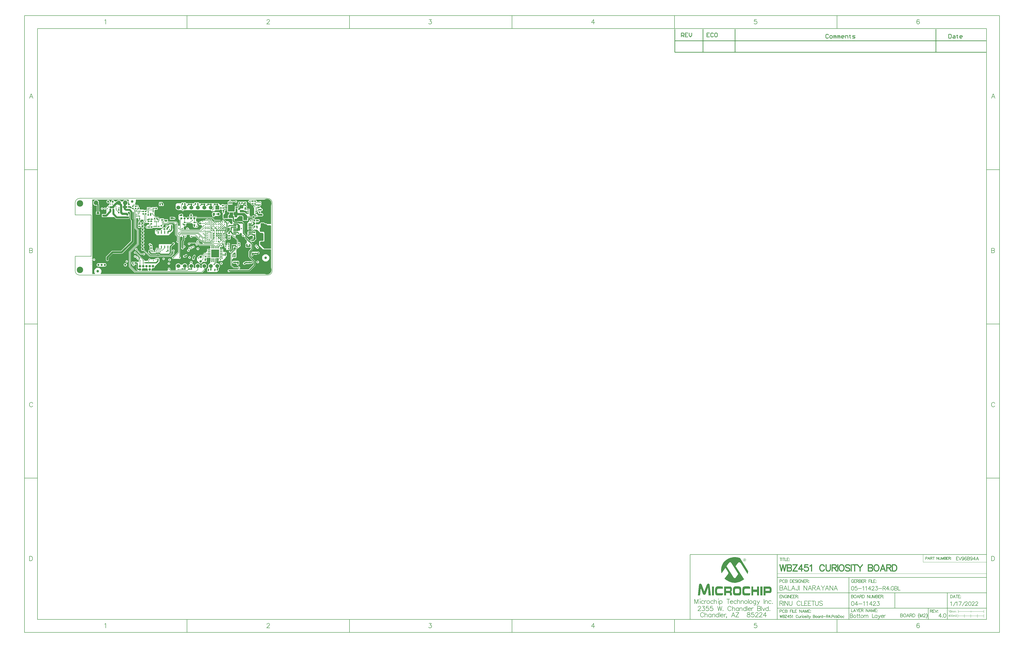
<source format=gbl>
G04*
G04 #@! TF.GenerationSoftware,Altium Limited,Altium Designer,19.1.9 (167)*
G04*
G04 Layer_Physical_Order=4*
G04 Layer_Color=16711680*
%FSLAX43Y43*%
%MOMM*%
G71*
G01*
G75*
%ADD11C,0.100*%
%ADD13C,0.254*%
%ADD14C,0.508*%
%ADD15C,0.127*%
%ADD16C,0.200*%
%ADD17C,0.305*%
%ADD18C,0.150*%
%ADD20C,0.203*%
%ADD22C,0.178*%
%ADD23C,0.180*%
%ADD24C,0.381*%
G04:AMPARAMS|DCode=36|XSize=0.9mm|YSize=0.8mm|CornerRadius=0.2mm|HoleSize=0mm|Usage=FLASHONLY|Rotation=180.000|XOffset=0mm|YOffset=0mm|HoleType=Round|Shape=RoundedRectangle|*
%AMROUNDEDRECTD36*
21,1,0.900,0.400,0,0,180.0*
21,1,0.500,0.800,0,0,180.0*
1,1,0.400,-0.250,0.200*
1,1,0.400,0.250,0.200*
1,1,0.400,0.250,-0.200*
1,1,0.400,-0.250,-0.200*
%
%ADD36ROUNDEDRECTD36*%
G04:AMPARAMS|DCode=37|XSize=0.55mm|YSize=0.6mm|CornerRadius=0.138mm|HoleSize=0mm|Usage=FLASHONLY|Rotation=180.000|XOffset=0mm|YOffset=0mm|HoleType=Round|Shape=RoundedRectangle|*
%AMROUNDEDRECTD37*
21,1,0.550,0.325,0,0,180.0*
21,1,0.275,0.600,0,0,180.0*
1,1,0.275,-0.138,0.163*
1,1,0.275,0.138,0.163*
1,1,0.275,0.138,-0.163*
1,1,0.275,-0.138,-0.163*
%
%ADD37ROUNDEDRECTD37*%
%ADD41O,1.450X0.450*%
G04:AMPARAMS|DCode=48|XSize=0.275mm|YSize=0.3mm|CornerRadius=0.069mm|HoleSize=0mm|Usage=FLASHONLY|Rotation=180.000|XOffset=0mm|YOffset=0mm|HoleType=Round|Shape=RoundedRectangle|*
%AMROUNDEDRECTD48*
21,1,0.275,0.163,0,0,180.0*
21,1,0.138,0.300,0,0,180.0*
1,1,0.138,-0.069,0.081*
1,1,0.138,0.069,0.081*
1,1,0.138,0.069,-0.081*
1,1,0.138,-0.069,-0.081*
%
%ADD48ROUNDEDRECTD48*%
G04:AMPARAMS|DCode=49|XSize=0.55mm|YSize=0.6mm|CornerRadius=0.138mm|HoleSize=0mm|Usage=FLASHONLY|Rotation=90.000|XOffset=0mm|YOffset=0mm|HoleType=Round|Shape=RoundedRectangle|*
%AMROUNDEDRECTD49*
21,1,0.550,0.325,0,0,90.0*
21,1,0.275,0.600,0,0,90.0*
1,1,0.275,0.163,0.138*
1,1,0.275,0.163,-0.138*
1,1,0.275,-0.163,-0.138*
1,1,0.275,-0.163,0.138*
%
%ADD49ROUNDEDRECTD49*%
%ADD50R,1.050X0.650*%
G04:AMPARAMS|DCode=54|XSize=0.275mm|YSize=0.3mm|CornerRadius=0.069mm|HoleSize=0mm|Usage=FLASHONLY|Rotation=270.000|XOffset=0mm|YOffset=0mm|HoleType=Round|Shape=RoundedRectangle|*
%AMROUNDEDRECTD54*
21,1,0.275,0.163,0,0,270.0*
21,1,0.138,0.300,0,0,270.0*
1,1,0.138,-0.081,-0.069*
1,1,0.138,-0.081,0.069*
1,1,0.138,0.081,0.069*
1,1,0.138,0.081,-0.069*
%
%ADD54ROUNDEDRECTD54*%
%ADD56C,1.000*%
%ADD138C,0.152*%
%ADD141C,0.800*%
%ADD145C,0.610*%
%ADD147C,0.406*%
%ADD149C,0.813*%
%ADD151C,0.432*%
%ADD155C,0.813*%
%ADD156R,1.600X1.600*%
%ADD157C,1.600*%
%ADD158C,1.524*%
%ADD159R,1.524X1.524*%
%ADD160C,1.250*%
G04:AMPARAMS|DCode=161|XSize=1.25mm|YSize=1.25mm|CornerRadius=0.625mm|HoleSize=0mm|Usage=FLASHONLY|Rotation=90.000|XOffset=0mm|YOffset=0mm|HoleType=Round|Shape=RoundedRectangle|*
%AMROUNDEDRECTD161*
21,1,1.250,0.000,0,0,90.0*
21,1,0.000,1.250,0,0,90.0*
1,1,1.250,0.000,0.000*
1,1,1.250,0.000,0.000*
1,1,1.250,0.000,0.000*
1,1,1.250,0.000,0.000*
%
%ADD161ROUNDEDRECTD161*%
%ADD162C,1.550*%
%ADD163C,1.700*%
%ADD164P,1.840X8X202.5*%
%ADD165C,0.254*%
%ADD166C,2.500*%
%ADD167C,3.600*%
%ADD168C,0.508*%
%ADD169C,0.406*%
%ADD170C,0.610*%
%ADD171C,0.600*%
%ADD172C,0.457*%
%ADD173C,0.400*%
G04:AMPARAMS|DCode=174|XSize=0.9mm|YSize=0.8mm|CornerRadius=0.2mm|HoleSize=0mm|Usage=FLASHONLY|Rotation=270.000|XOffset=0mm|YOffset=0mm|HoleType=Round|Shape=RoundedRectangle|*
%AMROUNDEDRECTD174*
21,1,0.900,0.400,0,0,270.0*
21,1,0.500,0.800,0,0,270.0*
1,1,0.400,-0.200,-0.250*
1,1,0.400,-0.200,0.250*
1,1,0.400,0.200,0.250*
1,1,0.400,0.200,-0.250*
%
%ADD174ROUNDEDRECTD174*%
G04:AMPARAMS|DCode=175|XSize=1.4mm|YSize=0.9mm|CornerRadius=0.225mm|HoleSize=0mm|Usage=FLASHONLY|Rotation=0.000|XOffset=0mm|YOffset=0mm|HoleType=Round|Shape=RoundedRectangle|*
%AMROUNDEDRECTD175*
21,1,1.400,0.450,0,0,0.0*
21,1,0.950,0.900,0,0,0.0*
1,1,0.450,0.475,-0.225*
1,1,0.450,-0.475,-0.225*
1,1,0.450,-0.475,0.225*
1,1,0.450,0.475,0.225*
%
%ADD175ROUNDEDRECTD175*%
%ADD176C,0.800*%
%ADD177C,1.016*%
%ADD178R,0.650X0.500*%
%ADD179R,0.600X0.420*%
%ADD180R,4.000X3.400*%
%ADD181R,0.450X1.100*%
%ADD182R,0.300X0.730*%
%ADD183R,0.730X0.300*%
%ADD184R,2.500X2.500*%
%ADD185R,1.600X2.100*%
%ADD186R,0.600X0.350*%
%ADD187R,0.350X0.500*%
G04:AMPARAMS|DCode=188|XSize=0.43mm|YSize=0.5mm|CornerRadius=0.108mm|HoleSize=0mm|Usage=FLASHONLY|Rotation=180.000|XOffset=0mm|YOffset=0mm|HoleType=Round|Shape=RoundedRectangle|*
%AMROUNDEDRECTD188*
21,1,0.430,0.285,0,0,180.0*
21,1,0.215,0.500,0,0,180.0*
1,1,0.215,-0.108,0.142*
1,1,0.215,0.108,0.142*
1,1,0.215,0.108,-0.142*
1,1,0.215,-0.108,-0.142*
%
%ADD188ROUNDEDRECTD188*%
%ADD189R,3.150X3.150*%
%ADD190R,0.350X1.000*%
%ADD191R,1.000X0.350*%
%ADD192R,0.420X0.600*%
%ADD193C,0.762*%
%ADD194C,0.457*%
%ADD195C,0.295*%
G36*
X75558Y29499D02*
X75814Y29393D01*
X76044Y29239D01*
X76240Y29043D01*
X76394Y28812D01*
X76500Y28556D01*
X76555Y28284D01*
X76555Y28146D01*
X76555Y20007D01*
X75002Y20007D01*
X74895Y20114D01*
X74811Y20170D01*
X74811Y20170D01*
X74757Y20181D01*
X74712Y20190D01*
X74665Y20190D01*
X74640Y20185D01*
X74614Y20185D01*
X74607Y20184D01*
X74590Y20187D01*
X74428Y20187D01*
X74411Y20184D01*
X74403Y20185D01*
X74378Y20185D01*
X74353Y20190D01*
X74184Y20190D01*
X73879Y20495D01*
X73837Y20523D01*
X73795Y20551D01*
X73795Y20551D01*
X73795Y20551D01*
X73696Y20571D01*
X72680Y20571D01*
X72573Y20571D01*
X72497Y20495D01*
X72497Y20495D01*
X72302Y20300D01*
X72302Y20300D01*
X72302Y20300D01*
X71862Y19860D01*
X70818Y19860D01*
X70608Y20070D01*
X70608Y20195D01*
X70615Y20203D01*
X70615Y20504D01*
X70717Y20606D01*
X71590Y20606D01*
X71840Y20857D01*
X71920Y20937D01*
X71920Y20937D01*
X71938Y20960D01*
X71953Y20970D01*
X71995Y21033D01*
X71995Y21033D01*
X72014Y21061D01*
X72066Y21138D01*
X72105Y21336D01*
X72066Y21534D01*
X71953Y21702D01*
X71796Y21859D01*
X69934Y21859D01*
X69781Y21829D01*
X69745Y21805D01*
X68868Y21805D01*
X68779Y21787D01*
X68704Y21737D01*
X68672Y21705D01*
X68515Y21736D01*
X68316Y21697D01*
X68148Y21584D01*
X68036Y21416D01*
X67997Y21218D01*
X68028Y21063D01*
X67335Y20371D01*
X67330Y20002D01*
X67330Y17850D01*
X67473Y17706D01*
X67632Y17601D01*
X67818Y17563D01*
X68818Y17563D01*
X68968Y17593D01*
X69012Y17527D01*
X69164Y17426D01*
X69342Y17390D01*
X69520Y17426D01*
X69672Y17527D01*
X69773Y17678D01*
X69788Y17755D01*
X71105Y17755D01*
X71704Y17156D01*
X71704Y17156D01*
X72358Y16502D01*
X73247Y16502D01*
X73623Y16126D01*
X73623Y13635D01*
X73374Y13386D01*
X72036Y13386D01*
X71857Y13207D01*
X71857Y11584D01*
X73420Y10020D01*
X75282Y10020D01*
X76422Y10020D01*
X76422Y10020D01*
X76465Y10020D01*
X76555Y9930D01*
X76555Y1717D01*
X76555Y1592D01*
X76506Y1346D01*
X76410Y1115D01*
X76271Y907D01*
X76094Y730D01*
X75886Y591D01*
X75654Y495D01*
X75409Y446D01*
X9968Y446D01*
X9908Y573D01*
X10006Y693D01*
X10136Y936D01*
X10216Y1199D01*
X10243Y1473D01*
X10216Y1747D01*
X10136Y2010D01*
X10006Y2253D01*
X9832Y2466D01*
X9619Y2640D01*
X9376Y2770D01*
X9113Y2850D01*
X8839Y2877D01*
X8565Y2850D01*
X8302Y2770D01*
X8059Y2640D01*
X7847Y2466D01*
X7672Y2253D01*
X7542Y2010D01*
X7462Y1747D01*
X7435Y1473D01*
X7462Y1199D01*
X7542Y936D01*
X7672Y693D01*
X7771Y573D01*
X7711Y446D01*
X6717Y446D01*
X6717Y7393D01*
X6720Y7404D01*
X6720Y23431D01*
X6717Y23442D01*
X6717Y29553D01*
X20904Y29553D01*
X20904Y29095D01*
X20899Y29077D01*
X20872Y28804D01*
X20899Y28530D01*
X20979Y28266D01*
X21109Y28024D01*
X21283Y27811D01*
X21349Y27757D01*
X21349Y27494D01*
X21228Y27373D01*
X20812Y27373D01*
X20698Y27487D01*
X20698Y28797D01*
X20146Y29349D01*
X19042Y29349D01*
X18490Y28797D01*
X18023Y28797D01*
X18018Y28801D01*
X18018Y28801D01*
X17841Y29032D01*
X17611Y29209D01*
X17342Y29320D01*
X17054Y29358D01*
X16766Y29320D01*
X16497Y29209D01*
X16267Y29032D01*
X16090Y28801D01*
X16090Y28801D01*
X15524Y28801D01*
X15152Y29173D01*
X15152Y29173D01*
X15152Y29173D01*
X14957Y29368D01*
X14681Y29368D01*
X14681Y29368D01*
X14561Y29352D01*
X14509Y29345D01*
X14348Y29279D01*
X14210Y29173D01*
X14104Y29035D01*
X14038Y28874D01*
X14024Y28768D01*
X14015Y28702D01*
X14015Y28644D01*
X13351Y27981D01*
X13351Y27625D01*
X12196Y26469D01*
X12196Y25959D01*
X12231Y25780D01*
X12231Y24168D01*
X11924Y23861D01*
X10404Y23861D01*
X10404Y22703D01*
X11962Y22703D01*
X15309Y22703D01*
X16044Y21968D01*
X20729Y21968D01*
X20821Y21968D01*
X21211Y22358D01*
X21211Y23641D01*
X20570Y24282D01*
X20570Y24527D01*
X20747Y24704D01*
X21250Y24704D01*
X21250Y24704D01*
X21250Y24704D01*
X21354Y24649D01*
X21408Y24595D01*
X21408Y22014D01*
X21426Y21875D01*
X21480Y21745D01*
X21565Y21634D01*
X21878Y21321D01*
X21878Y13413D01*
X17945Y9481D01*
X14531Y9481D01*
X14391Y9462D01*
X14262Y9409D01*
X14150Y9323D01*
X12167Y7340D01*
X12082Y7229D01*
X12028Y7099D01*
X12010Y6960D01*
X12010Y6038D01*
X12028Y5899D01*
X12082Y5769D01*
X12167Y5658D01*
X12279Y5572D01*
X12408Y5518D01*
X12548Y5500D01*
X12687Y5518D01*
X12817Y5572D01*
X12928Y5658D01*
X13014Y5769D01*
X13067Y5899D01*
X13086Y6038D01*
X13086Y6737D01*
X14753Y8405D01*
X18168Y8405D01*
X18307Y8423D01*
X18437Y8477D01*
X18549Y8562D01*
X22796Y12810D01*
X22882Y12921D01*
X22936Y13051D01*
X22954Y13190D01*
X22954Y21544D01*
X22936Y21683D01*
X22882Y21813D01*
X22796Y21924D01*
X22796Y21924D01*
X22484Y22237D01*
X22484Y24590D01*
X22522Y24629D01*
X22715Y24629D01*
X22803Y24541D01*
X22803Y24541D01*
X22877Y24448D01*
X22895Y24355D01*
X22895Y22277D01*
X22913Y22188D01*
X22963Y22112D01*
X23230Y21846D01*
X23230Y18447D01*
X23248Y18358D01*
X23298Y18282D01*
X24153Y17427D01*
X24153Y12316D01*
X21096Y9258D01*
X21045Y9183D01*
X21027Y9094D01*
X21027Y3337D01*
X21045Y3247D01*
X21096Y3172D01*
X21246Y3022D01*
X21248Y3013D01*
X21298Y2937D01*
X22350Y1886D01*
X22350Y1886D01*
X23283Y953D01*
X23358Y902D01*
X23448Y885D01*
X49439Y885D01*
X49528Y902D01*
X49604Y953D01*
X50609Y1958D01*
X50660Y2034D01*
X50677Y2123D01*
X50677Y2587D01*
X50710Y2592D01*
X50957Y2694D01*
X51169Y2857D01*
X51332Y3069D01*
X51434Y3316D01*
X51469Y3581D01*
X51434Y3847D01*
X51332Y4094D01*
X51169Y4306D01*
X50957Y4469D01*
X50710Y4571D01*
X50444Y4606D01*
X50179Y4571D01*
X49932Y4469D01*
X49720Y4306D01*
X49557Y4094D01*
X49455Y3847D01*
X49420Y3581D01*
X49455Y3316D01*
X49529Y3135D01*
X49557Y3020D01*
X49523Y2907D01*
X49373Y2756D01*
X49105Y2756D01*
X48792Y3069D01*
X48792Y3069D01*
X48894Y3316D01*
X48929Y3581D01*
X48894Y3847D01*
X48792Y4094D01*
X48629Y4306D01*
X48417Y4469D01*
X48170Y4571D01*
X47904Y4606D01*
X47639Y4571D01*
X47392Y4469D01*
X47180Y4306D01*
X47017Y4094D01*
X46915Y3847D01*
X46880Y3581D01*
X46915Y3316D01*
X46989Y3135D01*
X47017Y3020D01*
X46983Y2907D01*
X46833Y2756D01*
X46565Y2756D01*
X46252Y3069D01*
X46252Y3069D01*
X46354Y3316D01*
X46389Y3581D01*
X46354Y3847D01*
X46252Y4094D01*
X46089Y4306D01*
X45877Y4469D01*
X45792Y4504D01*
X45753Y4658D01*
X45818Y4755D01*
X45857Y4953D01*
X45818Y5151D01*
X45705Y5319D01*
X45537Y5432D01*
X45339Y5471D01*
X45141Y5432D01*
X44973Y5319D01*
X44860Y5151D01*
X44821Y4953D01*
X44860Y4755D01*
X44936Y4641D01*
X44905Y4491D01*
X44852Y4469D01*
X44640Y4306D01*
X44477Y4094D01*
X44375Y3847D01*
X44340Y3581D01*
X44340Y2828D01*
X43846Y2828D01*
X43840Y2953D01*
X43840Y3515D01*
X43849Y3581D01*
X43814Y3847D01*
X43712Y4094D01*
X43549Y4306D01*
X43337Y4469D01*
X43090Y4571D01*
X42824Y4606D01*
X42559Y4571D01*
X42312Y4469D01*
X42100Y4306D01*
X41937Y4094D01*
X41935Y4090D01*
X41172Y4094D01*
X41009Y4306D01*
X40797Y4469D01*
X40550Y4571D01*
X40284Y4606D01*
X40019Y4571D01*
X39772Y4469D01*
X39560Y4306D01*
X39397Y4094D01*
X39295Y3847D01*
X39260Y3581D01*
X39295Y3316D01*
X39295Y3316D01*
X39295Y2084D01*
X39171Y1960D01*
X37485Y1960D01*
X37146Y2299D01*
X37169Y2413D01*
X37134Y2591D01*
X37033Y2743D01*
X36881Y2844D01*
X36703Y2879D01*
X36525Y2844D01*
X36373Y2743D01*
X36272Y2591D01*
X36237Y2413D01*
X36237Y1973D01*
X35919Y1655D01*
X29833Y1655D01*
X29816Y1689D01*
X29782Y1782D01*
X29854Y1954D01*
X29880Y2151D01*
X29879Y2422D01*
X30122Y2665D01*
X30389Y2660D01*
X30389Y2660D01*
X30506Y2676D01*
X30586Y2686D01*
X30769Y2762D01*
X30927Y2883D01*
X31048Y3041D01*
X31124Y3224D01*
X31150Y3421D01*
X32522Y4793D01*
X32903Y5174D01*
X32903Y6248D01*
X32864Y6447D01*
X32751Y6615D01*
X32583Y6727D01*
X32385Y6766D01*
X32187Y6727D01*
X31572Y6613D01*
X31394Y6577D01*
X31243Y6476D01*
X30921Y6155D01*
X29582Y6155D01*
X29514Y6224D01*
X29413Y6375D01*
X29261Y6476D01*
X29083Y6511D01*
X28905Y6476D01*
X28753Y6375D01*
X28652Y6224D01*
X28617Y6045D01*
X28643Y5915D01*
X28524Y5892D01*
X28372Y5791D01*
X28325Y5720D01*
X28254Y5623D01*
X28161Y5540D01*
X27286Y5540D01*
X27010Y5817D01*
X26909Y5968D01*
X26757Y6069D01*
X26716Y6078D01*
X23851Y8943D01*
X23841Y8992D01*
X23740Y9143D01*
X23589Y9244D01*
X23411Y9280D01*
X23232Y9244D01*
X23081Y9143D01*
X22980Y8992D01*
X22944Y8814D01*
X22980Y8635D01*
X23081Y8484D01*
X23232Y8383D01*
X23411Y8348D01*
X23589Y8383D01*
X23686Y8448D01*
X25341Y6793D01*
X25341Y6291D01*
X25120Y6069D01*
X24969Y5968D01*
X24868Y5817D01*
X24832Y5639D01*
X24848Y5561D01*
X24868Y5442D01*
X24868Y5442D01*
X24868Y5302D01*
X24710Y5144D01*
X23857Y5144D01*
X23728Y5230D01*
X23727Y5230D01*
X23727Y5230D01*
X23574Y5261D01*
X23300Y5261D01*
X23147Y5230D01*
X23081Y5186D01*
X22957Y5144D01*
X22827Y5230D01*
X22674Y5261D01*
X22399Y5261D01*
X22247Y5230D01*
X22117Y5144D01*
X22031Y5014D01*
X22000Y4861D01*
X22000Y4536D01*
X22031Y4384D01*
X22117Y4254D01*
X22247Y4168D01*
X22336Y4150D01*
X22373Y4095D01*
X22386Y4081D01*
X22364Y3967D01*
X22399Y3789D01*
X22500Y3637D01*
X22652Y3536D01*
X22830Y3501D01*
X23008Y3536D01*
X23160Y3637D01*
X23261Y3789D01*
X23296Y3967D01*
X23286Y4016D01*
X23392Y4137D01*
X23574Y4137D01*
X23722Y4167D01*
X23731Y4165D01*
X23843Y4092D01*
X23843Y2543D01*
X23874Y2384D01*
X23964Y2250D01*
X24356Y1858D01*
X24469Y1782D01*
X24458Y1684D01*
X24448Y1655D01*
X23702Y1655D01*
X21798Y3559D01*
X21798Y8871D01*
X24856Y11928D01*
X24906Y12004D01*
X24924Y12093D01*
X24924Y17693D01*
X24906Y17782D01*
X24856Y17858D01*
X24001Y18713D01*
X24001Y22152D01*
X24112Y22244D01*
X24440Y22244D01*
X24635Y22049D01*
X24635Y21724D01*
X24665Y21572D01*
X24752Y21442D01*
X24881Y21356D01*
X25034Y21325D01*
X25309Y21325D01*
X25462Y21356D01*
X25591Y21442D01*
X25678Y21572D01*
X25783Y21676D01*
X26562Y21676D01*
X26698Y21541D01*
X26662Y21363D01*
X26698Y21184D01*
X26799Y21033D01*
X26950Y20932D01*
X27064Y20909D01*
X27051Y20846D01*
X27087Y20668D01*
X27188Y20516D01*
X27324Y20380D01*
X27517Y20380D01*
X27517Y20380D01*
X27517Y20380D01*
X28243Y20380D01*
X28243Y20380D01*
X28820Y20380D01*
X28905Y20295D01*
X28905Y19863D01*
X28829Y19787D01*
X28398Y19787D01*
X27877Y19265D01*
X27812Y19252D01*
X27661Y19151D01*
X27560Y19000D01*
X27525Y18821D01*
X27525Y18602D01*
X27915Y18212D01*
X30074Y18212D01*
X30335Y18473D01*
X31322Y18473D01*
X31322Y18473D01*
X32250Y18473D01*
X32250Y18473D01*
X33892Y18473D01*
X34442Y19023D01*
X34442Y19482D01*
X34478Y19518D01*
X34565Y19576D01*
X34624Y19663D01*
X34722Y19761D01*
X34722Y19761D01*
X34722Y19761D01*
X34840Y19772D01*
X36185Y19772D01*
X36274Y19790D01*
X36350Y19840D01*
X36698Y20189D01*
X38409Y20189D01*
X39035Y19562D01*
X39035Y15773D01*
X39053Y15684D01*
X39104Y15609D01*
X39808Y14904D01*
X39808Y13467D01*
X39711Y13403D01*
X39610Y13251D01*
X39575Y13073D01*
X39610Y12895D01*
X39711Y12743D01*
X39863Y12642D01*
X40041Y12607D01*
X40128Y12624D01*
X40255Y12525D01*
X40255Y9012D01*
X38482Y7239D01*
X38428Y7239D01*
X38399Y7239D01*
X38354Y7248D01*
X38303Y7239D01*
X38303Y7238D01*
X38176Y7212D01*
X38024Y7111D01*
X37923Y6960D01*
X37888Y6782D01*
X37923Y6603D01*
X38024Y6452D01*
X38176Y6351D01*
X38354Y6316D01*
X38399Y6325D01*
X40614Y6325D01*
X40625Y6318D01*
X40803Y6282D01*
X40981Y6318D01*
X41133Y6419D01*
X41234Y6570D01*
X41269Y6748D01*
X41234Y6927D01*
X41133Y7078D01*
X41023Y7151D01*
X41023Y14836D01*
X41250Y15062D01*
X41783Y15062D01*
X42004Y14842D01*
X42004Y13888D01*
X41678Y13562D01*
X41589Y13428D01*
X41557Y13269D01*
X41557Y10802D01*
X41493Y10706D01*
X41453Y10508D01*
X41493Y10309D01*
X41605Y10141D01*
X41773Y10029D01*
X41971Y9990D01*
X42170Y10029D01*
X42338Y10141D01*
X42450Y10309D01*
X42489Y10508D01*
X42478Y10563D01*
X42586Y10671D01*
X42648Y10659D01*
X42826Y10695D01*
X42978Y10796D01*
X43079Y10947D01*
X43114Y11125D01*
X43079Y11304D01*
X42978Y11455D01*
X42826Y11556D01*
X42648Y11591D01*
X42513Y11564D01*
X42386Y11641D01*
X42386Y13098D01*
X42711Y13423D01*
X42801Y13557D01*
X42832Y13716D01*
X42832Y13716D01*
X42832Y14588D01*
X42917Y14672D01*
X43095Y14672D01*
X43274Y14708D01*
X43425Y14809D01*
X43526Y14960D01*
X43561Y15138D01*
X43561Y15494D01*
X43676Y15609D01*
X44691Y15609D01*
X44832Y15468D01*
X44832Y15080D01*
X44871Y14881D01*
X44983Y14713D01*
X45151Y14601D01*
X45350Y14562D01*
X45548Y14601D01*
X45716Y14713D01*
X45813Y14859D01*
X47138Y14859D01*
X48960Y13037D01*
X49032Y12990D01*
X49116Y12973D01*
X49520Y12973D01*
X49911Y12582D01*
X49911Y12193D01*
X49864Y12146D01*
X49093Y12146D01*
X48509Y12730D01*
X48433Y12780D01*
X48385Y12919D01*
X48386Y12921D01*
X48425Y13119D01*
X48386Y13317D01*
X48274Y13485D01*
X48106Y13598D01*
X47907Y13637D01*
X47709Y13598D01*
X47541Y13485D01*
X47429Y13317D01*
X47389Y13119D01*
X47428Y12925D01*
X47431Y12902D01*
X47362Y12798D01*
X44833Y12798D01*
X44744Y12780D01*
X44668Y12730D01*
X44608Y12670D01*
X44494Y12692D01*
X44316Y12657D01*
X44165Y12556D01*
X44064Y12405D01*
X44028Y12226D01*
X44064Y12048D01*
X44165Y11897D01*
X44316Y11796D01*
X44494Y11760D01*
X44673Y11796D01*
X44824Y11897D01*
X44925Y12048D01*
X44961Y12226D01*
X44959Y12234D01*
X45040Y12332D01*
X47031Y12332D01*
X47100Y12205D01*
X47070Y12054D01*
X47106Y11876D01*
X47207Y11725D01*
X47358Y11624D01*
X47537Y11588D01*
X47715Y11624D01*
X47866Y11725D01*
X47931Y11821D01*
X48276Y11821D01*
X48654Y11443D01*
X48730Y11392D01*
X48819Y11375D01*
X52689Y11375D01*
X52860Y11203D01*
X52860Y10517D01*
X52543Y10200D01*
X51543Y10200D01*
X51543Y9342D01*
X51533Y9342D01*
X50895Y8704D01*
X50425Y8704D01*
X50336Y8687D01*
X50260Y8636D01*
X49498Y7873D01*
X49058Y7865D01*
X48861Y7839D01*
X48678Y7763D01*
X48520Y7642D01*
X47777Y7013D01*
X47665Y6845D01*
X47626Y6647D01*
X47626Y5683D01*
X48514Y4794D01*
X48514Y4794D01*
X48514Y4794D01*
X48518Y4792D01*
X48520Y4788D01*
X48678Y4667D01*
X48861Y4591D01*
X49058Y4565D01*
X49255Y4591D01*
X49438Y4667D01*
X49596Y4788D01*
X49717Y4946D01*
X49793Y5129D01*
X49798Y5172D01*
X51146Y5172D01*
X51393Y5419D01*
X51393Y5981D01*
X51393Y5981D01*
X51423Y6134D01*
X51423Y6725D01*
X51543Y6742D01*
X51633Y6742D01*
X52868Y6742D01*
X52868Y6642D01*
X52968Y6642D01*
X52968Y5640D01*
X52861Y5481D01*
X52822Y5283D01*
X52834Y5223D01*
X52782Y5118D01*
X52781Y5117D01*
X52781Y4877D01*
X52756Y4753D01*
X52756Y4753D01*
X52472Y4469D01*
X52260Y4306D01*
X52097Y4094D01*
X51995Y3847D01*
X51960Y3581D01*
X51979Y3434D01*
X51979Y2808D01*
X51844Y2674D01*
X51794Y2663D01*
X51665Y2577D01*
X51578Y2447D01*
X51548Y2295D01*
X51548Y1970D01*
X51578Y1817D01*
X51590Y1799D01*
X51557Y1635D01*
X51593Y1456D01*
X51694Y1305D01*
X51845Y1204D01*
X52023Y1169D01*
X52041Y1172D01*
X52054Y1169D01*
X55419Y1169D01*
X55926Y1675D01*
X55944Y1687D01*
X56031Y1817D01*
X56061Y1970D01*
X56061Y2295D01*
X56031Y2447D01*
X55975Y2531D01*
X55999Y2662D01*
X56013Y2684D01*
X56037Y2694D01*
X56249Y2857D01*
X56412Y3069D01*
X56514Y3316D01*
X56549Y3581D01*
X56514Y3847D01*
X56412Y4094D01*
X56249Y4306D01*
X56037Y4469D01*
X55790Y4571D01*
X55524Y4606D01*
X55160Y4606D01*
X55126Y4641D01*
X55126Y5317D01*
X55126Y6642D01*
X55695Y6642D01*
X55695Y5444D01*
X56299Y5444D01*
X56337Y5482D01*
X57003Y5482D01*
X57003Y5482D01*
X57110Y5482D01*
X57476Y5482D01*
X59178Y7184D01*
X59178Y7984D01*
X59147Y8136D01*
X59089Y8224D01*
X59138Y8298D01*
X59177Y8496D01*
X59138Y8694D01*
X59025Y8862D01*
X58857Y8975D01*
X58659Y9014D01*
X57940Y9014D01*
X57851Y9104D01*
X57851Y10200D01*
X56526Y10200D01*
X56526Y10831D01*
X56607Y10912D01*
X57252Y10912D01*
X57450Y10951D01*
X57618Y11064D01*
X57730Y11232D01*
X57770Y11430D01*
X57730Y11628D01*
X57618Y11796D01*
X57450Y11909D01*
X57404Y11954D01*
X57404Y12254D01*
X57570Y12421D01*
X57861Y12421D01*
X57979Y12303D01*
X57995Y12096D01*
X58078Y11749D01*
X58215Y11419D01*
X58402Y11114D01*
X58443Y11066D01*
X58443Y10577D01*
X59055Y10577D01*
X59055Y9820D01*
X60139Y9820D01*
X60281Y9848D01*
X60400Y9928D01*
X60480Y10047D01*
X60508Y10189D01*
X60508Y10474D01*
X60490Y10564D01*
X60501Y10577D01*
X60501Y10577D01*
X60501Y11967D01*
X60445Y12023D01*
X60470Y12149D01*
X60470Y12311D01*
X60445Y12437D01*
X60373Y12544D01*
X60267Y12615D01*
X60141Y12640D01*
X60003Y12640D01*
X59940Y12628D01*
X59924Y12640D01*
X59924Y12640D01*
X59412Y12640D01*
X59237Y12465D01*
X59237Y11675D01*
X59147Y11585D01*
X58894Y11585D01*
X58759Y11837D01*
X58667Y12139D01*
X58637Y12448D01*
X58641Y12452D01*
X58641Y12452D01*
X58641Y12452D01*
X58649Y12903D01*
X58649Y13730D01*
X58728Y13765D01*
X58776Y13776D01*
X58875Y13710D01*
X59004Y13684D01*
X59133Y13710D01*
X59242Y13783D01*
X59315Y13892D01*
X59341Y14021D01*
X59315Y14150D01*
X59242Y14259D01*
X59168Y14309D01*
X59151Y14334D01*
X59151Y14334D01*
X58649Y14836D01*
X58649Y15018D01*
X58710Y15068D01*
X58839Y15094D01*
X58948Y15167D01*
X59021Y15276D01*
X59047Y15405D01*
X59021Y15534D01*
X58948Y15643D01*
X58839Y15716D01*
X58710Y15742D01*
X58649Y15792D01*
X58649Y18771D01*
X58826Y18771D01*
X58922Y18675D01*
X58922Y17323D01*
X58947Y17194D01*
X59020Y17085D01*
X59129Y17012D01*
X59258Y16986D01*
X59387Y17012D01*
X59496Y17085D01*
X59569Y17194D01*
X59595Y17323D01*
X59595Y18294D01*
X59808Y18508D01*
X59910Y18488D01*
X60108Y18527D01*
X60164Y18564D01*
X60284Y18564D01*
X60457Y18391D01*
X60452Y18366D01*
X60452Y18041D01*
X60467Y17964D01*
X60467Y17545D01*
X60382Y17528D01*
X60248Y17438D01*
X59886Y17076D01*
X59796Y16942D01*
X59625Y16770D01*
X59258Y16770D01*
X59258Y16770D01*
X59258Y16770D01*
X59119Y16770D01*
X58922Y16573D01*
X58922Y16294D01*
X59119Y16097D01*
X59324Y16097D01*
X59667Y15754D01*
X59623Y15689D01*
X59593Y15536D01*
X59593Y14257D01*
X59623Y14104D01*
X59710Y13975D01*
X59839Y13888D01*
X59992Y13858D01*
X60317Y13858D01*
X60470Y13888D01*
X60599Y13975D01*
X60686Y14104D01*
X60716Y14257D01*
X60716Y15157D01*
X60861Y15302D01*
X61434Y15302D01*
X61526Y15196D01*
X61510Y15113D01*
X61545Y14935D01*
X61646Y14783D01*
X61798Y14682D01*
X61976Y14647D01*
X62105Y14673D01*
X63202Y13576D01*
X63202Y12071D01*
X63135Y12005D01*
X61293Y12005D01*
X61141Y11974D01*
X61011Y11888D01*
X60925Y11758D01*
X60894Y11606D01*
X60894Y11330D01*
X60925Y11178D01*
X61011Y11048D01*
X61041Y11028D01*
X61041Y10250D01*
X60555Y9764D01*
X60442Y9742D01*
X60274Y9629D01*
X60162Y9461D01*
X60122Y9263D01*
X60162Y9065D01*
X60274Y8897D01*
X60442Y8784D01*
X60640Y8745D01*
X60839Y8784D01*
X61007Y8897D01*
X61119Y9065D01*
X61141Y9178D01*
X61749Y9785D01*
X61839Y9920D01*
X61870Y10078D01*
X61870Y10580D01*
X62205Y10914D01*
X62473Y10914D01*
X62586Y10746D01*
X62754Y10634D01*
X62840Y10617D01*
X62882Y10479D01*
X60817Y8415D01*
X60770Y8343D01*
X60753Y8259D01*
X60753Y3784D01*
X60770Y3700D01*
X60817Y3629D01*
X61786Y2660D01*
X61857Y2612D01*
X61942Y2595D01*
X63489Y2595D01*
X63587Y2449D01*
X63755Y2337D01*
X63953Y2298D01*
X64151Y2337D01*
X64319Y2449D01*
X64431Y2617D01*
X64471Y2816D01*
X64431Y3014D01*
X64319Y3182D01*
X64151Y3294D01*
X63953Y3334D01*
X63755Y3294D01*
X63587Y3182D01*
X63489Y3036D01*
X62033Y3036D01*
X61193Y3875D01*
X61193Y6035D01*
X61829Y6671D01*
X61889Y6712D01*
X62583Y6712D01*
X62749Y6712D01*
X62983Y6946D01*
X62983Y8618D01*
X62972Y8673D01*
X62972Y9947D01*
X63577Y10552D01*
X63772Y10552D01*
X64316Y11096D01*
X64484Y11208D01*
X64596Y11376D01*
X64636Y11574D01*
X64596Y11772D01*
X64484Y11940D01*
X64456Y11959D01*
X64514Y12047D01*
X64545Y12199D01*
X64545Y12524D01*
X64514Y12677D01*
X64428Y12807D01*
X64298Y12893D01*
X64146Y12923D01*
X63870Y12923D01*
X63769Y12903D01*
X63642Y12983D01*
X63642Y13667D01*
X63625Y13752D01*
X63577Y13823D01*
X62638Y14762D01*
X62638Y15469D01*
X62783Y15613D01*
X62918Y15613D01*
X63105Y15651D01*
X63264Y15756D01*
X63469Y15962D01*
X63637Y15850D01*
X63836Y15810D01*
X64034Y15850D01*
X64202Y15962D01*
X64314Y16130D01*
X64354Y16328D01*
X64352Y16336D01*
X64433Y16434D01*
X64897Y16434D01*
X65126Y16205D01*
X65126Y15418D01*
X65166Y15220D01*
X65278Y15052D01*
X65446Y14939D01*
X65644Y14900D01*
X65842Y14939D01*
X65845Y14941D01*
X65846Y14940D01*
X66154Y14940D01*
X66262Y14832D01*
X66262Y14490D01*
X66262Y14490D01*
X66289Y14351D01*
X66368Y14233D01*
X67099Y13502D01*
X67099Y12662D01*
X66887Y12450D01*
X66726Y12342D01*
X66613Y12174D01*
X66574Y11976D01*
X66613Y11778D01*
X66671Y11692D01*
X66664Y11660D01*
X66578Y11530D01*
X66548Y11378D01*
X66548Y11103D01*
X66578Y10950D01*
X66664Y10820D01*
X66794Y10734D01*
X66947Y10703D01*
X67272Y10703D01*
X67424Y10734D01*
X67554Y10820D01*
X67559Y10827D01*
X67748Y10827D01*
X67751Y10823D01*
X67880Y10737D01*
X68033Y10706D01*
X68358Y10706D01*
X68511Y10737D01*
X68573Y10778D01*
X68700Y10710D01*
X68700Y10325D01*
X67870Y9495D01*
X67792Y9378D01*
X67764Y9239D01*
X67764Y9239D01*
X67764Y7206D01*
X67764Y7206D01*
X67792Y7067D01*
X67870Y6949D01*
X69663Y5156D01*
X69663Y4063D01*
X67767Y2167D01*
X60252Y2167D01*
X60252Y2167D01*
X60181Y2153D01*
X60099Y2169D01*
X59901Y2130D01*
X59733Y2017D01*
X59620Y1849D01*
X59581Y1651D01*
X59620Y1453D01*
X59733Y1285D01*
X59901Y1172D01*
X60099Y1133D01*
X60297Y1172D01*
X60465Y1285D01*
X60570Y1442D01*
X67917Y1442D01*
X67917Y1442D01*
X68056Y1469D01*
X68174Y1548D01*
X70282Y3657D01*
X70282Y3657D01*
X70361Y3774D01*
X70389Y3913D01*
X70389Y3913D01*
X70389Y5306D01*
X70389Y5306D01*
X70361Y5445D01*
X70282Y5563D01*
X70282Y5563D01*
X68489Y7356D01*
X68489Y9089D01*
X69319Y9919D01*
X69319Y9919D01*
X69398Y10036D01*
X69426Y10175D01*
X69426Y12051D01*
X69426Y12051D01*
X69398Y12190D01*
X69319Y12307D01*
X69319Y12307D01*
X66987Y14640D01*
X66987Y15505D01*
X66959Y15643D01*
X66880Y15761D01*
X66880Y15761D01*
X66047Y16595D01*
X66047Y20015D01*
X66047Y20015D01*
X66019Y20154D01*
X65941Y20272D01*
X65941Y20272D01*
X65863Y20349D01*
X65867Y20371D01*
X65864Y20385D01*
X65866Y20400D01*
X65855Y20434D01*
X65847Y20470D01*
X65839Y20482D01*
X65835Y20496D01*
X65811Y20524D01*
X65791Y20554D01*
X65334Y21011D01*
X65250Y21067D01*
X65250Y21067D01*
X65151Y21087D01*
X63611Y21087D01*
X63512Y21067D01*
X63480Y21046D01*
X62471Y21046D01*
X62231Y21286D01*
X62231Y21850D01*
X62389Y22009D01*
X63038Y22009D01*
X64132Y23102D01*
X64132Y23102D01*
X64250Y23109D01*
X64419Y23109D01*
X64436Y23112D01*
X64453Y23111D01*
X64481Y23115D01*
X64510Y23111D01*
X64527Y23112D01*
X64544Y23109D01*
X65145Y23109D01*
X65425Y22829D01*
X65425Y21604D01*
X65427Y21594D01*
X65427Y21259D01*
X65752Y21259D01*
X65774Y21255D01*
X67259Y21255D01*
X67281Y21259D01*
X67535Y21259D01*
X67535Y22371D01*
X69171Y22371D01*
X69180Y22349D01*
X69286Y22211D01*
X69424Y22105D01*
X69585Y22039D01*
X69757Y22016D01*
X69930Y22039D01*
X70090Y22105D01*
X70228Y22211D01*
X70334Y22349D01*
X70401Y22510D01*
X70423Y22682D01*
X70401Y22854D01*
X70334Y23015D01*
X70228Y23153D01*
X70090Y23259D01*
X69930Y23325D01*
X69757Y23348D01*
X69585Y23325D01*
X69424Y23259D01*
X69286Y23153D01*
X69180Y23015D01*
X69171Y22993D01*
X68538Y22993D01*
X68188Y23343D01*
X68185Y23603D01*
X68184Y23729D01*
X68184Y23729D01*
X68184Y23729D01*
X68184Y24379D01*
X68184Y25029D01*
X68184Y25887D01*
X67265Y25887D01*
X67265Y26776D01*
X67265Y26776D01*
X67265Y27168D01*
X67065Y27368D01*
X67065Y28342D01*
X67034Y28495D01*
X66948Y28624D01*
X66818Y28711D01*
X66666Y28741D01*
X66341Y28741D01*
X66188Y28711D01*
X66148Y28685D01*
X64021Y28685D01*
X63868Y28654D01*
X63739Y28568D01*
X63652Y28438D01*
X63622Y28285D01*
X63622Y28010D01*
X63640Y27916D01*
X63501Y27776D01*
X63453Y27705D01*
X63436Y27621D01*
X63436Y27100D01*
X62383Y27100D01*
X62383Y25892D01*
X62382Y25891D01*
X62363Y25792D01*
X62363Y24885D01*
X62358Y24880D01*
X62356Y24877D01*
X62353Y24875D01*
X62337Y24859D01*
X61941Y24859D01*
X61896Y24850D01*
X60158Y24850D01*
X60133Y24855D01*
X59696Y24855D01*
X59696Y25292D01*
X59691Y25317D01*
X59691Y26292D01*
X59691Y27497D01*
X59691Y27542D01*
X59736Y27542D01*
X61441Y27542D01*
X61441Y28521D01*
X62406Y28521D01*
X62470Y28425D01*
X62621Y28324D01*
X62800Y28288D01*
X62978Y28324D01*
X63130Y28425D01*
X63231Y28576D01*
X63266Y28754D01*
X63231Y28933D01*
X63130Y29084D01*
X62978Y29185D01*
X62800Y29221D01*
X62621Y29185D01*
X62470Y29084D01*
X62406Y28987D01*
X61190Y28987D01*
X61110Y28971D01*
X61098Y28971D01*
X60968Y29033D01*
X60867Y29184D01*
X60716Y29285D01*
X60537Y29321D01*
X60359Y29285D01*
X60208Y29184D01*
X60107Y29033D01*
X60071Y28854D01*
X60010Y28780D01*
X59633Y28780D01*
X59633Y27645D01*
X59633Y27600D01*
X59588Y27600D01*
X58095Y27600D01*
X57958Y27737D01*
X57311Y27737D01*
X57031Y27457D01*
X56776Y27457D01*
X56099Y28135D01*
X48433Y28135D01*
X48421Y28194D01*
X48335Y28324D01*
X48205Y28410D01*
X48052Y28441D01*
X47777Y28441D01*
X47625Y28410D01*
X47559Y28367D01*
X47465Y28334D01*
X47371Y28367D01*
X47305Y28410D01*
X47152Y28441D01*
X46877Y28441D01*
X46725Y28410D01*
X46595Y28324D01*
X46509Y28194D01*
X46497Y28135D01*
X43353Y28135D01*
X43341Y28194D01*
X43255Y28324D01*
X43125Y28410D01*
X42972Y28441D01*
X42697Y28441D01*
X42545Y28410D01*
X42415Y28324D01*
X42355Y28324D01*
X42225Y28410D01*
X42072Y28441D01*
X41797Y28441D01*
X41645Y28410D01*
X41515Y28324D01*
X41429Y28194D01*
X41417Y28135D01*
X39742Y28135D01*
X39268Y27661D01*
X39268Y26508D01*
X39260Y26441D01*
X39295Y26176D01*
X39397Y25929D01*
X39560Y25717D01*
X39772Y25554D01*
X40019Y25452D01*
X40284Y25417D01*
X40550Y25452D01*
X40597Y25471D01*
X40691Y25409D01*
X40691Y25409D01*
X41637Y25409D01*
X41654Y25323D01*
X41755Y25172D01*
X41906Y25071D01*
X42085Y25035D01*
X42263Y25071D01*
X42414Y25172D01*
X42515Y25323D01*
X42532Y25409D01*
X52976Y25409D01*
X53411Y24973D01*
X53715Y24973D01*
X53715Y24973D01*
X53715Y24973D01*
X54336Y24973D01*
X54788Y25425D01*
X56540Y25425D01*
X56540Y25527D01*
X56617Y25603D01*
X57175Y25603D01*
X57386Y25392D01*
X57386Y24532D01*
X57700Y24218D01*
X57700Y23542D01*
X57700Y22225D01*
X57720Y22126D01*
X57776Y22042D01*
X57860Y21986D01*
X57959Y21966D01*
X59393Y21966D01*
X59396Y21953D01*
X59396Y21953D01*
X59500Y21966D01*
X59563Y21966D01*
X59662Y21986D01*
X59662Y21986D01*
X59663Y21986D01*
X59802Y22004D01*
X61139Y22004D01*
X61402Y21741D01*
X61402Y20792D01*
X61467Y20727D01*
X61467Y20189D01*
X61430Y20002D01*
X61399Y19964D01*
X60992Y19964D01*
X60388Y20569D01*
X60275Y20737D01*
X60107Y20849D01*
X59900Y21057D01*
X59023Y21057D01*
X58583Y21496D01*
X58576Y21535D01*
X58491Y21661D01*
X58365Y21746D01*
X58217Y21775D01*
X58068Y21746D01*
X57201Y21243D01*
X57185Y21240D01*
X57118Y21195D01*
X57118Y21195D01*
X56751Y20828D01*
X54795Y20828D01*
X54585Y21038D01*
X54522Y21080D01*
X54448Y21095D01*
X53992Y21095D01*
X53668Y21419D01*
X53605Y21461D01*
X53599Y21462D01*
X53382Y21679D01*
X53357Y21808D01*
X53284Y21917D01*
X53175Y21990D01*
X53046Y22015D01*
X52917Y21990D01*
X52808Y21917D01*
X52807Y21916D01*
X51830Y21916D01*
X51701Y22046D01*
X51446Y22046D01*
X51317Y22020D01*
X51281Y22020D01*
X51208Y21947D01*
X51208Y21947D01*
X51208Y21947D01*
X50736Y21476D01*
X50053Y21476D01*
X49979Y21461D01*
X49953Y21444D01*
X49691Y21360D01*
X48601Y20809D01*
X48474Y20756D01*
X48338Y20651D01*
X48233Y20515D01*
X48167Y20356D01*
X48144Y20185D01*
X48167Y20014D01*
X48233Y19855D01*
X48338Y19719D01*
X48474Y19614D01*
X48633Y19548D01*
X48804Y19525D01*
X48859Y19533D01*
X49251Y19533D01*
X49632Y19152D01*
X49632Y18978D01*
X48531Y17878D01*
X44760Y17878D01*
X44282Y18357D01*
X44181Y18508D01*
X44029Y18609D01*
X43851Y18645D01*
X43673Y18609D01*
X43521Y18508D01*
X43420Y18357D01*
X43385Y18178D01*
X43419Y18005D01*
X43422Y17983D01*
X43355Y17878D01*
X42514Y17878D01*
X42435Y18005D01*
X42464Y18153D01*
X42464Y18842D01*
X42701Y19079D01*
X43069Y19079D01*
X43099Y19110D01*
X43229Y19196D01*
X43315Y19326D01*
X43346Y19356D01*
X43346Y19893D01*
X43736Y20283D01*
X45605Y20283D01*
X46033Y19855D01*
X46033Y19479D01*
X46081Y19071D01*
X46076Y19050D01*
X46093Y18966D01*
X46101Y18898D01*
X46108Y18893D01*
X46116Y18852D01*
X46228Y18684D01*
X46396Y18571D01*
X46594Y18532D01*
X47564Y18532D01*
X47762Y18571D01*
X47930Y18684D01*
X48043Y18852D01*
X48082Y19050D01*
X48043Y19248D01*
X47930Y19416D01*
X47762Y19529D01*
X47756Y20318D01*
X47795Y20516D01*
X47756Y20714D01*
X47643Y20882D01*
X47475Y20995D01*
X47277Y21034D01*
X47231Y21080D01*
X47231Y21965D01*
X47253Y22133D01*
X47371Y22251D01*
X53477Y22251D01*
X54429Y21299D01*
X54500Y21252D01*
X54584Y21235D01*
X54669Y21252D01*
X54682Y21261D01*
X56157Y21261D01*
X56186Y21217D01*
X56295Y21144D01*
X56424Y21118D01*
X56553Y21144D01*
X56662Y21217D01*
X56735Y21326D01*
X56761Y21455D01*
X56735Y21584D01*
X56662Y21693D01*
X56553Y21766D01*
X56424Y21792D01*
X56295Y21766D01*
X56186Y21693D01*
X56157Y21649D01*
X54701Y21649D01*
X53724Y22627D01*
X53653Y22674D01*
X53568Y22691D01*
X47727Y22691D01*
X47486Y22931D01*
X47415Y22979D01*
X47331Y22996D01*
X46194Y22996D01*
X45984Y23206D01*
X45984Y23406D01*
X45961Y23577D01*
X45895Y23736D01*
X45791Y23872D01*
X45654Y23977D01*
X45495Y24043D01*
X45324Y24066D01*
X45153Y24043D01*
X44994Y23977D01*
X44858Y23872D01*
X44753Y23736D01*
X44687Y23577D01*
X44665Y23406D01*
X44665Y23100D01*
X44360Y22796D01*
X44054Y22796D01*
X43883Y22773D01*
X43724Y22707D01*
X43588Y22602D01*
X43489Y22474D01*
X43421Y22465D01*
X43417Y22465D01*
X43349Y22474D01*
X43251Y22602D01*
X43114Y22707D01*
X42955Y22773D01*
X42784Y22796D01*
X42381Y22796D01*
X42174Y23003D01*
X42174Y23406D01*
X42151Y23577D01*
X42085Y23736D01*
X41981Y23872D01*
X41844Y23977D01*
X41685Y24043D01*
X41514Y24066D01*
X41343Y24043D01*
X41184Y23977D01*
X41048Y23872D01*
X41019Y23835D01*
X40894Y23860D01*
X40716Y23824D01*
X40564Y23723D01*
X40463Y23572D01*
X40428Y23393D01*
X40428Y21878D01*
X40915Y21391D01*
X40915Y19279D01*
X40361Y19279D01*
X40238Y19401D01*
X40238Y20269D01*
X40220Y20358D01*
X40170Y20434D01*
X39713Y20891D01*
X39637Y20942D01*
X39548Y20959D01*
X36398Y20959D01*
X36368Y20953D01*
X36241Y21037D01*
X36241Y21846D01*
X34923Y21846D01*
X34569Y22200D01*
X33011Y22200D01*
X33004Y22207D01*
X33004Y22207D01*
X32403Y22808D01*
X32328Y22858D01*
X32239Y22876D01*
X31548Y22876D01*
X31015Y23408D01*
X31018Y24318D01*
X31018Y24318D01*
X31018Y24318D01*
X31018Y24968D01*
X31018Y24968D01*
X31018Y25285D01*
X31279Y25546D01*
X31857Y25546D01*
X32009Y25576D01*
X32139Y25663D01*
X32225Y25792D01*
X32256Y25945D01*
X32256Y26220D01*
X32225Y26373D01*
X32139Y26502D01*
X32009Y26589D01*
X31857Y26619D01*
X31532Y26619D01*
X31379Y26589D01*
X31316Y26546D01*
X29910Y26546D01*
X29764Y26400D01*
X29601Y26400D01*
X29540Y26492D01*
X29388Y26593D01*
X29210Y26628D01*
X29032Y26593D01*
X28962Y26546D01*
X28010Y26546D01*
X28010Y25670D01*
X27818Y25478D01*
X26817Y25478D01*
X26616Y25679D01*
X25220Y25679D01*
X25147Y25806D01*
X25170Y25923D01*
X25170Y26248D01*
X25140Y26401D01*
X25053Y26531D01*
X24924Y26617D01*
X24797Y26642D01*
X24752Y26710D01*
X24732Y26774D01*
X24751Y26802D01*
X24786Y26980D01*
X24751Y27158D01*
X24649Y27310D01*
X24498Y27411D01*
X24320Y27446D01*
X24141Y27411D01*
X24071Y27364D01*
X24049Y27368D01*
X23920Y27455D01*
X23767Y27485D01*
X23442Y27485D01*
X23375Y27530D01*
X23365Y27576D01*
X23343Y27609D01*
X23573Y28266D01*
X23653Y28530D01*
X23680Y28804D01*
X23680Y29553D01*
X75147Y29553D01*
X75286Y29553D01*
X75558Y29499D01*
X75558Y29499D02*
G37*
G36*
X65617Y27415D02*
X65740Y27293D01*
X65740Y26272D01*
X65542Y26074D01*
X64671Y26074D01*
X64097Y25500D01*
X63819Y25501D01*
X63670Y25651D01*
X63670Y25667D01*
X63663Y25701D01*
X63661Y25735D01*
X63656Y25744D01*
X63656Y26074D01*
X64168Y26587D01*
X64168Y27156D01*
X64427Y27415D01*
X65617Y27415D01*
X65617Y27415D02*
G37*
G36*
X66073Y25178D02*
X66649Y25178D01*
X66843Y24983D01*
X67625Y24983D01*
X67625Y24775D01*
X67484Y24633D01*
X67105Y24633D01*
X67041Y24569D01*
X67041Y24401D01*
X67109Y24334D01*
X67213Y24334D01*
X67625Y24334D01*
X67625Y24124D01*
X67484Y23982D01*
X66908Y23984D01*
X66423Y24469D01*
X66339Y24525D01*
X66240Y24545D01*
X64517Y24545D01*
X64350Y24711D01*
X64350Y25358D01*
X64472Y25480D01*
X65770Y25480D01*
X66073Y25178D01*
X66073Y25178D02*
G37*
G36*
X61633Y23612D02*
X61682Y23612D01*
X61682Y23335D01*
X61682Y22439D01*
X61595Y22352D01*
X60071Y22352D01*
X59944Y22479D01*
X59944Y23241D01*
X60315Y23612D01*
X60441Y23612D01*
X60441Y24427D01*
X61633Y24427D01*
X61633Y23612D01*
X61633Y23612D02*
G37*
G36*
X59437Y24715D02*
X59557Y24596D01*
X60133Y24596D01*
X60133Y23877D01*
X59690Y23434D01*
X59690Y23266D01*
X59685Y23241D01*
X59685Y23241D01*
X59685Y23241D01*
X59685Y22479D01*
X59690Y22454D01*
X59690Y22352D01*
X59563Y22225D01*
X57959Y22225D01*
X57959Y23542D01*
X58490Y24073D01*
X58490Y24511D01*
X58490Y25059D01*
X58493Y25074D01*
X58711Y25292D01*
X59437Y25292D01*
X59437Y24715D01*
X59437Y24715D02*
G37*
G36*
X63411Y25667D02*
X63411Y24573D01*
X63698Y24286D01*
X66240Y24286D01*
X67259Y23266D01*
X67259Y21514D01*
X65774Y21514D01*
X65684Y21604D01*
X65684Y22936D01*
X65253Y23368D01*
X64544Y23368D01*
X64481Y23376D01*
X64419Y23368D01*
X63471Y23368D01*
X63348Y23245D01*
X63348Y22784D01*
X63195Y22631D01*
X62484Y22631D01*
X62281Y22835D01*
X62281Y23391D01*
X61941Y23731D01*
X61941Y24600D01*
X62444Y24600D01*
X62536Y24692D01*
X62541Y24692D01*
X62541Y24697D01*
X62622Y24778D01*
X62622Y25792D01*
X63314Y25792D01*
X63411Y25667D01*
X63411Y25667D02*
G37*
G36*
X65608Y20371D02*
X65555Y20186D01*
X65528Y20160D01*
X64019Y20160D01*
X63535Y20643D01*
X63611Y20828D01*
X65151Y20828D01*
X65608Y20371D01*
X65608Y20371D02*
G37*
G36*
X63841Y19956D02*
X64450Y19347D01*
X64450Y18458D01*
X64450Y17594D01*
X64181Y17325D01*
X63622Y17325D01*
X63485Y17188D01*
X63128Y17188D01*
X63105Y17203D01*
X62918Y17240D01*
X62264Y17240D01*
X62215Y17289D01*
X62215Y17620D01*
X62966Y17620D01*
X63040Y17620D01*
X63104Y17620D01*
X63155Y17670D01*
X63155Y17772D01*
X63104Y17823D01*
X63040Y17823D01*
X63040Y17823D01*
X62976Y17823D01*
X62241Y17823D01*
X62241Y18213D01*
X62918Y18213D01*
X63105Y18251D01*
X63111Y18255D01*
X63257Y18255D01*
X63384Y18382D01*
X63384Y18402D01*
X63384Y18585D01*
X63407Y18702D01*
X63384Y18818D01*
X63384Y19235D01*
X63407Y19352D01*
X63384Y19468D01*
X63384Y19550D01*
X63319Y19615D01*
X63264Y19697D01*
X63182Y19752D01*
X63155Y19779D01*
X63142Y19779D01*
X63105Y19803D01*
X62918Y19840D01*
X62266Y19840D01*
X62266Y20094D01*
X62407Y20236D01*
X63561Y20236D01*
X63841Y19956D01*
X63841Y19956D02*
G37*
G36*
X74077Y19931D02*
X74353Y19931D01*
X74428Y19916D01*
X74590Y19916D01*
X74665Y19931D01*
X74712Y19931D01*
X75220Y19423D01*
X76409Y19423D01*
X76555Y19278D01*
X76555Y19079D01*
X76536Y18984D01*
X76536Y18934D01*
X76526Y18884D01*
X76526Y18809D01*
X76526Y11189D01*
X76526Y11114D01*
X76536Y11065D01*
X76536Y11015D01*
X76555Y10920D01*
X76555Y10412D01*
X76422Y10279D01*
X73882Y10279D01*
X72231Y11930D01*
X72231Y12819D01*
X72485Y13073D01*
X73628Y13073D01*
X73882Y13327D01*
X73882Y16629D01*
X73628Y16883D01*
X72358Y16883D01*
X72104Y17137D01*
X72104Y18280D01*
X72485Y18661D01*
X72485Y20117D01*
X72680Y20312D01*
X73696Y20312D01*
X74077Y19931D01*
X74077Y19931D02*
G37*
G36*
X28384Y2348D02*
X28358Y2151D01*
X28384Y1954D01*
X28456Y1782D01*
X28422Y1689D01*
X28405Y1655D01*
X26023Y1655D01*
X26006Y1689D01*
X25972Y1782D01*
X26044Y1954D01*
X26070Y2151D01*
X26070Y2374D01*
X26342Y2647D01*
X28086Y2647D01*
X28384Y2348D01*
X28384Y2348D02*
G37*
G36*
X261671Y-110862D02*
X261761Y-110877D01*
X261865Y-110921D01*
X261954Y-110981D01*
X262043Y-111085D01*
X262103Y-111204D01*
X262133Y-111383D01*
X262133Y-111412D01*
X262118Y-111472D01*
X262103Y-111561D01*
X262058Y-111665D01*
X261999Y-111770D01*
X261895Y-111859D01*
X261761Y-111933D01*
X261582Y-111963D01*
X261537Y-111963D01*
X261493Y-111948D01*
X261448Y-111948D01*
X261299Y-111889D01*
X261240Y-111859D01*
X261165Y-111799D01*
X261165Y-111784D01*
X261136Y-111770D01*
X261076Y-111680D01*
X261017Y-111546D01*
X261002Y-111472D01*
X260987Y-111383D01*
X260987Y-111368D01*
X260987Y-111338D01*
X261017Y-111249D01*
X261076Y-111130D01*
X261165Y-111011D01*
X261180Y-110996D01*
X261195Y-110981D01*
X261284Y-110921D01*
X261418Y-110877D01*
X261493Y-110847D01*
X261612Y-110847D01*
X261671Y-110862D01*
X261671Y-110862D02*
G37*
G36*
X258055Y-110356D02*
X258174Y-110356D01*
X258457Y-110400D01*
X258769Y-110445D01*
X259127Y-110520D01*
X259484Y-110624D01*
X259826Y-110772D01*
X262996Y-115803D01*
X262996Y-115817D01*
X262996Y-115847D01*
X262981Y-115892D01*
X262981Y-115966D01*
X262951Y-116130D01*
X262907Y-116353D01*
X262907Y-116368D01*
X262892Y-116398D01*
X262877Y-116457D01*
X262862Y-116547D01*
X262847Y-116636D01*
X262817Y-116740D01*
X262743Y-116978D01*
X259990Y-112662D01*
X259975Y-112648D01*
X259960Y-112618D01*
X259915Y-112558D01*
X259856Y-112499D01*
X259781Y-112439D01*
X259692Y-112380D01*
X259603Y-112350D01*
X259499Y-112335D01*
X259454Y-112335D01*
X259409Y-112350D01*
X259350Y-112380D01*
X259275Y-112410D01*
X259201Y-112469D01*
X259127Y-112543D01*
X259037Y-112648D01*
X258115Y-113913D01*
X261359Y-119002D01*
X261344Y-119017D01*
X261284Y-119062D01*
X261195Y-119136D01*
X261076Y-119211D01*
X260927Y-119330D01*
X260749Y-119434D01*
X260540Y-119568D01*
X260317Y-119687D01*
X260049Y-119821D01*
X259766Y-119955D01*
X259454Y-120059D01*
X259127Y-120163D01*
X258769Y-120252D01*
X258397Y-120327D01*
X258010Y-120371D01*
X257609Y-120386D01*
X257504Y-120386D01*
X257400Y-120371D01*
X257237Y-120356D01*
X257043Y-120342D01*
X256820Y-120297D01*
X256582Y-120252D01*
X256299Y-120178D01*
X256016Y-120089D01*
X255704Y-119984D01*
X255391Y-119850D01*
X255064Y-119687D01*
X254736Y-119493D01*
X254409Y-119285D01*
X254096Y-119032D01*
X253784Y-118734D01*
X255153Y-116844D01*
X255168Y-116829D01*
X255183Y-116785D01*
X255213Y-116695D01*
X255227Y-116621D01*
X255242Y-116547D01*
X255242Y-116517D01*
X255227Y-116442D01*
X255183Y-116309D01*
X255094Y-116145D01*
X254082Y-114567D01*
X252579Y-116666D01*
X252579Y-116651D01*
X252579Y-116636D01*
X252549Y-116547D01*
X252519Y-116428D01*
X252489Y-116249D01*
X252459Y-116041D01*
X252430Y-115817D01*
X252415Y-115550D01*
X252400Y-115282D01*
X252400Y-115252D01*
X252400Y-115192D01*
X252415Y-115088D01*
X252430Y-114954D01*
X252445Y-114776D01*
X252474Y-114582D01*
X252519Y-114359D01*
X252579Y-114121D01*
X252653Y-113868D01*
X252757Y-113585D01*
X252876Y-113302D01*
X253010Y-113020D01*
X253174Y-112737D01*
X253367Y-112439D01*
X253590Y-112157D01*
X253843Y-111889D01*
X253858Y-111874D01*
X253918Y-111814D01*
X254007Y-111740D01*
X254126Y-111651D01*
X254275Y-111531D01*
X254469Y-111398D01*
X254677Y-111264D01*
X254915Y-111115D01*
X255183Y-110966D01*
X255480Y-110832D01*
X255808Y-110698D01*
X256150Y-110579D01*
X256522Y-110490D01*
X256909Y-110400D01*
X257326Y-110356D01*
X257757Y-110341D01*
X257951Y-110341D01*
X258055Y-110356D01*
X258055Y-110356D02*
G37*
G36*
X263308Y-121815D02*
X263383Y-121815D01*
X263427Y-121830D01*
X263442Y-121830D01*
X263472Y-121845D01*
X263561Y-121889D01*
X263621Y-121934D01*
X263665Y-121993D01*
X263710Y-122083D01*
X263740Y-122172D01*
X263740Y-122187D01*
X263740Y-122202D01*
X263755Y-122246D01*
X263755Y-122321D01*
X263755Y-122395D01*
X263770Y-122485D01*
X263770Y-122604D01*
X263770Y-122738D01*
X261895Y-122693D01*
X261880Y-122693D01*
X261835Y-122708D01*
X261761Y-122723D01*
X261686Y-122767D01*
X261597Y-122857D01*
X261537Y-122976D01*
X261478Y-123139D01*
X261463Y-123258D01*
X261463Y-123377D01*
X261463Y-123764D01*
X261463Y-123794D01*
X261463Y-123869D01*
X261493Y-123988D01*
X261523Y-124107D01*
X261567Y-124226D01*
X261642Y-124345D01*
X261746Y-124419D01*
X261805Y-124434D01*
X261880Y-124449D01*
X263799Y-124449D01*
X263799Y-124479D01*
X263799Y-124538D01*
X263799Y-124628D01*
X263785Y-124747D01*
X263770Y-124851D01*
X263755Y-124970D01*
X263725Y-125059D01*
X263695Y-125133D01*
X263695Y-125148D01*
X263665Y-125163D01*
X263621Y-125193D01*
X263561Y-125223D01*
X263487Y-125267D01*
X263368Y-125297D01*
X263234Y-125312D01*
X263055Y-125327D01*
X261656Y-125327D01*
X261537Y-125312D01*
X261403Y-125282D01*
X261255Y-125238D01*
X261106Y-125163D01*
X260972Y-125074D01*
X260868Y-124955D01*
X260868Y-124940D01*
X260838Y-124895D01*
X260823Y-124836D01*
X260793Y-124747D01*
X260764Y-124613D01*
X260734Y-124464D01*
X260719Y-124300D01*
X260704Y-124092D01*
X260704Y-123065D01*
X260704Y-123050D01*
X260704Y-123020D01*
X260704Y-122976D01*
X260704Y-122916D01*
X260734Y-122767D01*
X260764Y-122589D01*
X260808Y-122395D01*
X260883Y-122217D01*
X260987Y-122053D01*
X261121Y-121934D01*
X261136Y-121934D01*
X261165Y-121919D01*
X261210Y-121889D01*
X261284Y-121859D01*
X261374Y-121845D01*
X261493Y-121815D01*
X261612Y-121800D01*
X263130Y-121800D01*
X263308Y-121815D01*
X263308Y-121815D02*
G37*
G36*
X267237Y-125297D02*
X266493Y-125297D01*
X266493Y-123988D01*
X264945Y-123988D01*
X264945Y-125297D01*
X264261Y-125297D01*
X264261Y-121830D01*
X264945Y-121830D01*
X264945Y-123065D01*
X266493Y-123065D01*
X266493Y-121830D01*
X267237Y-121830D01*
X267237Y-125297D01*
X267237Y-125297D02*
G37*
G36*
X247534Y-120714D02*
X247593Y-120728D01*
X247682Y-120758D01*
X247757Y-120833D01*
X247831Y-120922D01*
X247891Y-121056D01*
X247921Y-121234D01*
X248382Y-125297D01*
X247519Y-125297D01*
X247281Y-122380D01*
X247266Y-122380D01*
X246373Y-124717D01*
X246373Y-124732D01*
X246343Y-124776D01*
X246298Y-124836D01*
X246254Y-124910D01*
X246179Y-124985D01*
X246090Y-125044D01*
X245971Y-125089D01*
X245852Y-125104D01*
X245792Y-125104D01*
X245718Y-125089D01*
X245644Y-125059D01*
X245554Y-125014D01*
X245465Y-124940D01*
X245376Y-124851D01*
X245316Y-124717D01*
X244438Y-122425D01*
X244423Y-122425D01*
X244170Y-125297D01*
X243322Y-125297D01*
X243768Y-121190D01*
X243768Y-121175D01*
X243783Y-121115D01*
X243813Y-121041D01*
X243843Y-120937D01*
X243902Y-120848D01*
X243992Y-120773D01*
X244096Y-120714D01*
X244230Y-120699D01*
X244304Y-120699D01*
X244379Y-120728D01*
X244483Y-120758D01*
X244572Y-120818D01*
X244676Y-120892D01*
X244780Y-121011D01*
X244855Y-121160D01*
X245837Y-123675D01*
X245852Y-123675D01*
X246849Y-121160D01*
X246864Y-121145D01*
X246879Y-121086D01*
X246923Y-121011D01*
X246998Y-120922D01*
X247087Y-120848D01*
X247191Y-120773D01*
X247325Y-120714D01*
X247474Y-120699D01*
X247489Y-120699D01*
X247534Y-120714D01*
X247534Y-120714D02*
G37*
G36*
X271359Y-121845D02*
X271464Y-121859D01*
X271598Y-121904D01*
X271746Y-121979D01*
X271865Y-122083D01*
X271984Y-122232D01*
X272059Y-122425D01*
X272059Y-122440D01*
X272074Y-122470D01*
X272074Y-122514D01*
X272089Y-122589D01*
X272104Y-122678D01*
X272104Y-122782D01*
X272118Y-122901D01*
X272118Y-123035D01*
X272118Y-123303D01*
X272118Y-123333D01*
X272118Y-123407D01*
X272104Y-123511D01*
X272089Y-123645D01*
X272029Y-123943D01*
X271984Y-124077D01*
X271910Y-124196D01*
X271910Y-124211D01*
X271880Y-124226D01*
X271791Y-124300D01*
X271642Y-124389D01*
X271553Y-124404D01*
X271449Y-124419D01*
X269722Y-124419D01*
X269722Y-125297D01*
X269008Y-125297D01*
X269008Y-121830D01*
X271285Y-121830D01*
X271359Y-121845D01*
X271359Y-121845D02*
G37*
G36*
X268547Y-125297D02*
X267743Y-125297D01*
X267743Y-121830D01*
X268547Y-121830D01*
X268547Y-125297D01*
X268547Y-125297D02*
G37*
G36*
X256046Y-121845D02*
X256165Y-121889D01*
X256284Y-121964D01*
X256344Y-122008D01*
X256403Y-122083D01*
X256463Y-122172D01*
X256522Y-122261D01*
X256567Y-122395D01*
X256597Y-122529D01*
X256626Y-122693D01*
X256626Y-122871D01*
X256626Y-123080D01*
X256626Y-123095D01*
X256626Y-123110D01*
X256626Y-123199D01*
X256612Y-123318D01*
X256582Y-123467D01*
X256537Y-123616D01*
X256463Y-123749D01*
X256373Y-123869D01*
X256239Y-123943D01*
X256239Y-123958D01*
X256254Y-123958D01*
X256299Y-123988D01*
X256359Y-124032D01*
X256433Y-124092D01*
X256507Y-124181D01*
X256567Y-124315D01*
X256612Y-124494D01*
X256626Y-124717D01*
X256626Y-125297D01*
X255897Y-125297D01*
X255897Y-124881D01*
X255897Y-124866D01*
X255897Y-124836D01*
X255897Y-124791D01*
X255897Y-124732D01*
X255882Y-124613D01*
X255882Y-124553D01*
X255867Y-124523D01*
X255853Y-124508D01*
X255808Y-124449D01*
X255733Y-124404D01*
X255614Y-124389D01*
X254320Y-124389D01*
X254320Y-125297D01*
X253590Y-125297D01*
X253590Y-121830D01*
X255972Y-121830D01*
X256046Y-121845D01*
X256046Y-121845D02*
G37*
G36*
X249632Y-125297D02*
X248813Y-125297D01*
X248813Y-121830D01*
X249632Y-121830D01*
X249632Y-125297D01*
X249632Y-125297D02*
G37*
G36*
X259469Y-121815D02*
X259603Y-121845D01*
X259737Y-121874D01*
X259871Y-121934D01*
X259990Y-122008D01*
X260079Y-122112D01*
X260094Y-122127D01*
X260109Y-122172D01*
X260153Y-122246D01*
X260198Y-122351D01*
X260228Y-122485D01*
X260272Y-122633D01*
X260287Y-122827D01*
X260302Y-123050D01*
X260302Y-124077D01*
X260302Y-124092D01*
X260302Y-124122D01*
X260302Y-124166D01*
X260302Y-124226D01*
X260272Y-124389D01*
X260243Y-124583D01*
X260183Y-124791D01*
X260094Y-124985D01*
X259960Y-125148D01*
X259885Y-125208D01*
X259796Y-125253D01*
X259781Y-125253D01*
X259766Y-125267D01*
X259722Y-125282D01*
X259662Y-125282D01*
X259588Y-125297D01*
X259499Y-125312D01*
X259275Y-125327D01*
X257996Y-125327D01*
X257891Y-125312D01*
X257772Y-125282D01*
X257623Y-125238D01*
X257490Y-125178D01*
X257356Y-125104D01*
X257251Y-124985D01*
X257237Y-124970D01*
X257222Y-124925D01*
X257192Y-124866D01*
X257162Y-124761D01*
X257117Y-124642D01*
X257088Y-124479D01*
X257073Y-124300D01*
X257058Y-124077D01*
X257058Y-123050D01*
X257058Y-123035D01*
X257058Y-123005D01*
X257058Y-122946D01*
X257073Y-122886D01*
X257088Y-122708D01*
X257132Y-122514D01*
X257207Y-122291D01*
X257311Y-122098D01*
X257370Y-122023D01*
X257460Y-121949D01*
X257549Y-121889D01*
X257653Y-121845D01*
X257668Y-121845D01*
X257683Y-121830D01*
X257772Y-121815D01*
X257921Y-121800D01*
X259380Y-121800D01*
X259469Y-121815D01*
X259469Y-121815D02*
G37*
G36*
X252400Y-121815D02*
X252579Y-121815D01*
X252727Y-121830D01*
X252861Y-121845D01*
X252906Y-121859D01*
X252936Y-121874D01*
X252951Y-121874D01*
X252965Y-121904D01*
X252995Y-121949D01*
X253040Y-122023D01*
X253070Y-122127D01*
X253099Y-122276D01*
X253114Y-122455D01*
X253129Y-122693D01*
X251224Y-122693D01*
X251150Y-122708D01*
X251046Y-122752D01*
X250942Y-122827D01*
X250927Y-122857D01*
X250912Y-122886D01*
X250882Y-122946D01*
X250867Y-123020D01*
X250837Y-123110D01*
X250822Y-123229D01*
X250822Y-123377D01*
X250822Y-123764D01*
X250822Y-123779D01*
X250822Y-123824D01*
X250822Y-123898D01*
X250837Y-123973D01*
X250852Y-124151D01*
X250867Y-124226D01*
X250882Y-124285D01*
X250897Y-124315D01*
X250956Y-124360D01*
X251075Y-124419D01*
X251150Y-124434D01*
X251239Y-124449D01*
X253174Y-124449D01*
X253174Y-124464D01*
X253174Y-124523D01*
X253174Y-124613D01*
X253159Y-124717D01*
X253129Y-124940D01*
X253099Y-125029D01*
X253070Y-125104D01*
X253070Y-125119D01*
X253040Y-125133D01*
X252995Y-125178D01*
X252936Y-125208D01*
X252861Y-125253D01*
X252742Y-125297D01*
X252608Y-125312D01*
X252430Y-125327D01*
X251031Y-125327D01*
X250927Y-125312D01*
X250808Y-125297D01*
X250659Y-125253D01*
X250525Y-125208D01*
X250406Y-125133D01*
X250302Y-125044D01*
X250287Y-125029D01*
X250272Y-124985D01*
X250227Y-124925D01*
X250183Y-124821D01*
X250138Y-124687D01*
X250108Y-124523D01*
X250078Y-124315D01*
X250063Y-124077D01*
X250063Y-123050D01*
X250063Y-123035D01*
X250063Y-123005D01*
X250063Y-122946D01*
X250078Y-122871D01*
X250108Y-122693D01*
X250153Y-122470D01*
X250242Y-122261D01*
X250361Y-122053D01*
X250450Y-121979D01*
X250540Y-121904D01*
X250659Y-121845D01*
X250778Y-121815D01*
X250808Y-121815D01*
X250867Y-121800D01*
X252236Y-121800D01*
X252400Y-121815D01*
X252400Y-121815D02*
G37*
%LPC*%
G36*
X12903Y29368D02*
X12731Y29345D01*
X12570Y29279D01*
X12432Y29173D01*
X12326Y29035D01*
X12260Y28874D01*
X12237Y28702D01*
X12260Y28530D01*
X12326Y28369D01*
X12432Y28231D01*
X12570Y28125D01*
X12731Y28059D01*
X12903Y28036D01*
X13076Y28059D01*
X13236Y28125D01*
X13374Y28231D01*
X13480Y28369D01*
X13547Y28530D01*
X13569Y28702D01*
X13547Y28874D01*
X13480Y29035D01*
X13374Y29173D01*
X13236Y29279D01*
X13076Y29345D01*
X12903Y29368D01*
X12903Y29368D02*
G37*
G36*
X70438Y29391D02*
X68044Y29391D01*
X67636Y28983D01*
X67636Y28933D01*
X67601Y28754D01*
X67636Y28576D01*
X67737Y28425D01*
X67888Y28324D01*
X68067Y28288D01*
X68181Y28311D01*
X68786Y27706D01*
X68861Y27655D01*
X68874Y27653D01*
X68894Y27555D01*
X68980Y27426D01*
X69110Y27339D01*
X69262Y27309D01*
X70438Y27309D01*
X70590Y27339D01*
X70651Y27380D01*
X70923Y27380D01*
X70941Y27384D01*
X71890Y27384D01*
X71954Y27287D01*
X72105Y27186D01*
X72284Y27150D01*
X72462Y27186D01*
X72613Y27287D01*
X72714Y27438D01*
X72750Y27617D01*
X72750Y28467D01*
X72750Y28467D01*
X72714Y28645D01*
X72613Y28796D01*
X72462Y28897D01*
X72284Y28933D01*
X72105Y28897D01*
X71954Y28796D01*
X71890Y28700D01*
X71251Y28700D01*
X70806Y29144D01*
X70720Y29274D01*
X70590Y29360D01*
X70438Y29391D01*
X70438Y29391D02*
G37*
G36*
X33180Y28640D02*
X33002Y28605D01*
X32850Y28504D01*
X32749Y28353D01*
X32714Y28174D01*
X32749Y27996D01*
X32765Y27973D01*
X32699Y27874D01*
X32668Y27722D01*
X32668Y27396D01*
X32699Y27244D01*
X32785Y27114D01*
X32915Y27028D01*
X33068Y26997D01*
X33342Y26997D01*
X33495Y27028D01*
X33561Y27072D01*
X33655Y27104D01*
X33749Y27072D01*
X33815Y27028D01*
X33967Y26997D01*
X34243Y26997D01*
X34395Y27028D01*
X34525Y27114D01*
X34611Y27244D01*
X34642Y27396D01*
X34642Y27722D01*
X34611Y27874D01*
X34525Y28004D01*
X34404Y28084D01*
X34357Y28155D01*
X34357Y28155D01*
X34285Y28227D01*
X34261Y28348D01*
X34160Y28499D01*
X34008Y28600D01*
X33830Y28635D01*
X33652Y28600D01*
X33509Y28504D01*
X33358Y28605D01*
X33180Y28640D01*
X33180Y28640D02*
G37*
G36*
X11589Y26425D02*
X11411Y26389D01*
X11259Y26288D01*
X11158Y26137D01*
X11123Y25959D01*
X11158Y25780D01*
X11259Y25629D01*
X11411Y25528D01*
X11589Y25493D01*
X11767Y25528D01*
X11919Y25629D01*
X12020Y25780D01*
X12055Y25959D01*
X12020Y26137D01*
X11919Y26288D01*
X11767Y26389D01*
X11589Y26425D01*
X11589Y26425D02*
G37*
G36*
X10516Y26425D02*
X10338Y26389D01*
X10186Y26288D01*
X10085Y26137D01*
X10050Y25959D01*
X10085Y25780D01*
X10186Y25629D01*
X10338Y25528D01*
X10516Y25493D01*
X10694Y25528D01*
X10846Y25629D01*
X10947Y25780D01*
X10982Y25959D01*
X10947Y26137D01*
X10846Y26288D01*
X10694Y26389D01*
X10516Y26425D01*
X10516Y26425D02*
G37*
G36*
X71467Y27171D02*
X70161Y27171D01*
X69982Y27135D01*
X69831Y27034D01*
X69730Y26883D01*
X69695Y26704D01*
X69730Y26526D01*
X69831Y26375D01*
X69980Y26275D01*
X69981Y26272D01*
X69981Y26145D01*
X69981Y23924D01*
X70176Y23729D01*
X70306Y23729D01*
X70318Y23721D01*
X70360Y23693D01*
X70360Y23693D01*
X70361Y23693D01*
X70409Y23683D01*
X70459Y23673D01*
X70680Y23673D01*
X70719Y23546D01*
X70641Y23494D01*
X70540Y23343D01*
X70505Y23165D01*
X70540Y22986D01*
X70641Y22835D01*
X70793Y22734D01*
X70971Y22699D01*
X71149Y22734D01*
X71301Y22835D01*
X71334Y22886D01*
X71362Y22906D01*
X71480Y22941D01*
X71480Y22941D01*
X71536Y22930D01*
X71580Y22921D01*
X71580Y22921D01*
X71580Y22921D01*
X72607Y22921D01*
X73011Y22921D01*
X73110Y22941D01*
X73194Y22997D01*
X73399Y23201D01*
X73455Y23285D01*
X73475Y23384D01*
X73475Y23711D01*
X73455Y23810D01*
X73399Y23894D01*
X73125Y24168D01*
X73041Y24225D01*
X72942Y24244D01*
X72679Y24244D01*
X72598Y24342D01*
X72607Y24386D01*
X72607Y24712D01*
X72576Y24864D01*
X72527Y24938D01*
X72611Y25041D01*
X72771Y25009D01*
X72969Y25048D01*
X73137Y25161D01*
X73250Y25329D01*
X73289Y25527D01*
X73250Y25725D01*
X73137Y25893D01*
X72969Y26006D01*
X72953Y26009D01*
X72378Y26584D01*
X72347Y26737D01*
X72261Y26867D01*
X72131Y26953D01*
X71979Y26983D01*
X71654Y26983D01*
X71467Y27171D01*
X71467Y27171D02*
G37*
G36*
X55956Y24670D02*
X55757Y24644D01*
X54377Y24644D01*
X54178Y24670D01*
X53979Y24644D01*
X53794Y24567D01*
X53635Y24445D01*
X53513Y24286D01*
X53436Y24100D01*
X53410Y23901D01*
X53436Y23702D01*
X53513Y23517D01*
X53635Y23358D01*
X53635Y23358D01*
X53600Y23182D01*
X53639Y22984D01*
X53752Y22815D01*
X53920Y22703D01*
X54118Y22664D01*
X54316Y22703D01*
X54484Y22815D01*
X54596Y22984D01*
X54742Y23129D01*
X55727Y23129D01*
X55757Y23159D01*
X55956Y23133D01*
X56155Y23159D01*
X56340Y23236D01*
X56500Y23358D01*
X56622Y23517D01*
X56699Y23702D01*
X56725Y23901D01*
X56699Y24100D01*
X56622Y24286D01*
X56500Y24445D01*
X56340Y24567D01*
X56155Y24644D01*
X55956Y24670D01*
X55956Y24670D02*
G37*
G36*
X8697Y29349D02*
X7593Y29349D01*
X7041Y28797D01*
X7041Y27693D01*
X7593Y27141D01*
X8469Y27141D01*
X8469Y24811D01*
X8104Y24811D01*
X8104Y23653D01*
X9662Y23653D01*
X9662Y24811D01*
X9297Y24811D01*
X9297Y27507D01*
X9266Y27665D01*
X9248Y27692D01*
X9249Y27693D01*
X9249Y28797D01*
X8697Y29349D01*
X8697Y29349D02*
G37*
G36*
X38541Y22796D02*
X36983Y22796D01*
X36983Y21638D01*
X38541Y21638D01*
X38541Y21638D01*
X38612Y21696D01*
X38684Y21682D01*
X38882Y21721D01*
X39050Y21833D01*
X39163Y22001D01*
X39202Y22200D01*
X39163Y22398D01*
X39050Y22566D01*
X38882Y22678D01*
X38684Y22718D01*
X38639Y22709D01*
X38541Y22789D01*
X38541Y22796D01*
X38541Y22796D02*
G37*
G36*
X37653Y19916D02*
X37644Y19914D01*
X36858Y19914D01*
X36414Y19470D01*
X36272Y19375D01*
X36246Y19357D01*
X36118Y19395D01*
X36090Y19437D01*
X35939Y19538D01*
X35761Y19573D01*
X35582Y19538D01*
X35431Y19437D01*
X35330Y19285D01*
X35295Y19107D01*
X35330Y18929D01*
X35431Y18777D01*
X35487Y18740D01*
X35448Y18613D01*
X35235Y18613D01*
X35235Y18613D01*
X35108Y18613D01*
X34276Y18618D01*
X33191Y17533D01*
X32214Y17533D01*
X32180Y17556D01*
X32091Y17573D01*
X32054Y17573D01*
X31989Y17670D01*
X31838Y17771D01*
X31660Y17806D01*
X31481Y17771D01*
X31330Y17670D01*
X31229Y17519D01*
X31194Y17340D01*
X31194Y16304D01*
X31953Y15545D01*
X36481Y15545D01*
X38218Y17282D01*
X38218Y17533D01*
X38248Y17686D01*
X38248Y18011D01*
X38218Y18163D01*
X38131Y18293D01*
X38126Y18297D01*
X38126Y19190D01*
X38132Y19199D01*
X38171Y19398D01*
X38132Y19596D01*
X38020Y19764D01*
X37852Y19876D01*
X37653Y19916D01*
X37653Y19916D02*
G37*
G36*
X70209Y17313D02*
X69934Y17313D01*
X69781Y17283D01*
X69651Y17197D01*
X69596Y17114D01*
X69138Y17114D01*
X69005Y17203D01*
X68818Y17240D01*
X67818Y17240D01*
X67632Y17203D01*
X67473Y17097D01*
X67367Y16939D01*
X67330Y16752D01*
X67330Y15727D01*
X67301Y15656D01*
X67281Y15510D01*
X67301Y15364D01*
X67330Y15293D01*
X67330Y15275D01*
X67343Y15262D01*
X67357Y15228D01*
X67446Y15112D01*
X67563Y15022D01*
X67699Y14966D01*
X67845Y14947D01*
X67991Y14966D01*
X68127Y15022D01*
X68244Y15112D01*
X68333Y15228D01*
X68346Y15260D01*
X68478Y15392D01*
X69267Y15392D01*
X69408Y15251D01*
X69408Y14159D01*
X69345Y14113D01*
X69284Y14088D01*
X69165Y14137D01*
X69019Y14157D01*
X68873Y14137D01*
X68737Y14081D01*
X68620Y13991D01*
X68531Y13875D01*
X68475Y13739D01*
X68455Y13593D01*
X68475Y13447D01*
X68531Y13311D01*
X68620Y13194D01*
X68737Y13105D01*
X68873Y13049D01*
X69019Y13029D01*
X69165Y13049D01*
X69301Y13105D01*
X69337Y13132D01*
X69372Y13105D01*
X69508Y13049D01*
X69654Y13029D01*
X69800Y13049D01*
X69936Y13105D01*
X70053Y13194D01*
X70142Y13311D01*
X70198Y13447D01*
X70214Y13567D01*
X70279Y13632D01*
X70448Y13665D01*
X70598Y13766D01*
X70699Y13916D01*
X70734Y14093D01*
X70734Y14593D01*
X70699Y14770D01*
X70608Y14906D01*
X70608Y15801D01*
X70608Y15801D01*
X70608Y16914D01*
X70577Y17067D01*
X70491Y17197D01*
X70361Y17283D01*
X70209Y17313D01*
X70209Y17313D02*
G37*
G36*
X46188Y11507D02*
X46009Y11472D01*
X45858Y11371D01*
X45757Y11219D01*
X45755Y11208D01*
X45649Y11164D01*
X45451Y11203D01*
X45253Y11164D01*
X45085Y11052D01*
X45024Y10960D01*
X44999Y10977D01*
X44800Y11016D01*
X44602Y10977D01*
X44434Y10864D01*
X44322Y10696D01*
X44283Y10498D01*
X44322Y10300D01*
X44338Y10275D01*
X44262Y10161D01*
X44257Y10162D01*
X44059Y10123D01*
X43891Y10010D01*
X43779Y9842D01*
X43739Y9644D01*
X43779Y9446D01*
X43891Y9278D01*
X44059Y9165D01*
X44257Y9126D01*
X44456Y9165D01*
X44624Y9278D01*
X44736Y9446D01*
X44775Y9644D01*
X44736Y9842D01*
X44720Y9867D01*
X44796Y9981D01*
X44800Y9980D01*
X44999Y10020D01*
X45167Y10132D01*
X45228Y10224D01*
X45253Y10207D01*
X45451Y10167D01*
X45649Y10207D01*
X45817Y10319D01*
X45930Y10487D01*
X45936Y10518D01*
X46081Y10596D01*
X46188Y10575D01*
X46366Y10610D01*
X46517Y10711D01*
X46618Y10863D01*
X46654Y11041D01*
X46618Y11219D01*
X46517Y11371D01*
X46366Y11472D01*
X46188Y11507D01*
X46188Y11507D02*
G37*
G36*
X38405Y12837D02*
X38207Y12798D01*
X38039Y12685D01*
X37926Y12517D01*
X37904Y12404D01*
X37616Y12116D01*
X32944Y12116D01*
X32715Y11887D01*
X32715Y10444D01*
X32352Y10444D01*
X32288Y10540D01*
X32136Y10641D01*
X31958Y10677D01*
X31780Y10641D01*
X31628Y10540D01*
X31527Y10389D01*
X31492Y10211D01*
X31519Y10077D01*
X31470Y9956D01*
X31319Y9855D01*
X31218Y9703D01*
X31182Y9525D01*
X31212Y9377D01*
X31141Y9250D01*
X30786Y9250D01*
X30769Y9276D01*
X30758Y9407D01*
X30758Y9407D01*
X30723Y9527D01*
X30693Y9678D01*
X30592Y9829D01*
X30440Y9930D01*
X30262Y9966D01*
X30226Y9995D01*
X30226Y11405D01*
X30214Y11405D01*
X30214Y11628D01*
X30184Y11781D01*
X30097Y11911D01*
X29968Y11997D01*
X29363Y12394D01*
X29185Y12430D01*
X29006Y12394D01*
X28855Y12293D01*
X28754Y12142D01*
X28718Y11963D01*
X28754Y11785D01*
X28855Y11634D01*
X29006Y11533D01*
X29091Y11516D01*
X29091Y11354D01*
X29121Y11201D01*
X29165Y11135D01*
X29197Y11041D01*
X29165Y10947D01*
X29121Y10881D01*
X29091Y10729D01*
X29091Y10453D01*
X29121Y10301D01*
X29208Y10171D01*
X29337Y10085D01*
X29370Y10000D01*
X29370Y9997D01*
X29254Y9916D01*
X29196Y9927D01*
X29059Y9927D01*
X28933Y9902D01*
X28826Y9831D01*
X28755Y9724D01*
X28755Y9724D01*
X28724Y9704D01*
X28635Y9570D01*
X28603Y9411D01*
X28603Y9245D01*
X28541Y9152D01*
X28502Y8953D01*
X28541Y8755D01*
X28653Y8587D01*
X28821Y8475D01*
X28935Y8452D01*
X29425Y7962D01*
X29559Y7872D01*
X29718Y7841D01*
X31623Y7841D01*
X31782Y7872D01*
X31916Y7962D01*
X31962Y8008D01*
X32075Y8030D01*
X32095Y8044D01*
X32537Y8044D01*
X32696Y8075D01*
X32723Y8093D01*
X32956Y7860D01*
X33090Y7771D01*
X33249Y7739D01*
X36728Y7739D01*
X36887Y7771D01*
X37021Y7860D01*
X37475Y8314D01*
X37565Y8448D01*
X37596Y8607D01*
X37596Y9119D01*
X37602Y9123D01*
X37688Y9253D01*
X37718Y9405D01*
X37718Y9730D01*
X37688Y9883D01*
X37602Y10013D01*
X37596Y10016D01*
X37596Y10924D01*
X38490Y11818D01*
X38603Y11840D01*
X38771Y11953D01*
X38883Y12121D01*
X38923Y12319D01*
X38883Y12517D01*
X38771Y12685D01*
X38603Y12798D01*
X38405Y12837D01*
X38405Y12837D02*
G37*
G36*
X70705Y11940D02*
X70507Y11901D01*
X70339Y11788D01*
X70226Y11620D01*
X70187Y11422D01*
X70226Y11224D01*
X70339Y11056D01*
X70917Y10421D01*
X71085Y10308D01*
X71283Y10269D01*
X71481Y10308D01*
X71649Y10421D01*
X71762Y10589D01*
X71801Y10787D01*
X71762Y10985D01*
X71649Y11153D01*
X71071Y11788D01*
X70903Y11901D01*
X70705Y11940D01*
X70705Y11940D02*
G37*
G36*
X47981Y10797D02*
X47782Y10758D01*
X47614Y10645D01*
X47502Y10477D01*
X47463Y10279D01*
X47502Y10081D01*
X47614Y9913D01*
X47782Y9800D01*
X47981Y9761D01*
X48179Y9800D01*
X48347Y9913D01*
X48459Y10081D01*
X48499Y10279D01*
X48459Y10477D01*
X48347Y10645D01*
X48179Y10758D01*
X47981Y10797D01*
X47981Y10797D02*
G37*
G36*
X71527Y9205D02*
X71329Y9165D01*
X71286Y9137D01*
X69103Y9137D01*
X69086Y8989D01*
X69063Y8984D01*
X68933Y8898D01*
X68847Y8768D01*
X68816Y8616D01*
X68816Y8340D01*
X68847Y8188D01*
X68850Y8183D01*
X68778Y8135D01*
X68671Y7975D01*
X68634Y7787D01*
X68671Y7598D01*
X68778Y7439D01*
X68937Y7332D01*
X69126Y7295D01*
X69314Y7332D01*
X69474Y7439D01*
X69580Y7598D01*
X69618Y7787D01*
X69624Y7823D01*
X69676Y7901D01*
X69690Y7971D01*
X69693Y7972D01*
X69823Y8058D01*
X69870Y8128D01*
X70029Y8128D01*
X70076Y8058D01*
X70206Y7972D01*
X70358Y7941D01*
X70684Y7941D01*
X70836Y7972D01*
X70966Y8058D01*
X71013Y8128D01*
X71318Y8128D01*
X71452Y8155D01*
X71475Y8170D01*
X71527Y8169D01*
X71725Y8208D01*
X71893Y8321D01*
X72005Y8489D01*
X72045Y8687D01*
X72005Y8885D01*
X71893Y9053D01*
X71725Y9165D01*
X71527Y9205D01*
X71527Y9205D02*
G37*
G36*
X43483Y8196D02*
X43321Y8196D01*
X43195Y8171D01*
X43088Y8100D01*
X43017Y7993D01*
X42992Y7867D01*
X42865Y7802D01*
X42864Y7803D01*
X42666Y7842D01*
X42467Y7803D01*
X42299Y7690D01*
X42187Y7522D01*
X42148Y7324D01*
X42187Y7126D01*
X42299Y6958D01*
X42467Y6845D01*
X42666Y6806D01*
X42864Y6845D01*
X42960Y6910D01*
X43116Y6910D01*
X43274Y6941D01*
X43409Y7031D01*
X43696Y7319D01*
X43786Y7453D01*
X43818Y7612D01*
X43803Y7683D01*
X43813Y7729D01*
X43813Y7867D01*
X43787Y7993D01*
X43716Y8100D01*
X43609Y8171D01*
X43483Y8196D01*
X43483Y8196D02*
G37*
G36*
X23876Y10499D02*
X23698Y10464D01*
X23546Y10363D01*
X23445Y10211D01*
X23410Y10033D01*
X23445Y9855D01*
X23546Y9703D01*
X23698Y9602D01*
X23876Y9567D01*
X23919Y9575D01*
X25481Y8014D01*
X25557Y7963D01*
X25646Y7946D01*
X26479Y7946D01*
X26544Y7849D01*
X26695Y7748D01*
X26873Y7713D01*
X27052Y7748D01*
X27203Y7849D01*
X27304Y8000D01*
X27339Y8179D01*
X27304Y8357D01*
X27203Y8508D01*
X27052Y8609D01*
X26873Y8645D01*
X26695Y8609D01*
X26544Y8508D01*
X26479Y8412D01*
X25742Y8412D01*
X24304Y9850D01*
X24307Y9855D01*
X24342Y10033D01*
X24307Y10211D01*
X24206Y10363D01*
X24054Y10464D01*
X23876Y10499D01*
X23876Y10499D02*
G37*
G36*
X25046Y21091D02*
X24848Y21051D01*
X24680Y20939D01*
X24568Y20771D01*
X24528Y20573D01*
X24568Y20375D01*
X24558Y20324D01*
X24555Y20322D01*
X24468Y20192D01*
X24438Y20040D01*
X24438Y19765D01*
X24468Y19612D01*
X24555Y19482D01*
X24555Y19422D01*
X24468Y19292D01*
X24438Y19140D01*
X24438Y18865D01*
X24468Y18712D01*
X24555Y18582D01*
X24685Y18496D01*
X24837Y18466D01*
X25162Y18466D01*
X25315Y18496D01*
X25445Y18582D01*
X25531Y18712D01*
X25542Y18769D01*
X25754Y18769D01*
X25795Y18669D01*
X25901Y18531D01*
X26021Y18439D01*
X26031Y18367D01*
X26021Y18295D01*
X25901Y18203D01*
X25795Y18065D01*
X25729Y17905D01*
X25706Y17732D01*
X25729Y17560D01*
X25795Y17399D01*
X25901Y17261D01*
X26021Y17169D01*
X26031Y17097D01*
X26021Y17025D01*
X25901Y16933D01*
X25795Y16795D01*
X25729Y16635D01*
X25706Y16462D01*
X25729Y16290D01*
X25795Y16129D01*
X25901Y15991D01*
X26021Y15899D01*
X26031Y15827D01*
X26021Y15755D01*
X25901Y15663D01*
X25795Y15525D01*
X25729Y15365D01*
X25706Y15192D01*
X25729Y15020D01*
X25795Y14859D01*
X25901Y14721D01*
X26021Y14629D01*
X26031Y14557D01*
X26021Y14485D01*
X25901Y14393D01*
X25795Y14255D01*
X25729Y14095D01*
X25706Y13922D01*
X25729Y13750D01*
X25795Y13589D01*
X25901Y13451D01*
X26021Y13359D01*
X26031Y13287D01*
X26021Y13215D01*
X25901Y13123D01*
X25795Y12985D01*
X25729Y12825D01*
X25706Y12652D01*
X25729Y12480D01*
X25795Y12319D01*
X25901Y12181D01*
X26021Y12089D01*
X26031Y12017D01*
X26021Y11945D01*
X25901Y11853D01*
X25795Y11715D01*
X25729Y11555D01*
X25706Y11382D01*
X25729Y11210D01*
X25795Y11049D01*
X25901Y10911D01*
X26021Y10819D01*
X26031Y10747D01*
X26021Y10675D01*
X25901Y10583D01*
X25795Y10445D01*
X25729Y10285D01*
X25706Y10112D01*
X25729Y9940D01*
X25795Y9779D01*
X25901Y9641D01*
X26039Y9535D01*
X26200Y9469D01*
X26372Y9446D01*
X26545Y9469D01*
X26677Y9524D01*
X29075Y7125D01*
X29151Y7074D01*
X29240Y7057D01*
X37338Y7057D01*
X37427Y7074D01*
X37503Y7125D01*
X38606Y8228D01*
X38656Y8303D01*
X38674Y8393D01*
X38674Y9148D01*
X38770Y9213D01*
X38871Y9364D01*
X38907Y9542D01*
X38871Y9721D01*
X38770Y9872D01*
X38619Y9973D01*
X38441Y10009D01*
X38262Y9973D01*
X38111Y9872D01*
X38010Y9721D01*
X37975Y9542D01*
X38010Y9364D01*
X38111Y9213D01*
X38208Y9148D01*
X38208Y8489D01*
X37241Y7523D01*
X29337Y7523D01*
X26988Y9872D01*
X27016Y9940D01*
X27038Y10112D01*
X27016Y10285D01*
X26949Y10445D01*
X26843Y10583D01*
X26723Y10675D01*
X26713Y10747D01*
X26723Y10819D01*
X26843Y10911D01*
X26949Y11049D01*
X27016Y11210D01*
X27038Y11382D01*
X27016Y11555D01*
X26949Y11715D01*
X26843Y11853D01*
X26723Y11945D01*
X26713Y12017D01*
X26723Y12089D01*
X26843Y12181D01*
X26949Y12319D01*
X27016Y12480D01*
X27038Y12652D01*
X27016Y12825D01*
X26949Y12985D01*
X26843Y13123D01*
X26723Y13215D01*
X26713Y13287D01*
X26723Y13359D01*
X26843Y13451D01*
X26949Y13589D01*
X27016Y13750D01*
X27038Y13922D01*
X27016Y14095D01*
X26949Y14255D01*
X26843Y14393D01*
X26723Y14485D01*
X26713Y14557D01*
X26723Y14629D01*
X26843Y14721D01*
X26949Y14859D01*
X27016Y15020D01*
X27038Y15192D01*
X27016Y15365D01*
X26949Y15525D01*
X26843Y15663D01*
X26723Y15755D01*
X26713Y15827D01*
X26723Y15899D01*
X26843Y15991D01*
X26949Y16129D01*
X27016Y16290D01*
X27038Y16462D01*
X27016Y16635D01*
X26949Y16795D01*
X26843Y16933D01*
X26723Y17025D01*
X26713Y17097D01*
X26723Y17169D01*
X26843Y17261D01*
X26949Y17399D01*
X27016Y17560D01*
X27038Y17732D01*
X27016Y17905D01*
X26949Y18065D01*
X26843Y18203D01*
X26723Y18295D01*
X26713Y18367D01*
X26723Y18439D01*
X26843Y18531D01*
X26949Y18669D01*
X27016Y18830D01*
X27038Y19002D01*
X27016Y19175D01*
X26949Y19335D01*
X26843Y19473D01*
X26723Y19565D01*
X26713Y19637D01*
X26723Y19709D01*
X26843Y19801D01*
X26949Y19939D01*
X27016Y20100D01*
X27038Y20272D01*
X27016Y20445D01*
X26949Y20605D01*
X26843Y20743D01*
X26705Y20849D01*
X26545Y20916D01*
X26372Y20938D01*
X26200Y20916D01*
X26039Y20849D01*
X25901Y20743D01*
X25795Y20605D01*
X25729Y20445D01*
X25706Y20272D01*
X25729Y20100D01*
X25795Y19939D01*
X25901Y19801D01*
X26021Y19709D01*
X26026Y19678D01*
X25942Y19557D01*
X25769Y19557D01*
X25561Y19765D01*
X25564Y19768D01*
X25564Y20573D01*
X25525Y20771D01*
X25413Y20939D01*
X25245Y21051D01*
X25046Y21091D01*
X25046Y21091D02*
G37*
G36*
X44715Y7451D02*
X44516Y7412D01*
X44348Y7299D01*
X44236Y7131D01*
X44197Y6933D01*
X44236Y6735D01*
X44348Y6567D01*
X44516Y6455D01*
X44715Y6415D01*
X44913Y6455D01*
X45081Y6567D01*
X45193Y6735D01*
X45233Y6933D01*
X45193Y7131D01*
X45081Y7299D01*
X44913Y7412D01*
X44715Y7451D01*
X44715Y7451D02*
G37*
G36*
X23393Y7756D02*
X23215Y7720D01*
X23064Y7619D01*
X22963Y7468D01*
X22927Y7290D01*
X22963Y7111D01*
X23064Y6960D01*
X23215Y6859D01*
X23393Y6824D01*
X23572Y6859D01*
X23644Y6829D01*
X23649Y6807D01*
X23750Y6655D01*
X23901Y6554D01*
X24077Y6519D01*
X24063Y6452D01*
X24099Y6273D01*
X24200Y6122D01*
X24351Y6021D01*
X24530Y5985D01*
X24708Y6021D01*
X24859Y6122D01*
X24960Y6273D01*
X24996Y6452D01*
X24960Y6630D01*
X24859Y6781D01*
X24708Y6882D01*
X24532Y6917D01*
X24545Y6985D01*
X24510Y7163D01*
X24409Y7315D01*
X24258Y7416D01*
X24079Y7451D01*
X23901Y7416D01*
X23829Y7446D01*
X23824Y7468D01*
X23723Y7619D01*
X23572Y7720D01*
X23393Y7756D01*
X23393Y7756D02*
G37*
G36*
X46709Y7967D02*
X46547Y7967D01*
X46421Y7942D01*
X46314Y7871D01*
X46243Y7764D01*
X46218Y7638D01*
X46218Y7558D01*
X45929Y7269D01*
X45839Y7134D01*
X45807Y6976D01*
X45807Y6704D01*
X45743Y6608D01*
X45704Y6410D01*
X45743Y6211D01*
X45855Y6043D01*
X46023Y5931D01*
X46222Y5892D01*
X46420Y5931D01*
X46588Y6043D01*
X46700Y6211D01*
X46740Y6410D01*
X46700Y6608D01*
X46636Y6704D01*
X46636Y6804D01*
X46921Y7089D01*
X47011Y7223D01*
X47042Y7382D01*
X47029Y7452D01*
X47038Y7501D01*
X47038Y7638D01*
X47013Y7764D01*
X46942Y7871D01*
X46835Y7942D01*
X46709Y7967D01*
X46709Y7967D02*
G37*
G36*
X34580Y6792D02*
X34402Y6756D01*
X34250Y6655D01*
X34149Y6504D01*
X34114Y6326D01*
X34149Y6147D01*
X34250Y5996D01*
X34402Y5895D01*
X34580Y5860D01*
X34758Y5895D01*
X34910Y5996D01*
X35011Y6147D01*
X35046Y6326D01*
X35011Y6504D01*
X34910Y6655D01*
X34758Y6756D01*
X34580Y6792D01*
X34580Y6792D02*
G37*
G36*
X7358Y6504D02*
X7180Y6469D01*
X7029Y6368D01*
X6928Y6216D01*
X6892Y6038D01*
X6928Y5860D01*
X7029Y5708D01*
X7180Y5607D01*
X7358Y5572D01*
X7537Y5607D01*
X7688Y5708D01*
X7789Y5860D01*
X7824Y6038D01*
X7789Y6216D01*
X7688Y6368D01*
X7537Y6469D01*
X7358Y6504D01*
X7358Y6504D02*
G37*
G36*
X36873Y6446D02*
X36675Y6407D01*
X36507Y6295D01*
X36395Y6127D01*
X36355Y5928D01*
X36395Y5730D01*
X36507Y5562D01*
X36675Y5450D01*
X36873Y5410D01*
X37071Y5450D01*
X37239Y5562D01*
X37352Y5730D01*
X37391Y5928D01*
X37352Y6127D01*
X37239Y6295D01*
X37071Y6407D01*
X36873Y6446D01*
X36873Y6446D02*
G37*
G36*
X74455Y8127D02*
X74181Y8100D01*
X73917Y8020D01*
X73675Y7890D01*
X73462Y7716D01*
X73287Y7503D01*
X73158Y7260D01*
X73078Y6997D01*
X73051Y6723D01*
X73078Y6449D01*
X73158Y6186D01*
X73287Y5943D01*
X73462Y5730D01*
X73675Y5556D01*
X73917Y5426D01*
X74181Y5346D01*
X74455Y5319D01*
X74728Y5346D01*
X74992Y5426D01*
X75234Y5556D01*
X75447Y5730D01*
X75622Y5943D01*
X75752Y6186D01*
X75831Y6449D01*
X75858Y6723D01*
X75831Y6997D01*
X75752Y7260D01*
X75622Y7503D01*
X75447Y7716D01*
X75234Y7890D01*
X74992Y8020D01*
X74728Y8100D01*
X74455Y8127D01*
X74455Y8127D02*
G37*
G36*
X20193Y5800D02*
X20015Y5765D01*
X19863Y5664D01*
X19762Y5512D01*
X19727Y5334D01*
X19762Y5156D01*
X19863Y5004D01*
X20015Y4903D01*
X20193Y4868D01*
X20371Y4903D01*
X20523Y5004D01*
X20624Y5156D01*
X20659Y5334D01*
X20624Y5512D01*
X20523Y5664D01*
X20371Y5765D01*
X20193Y5800D01*
X20193Y5800D02*
G37*
G36*
X71334Y5641D02*
X71136Y5601D01*
X70968Y5489D01*
X70855Y5321D01*
X70816Y5123D01*
X70855Y4925D01*
X70968Y4757D01*
X71136Y4644D01*
X71334Y4605D01*
X71532Y4644D01*
X71700Y4757D01*
X71812Y4925D01*
X71852Y5123D01*
X71812Y5321D01*
X71700Y5489D01*
X71532Y5601D01*
X71334Y5641D01*
X71334Y5641D02*
G37*
G36*
X36630Y4994D02*
X36451Y4959D01*
X36300Y4858D01*
X36199Y4707D01*
X36163Y4528D01*
X36199Y4350D01*
X36300Y4199D01*
X36451Y4098D01*
X36630Y4062D01*
X36808Y4098D01*
X36959Y4199D01*
X37060Y4350D01*
X37096Y4528D01*
X37060Y4707D01*
X36959Y4858D01*
X36808Y4959D01*
X36630Y4994D01*
X36630Y4994D02*
G37*
G36*
X68264Y5419D02*
X67939Y5419D01*
X67128Y5416D01*
X66802Y5416D01*
X66650Y5386D01*
X66330Y5215D01*
X65901Y4989D01*
X65733Y4876D01*
X65621Y4708D01*
X65582Y4510D01*
X65621Y4312D01*
X65733Y4144D01*
X65901Y4032D01*
X66100Y3992D01*
X66298Y4032D01*
X66466Y4144D01*
X66802Y4343D01*
X67128Y4343D01*
X67920Y4343D01*
X68264Y4346D01*
X68888Y4376D01*
X69087Y4416D01*
X69255Y4528D01*
X69367Y4696D01*
X69406Y4894D01*
X69367Y5092D01*
X69255Y5260D01*
X69087Y5373D01*
X68888Y5412D01*
X68264Y5419D01*
X68264Y5419D02*
G37*
G36*
X57110Y5006D02*
X56912Y4966D01*
X56744Y4854D01*
X56631Y4686D01*
X56592Y4488D01*
X56631Y4290D01*
X56744Y4122D01*
X56912Y4009D01*
X57110Y3970D01*
X57308Y4009D01*
X57476Y4122D01*
X57588Y4290D01*
X57628Y4488D01*
X57588Y4686D01*
X57476Y4854D01*
X57308Y4966D01*
X57110Y5006D01*
X57110Y5006D02*
G37*
G36*
X62663Y5546D02*
X62338Y5546D01*
X61885Y5539D01*
X61687Y5500D01*
X61519Y5387D01*
X61406Y5219D01*
X61367Y5021D01*
X61406Y4823D01*
X61519Y4655D01*
X61687Y4543D01*
X61885Y4503D01*
X62338Y4473D01*
X62847Y4473D01*
X63054Y4265D01*
X63094Y4067D01*
X63206Y3899D01*
X63374Y3787D01*
X63572Y3747D01*
X63771Y3787D01*
X63939Y3899D01*
X64051Y4067D01*
X64090Y4265D01*
X64134Y4869D01*
X64134Y5144D01*
X64104Y5297D01*
X64017Y5426D01*
X63888Y5513D01*
X63735Y5543D01*
X63410Y5543D01*
X62663Y5546D01*
X62663Y5546D02*
G37*
G36*
X19609Y4705D02*
X19436Y4682D01*
X19276Y4615D01*
X19138Y4510D01*
X19032Y4372D01*
X18965Y4211D01*
X18943Y4039D01*
X18965Y3866D01*
X19032Y3706D01*
X19138Y3568D01*
X19276Y3462D01*
X19436Y3395D01*
X19609Y3372D01*
X19781Y3395D01*
X19942Y3462D01*
X20080Y3568D01*
X20186Y3706D01*
X20252Y3866D01*
X20275Y4039D01*
X20252Y4211D01*
X20186Y4372D01*
X20080Y4510D01*
X19942Y4615D01*
X19781Y4682D01*
X19609Y4705D01*
X19609Y4705D02*
G37*
G36*
X9033Y4654D02*
X9033Y4654D01*
X8861Y4631D01*
X8700Y4565D01*
X8562Y4459D01*
X8456Y4321D01*
X8390Y4160D01*
X8367Y3988D01*
X8390Y3815D01*
X8456Y3655D01*
X8562Y3517D01*
X8700Y3411D01*
X8861Y3344D01*
X8908Y3338D01*
X9033Y3322D01*
X9033Y3322D01*
X9033Y3322D01*
X11573Y3322D01*
X11573Y3322D01*
X11745Y3344D01*
X11906Y3411D01*
X12044Y3517D01*
X12150Y3655D01*
X12216Y3815D01*
X12239Y3988D01*
X12216Y4160D01*
X12150Y4321D01*
X12044Y4459D01*
X11906Y4565D01*
X11745Y4631D01*
X11573Y4654D01*
X9033Y4654D01*
X9033Y4654D01*
X9033Y4654D02*
G37*
%LPD*%
G36*
X71454Y24638D02*
X71454Y24334D01*
X71584Y24203D01*
X71650Y24104D01*
X71749Y24038D01*
X71802Y23985D01*
X72942Y23985D01*
X73216Y23711D01*
X73216Y23384D01*
X73011Y23180D01*
X72607Y23180D01*
X71580Y23180D01*
X71405Y23354D01*
X71404Y23497D01*
X70969Y23932D01*
X70459Y23932D01*
X70359Y24032D01*
X70359Y24277D01*
X70421Y24339D01*
X71022Y24339D01*
X71047Y24363D01*
X71047Y24586D01*
X71012Y24621D01*
X70430Y24621D01*
X70394Y24657D01*
X70394Y24965D01*
X70457Y25028D01*
X71064Y25028D01*
X71454Y24638D01*
X71454Y24638D02*
G37*
%LPC*%
G36*
X261582Y-110936D02*
X261508Y-110936D01*
X261418Y-110966D01*
X261329Y-110996D01*
X261240Y-111040D01*
X261150Y-111130D01*
X261091Y-111234D01*
X261076Y-111383D01*
X261076Y-111398D01*
X261076Y-111412D01*
X261091Y-111502D01*
X261136Y-111621D01*
X261225Y-111740D01*
X261255Y-111755D01*
X261329Y-111799D01*
X261433Y-111859D01*
X261582Y-111874D01*
X261597Y-111874D01*
X261656Y-111859D01*
X261731Y-111844D01*
X261820Y-111814D01*
X261895Y-111755D01*
X261969Y-111665D01*
X262029Y-111546D01*
X262043Y-111383D01*
X262043Y-111368D01*
X262043Y-111308D01*
X262014Y-111234D01*
X261984Y-111159D01*
X261924Y-111070D01*
X261850Y-111011D01*
X261731Y-110951D01*
X261582Y-110936D01*
X261582Y-110936D02*
G37*
%LPD*%
G36*
X261701Y-111100D02*
X261790Y-111145D01*
X261805Y-111204D01*
X261820Y-111264D01*
X261820Y-111293D01*
X261805Y-111353D01*
X261746Y-111427D01*
X261716Y-111442D01*
X261656Y-111457D01*
X261835Y-111740D01*
X261731Y-111740D01*
X261552Y-111457D01*
X261448Y-111457D01*
X261448Y-111740D01*
X261344Y-111740D01*
X261344Y-111070D01*
X261627Y-111070D01*
X261701Y-111100D01*
X261701Y-111100D02*
G37*
%LPC*%
G36*
X261612Y-111159D02*
X261448Y-111159D01*
X261448Y-111368D01*
X261627Y-111368D01*
X261671Y-111353D01*
X261701Y-111323D01*
X261716Y-111264D01*
X261716Y-111249D01*
X261701Y-111204D01*
X261671Y-111174D01*
X261612Y-111159D01*
X261612Y-111159D02*
G37*
G36*
X255927Y-112320D02*
X255882Y-112320D01*
X255838Y-112335D01*
X255778Y-112365D01*
X255704Y-112395D01*
X255614Y-112454D01*
X255540Y-112529D01*
X255451Y-112633D01*
X254543Y-113898D01*
X257251Y-118169D01*
X257266Y-118184D01*
X257296Y-118228D01*
X257341Y-118288D01*
X257400Y-118362D01*
X257460Y-118437D01*
X257534Y-118496D01*
X257623Y-118541D01*
X257698Y-118556D01*
X257743Y-118556D01*
X257787Y-118541D01*
X257862Y-118526D01*
X257936Y-118481D01*
X258010Y-118437D01*
X258085Y-118362D01*
X258159Y-118273D01*
X259112Y-116919D01*
X256403Y-112648D01*
X256388Y-112633D01*
X256373Y-112603D01*
X256329Y-112543D01*
X256269Y-112484D01*
X256195Y-112424D01*
X256120Y-112365D01*
X256031Y-112335D01*
X255927Y-112320D01*
X255927Y-112320D02*
G37*
G36*
X271092Y-122678D02*
X269722Y-122678D01*
X269722Y-123556D01*
X271166Y-123556D01*
X271211Y-123541D01*
X271255Y-123511D01*
X271285Y-123467D01*
X271330Y-123407D01*
X271345Y-123318D01*
X271359Y-123199D01*
X271359Y-123065D01*
X271359Y-123050D01*
X271359Y-123005D01*
X271345Y-122946D01*
X271330Y-122871D01*
X271300Y-122797D01*
X271240Y-122738D01*
X271181Y-122693D01*
X271092Y-122678D01*
X271092Y-122678D02*
G37*
G36*
X255585Y-122678D02*
X254320Y-122678D01*
X254320Y-123541D01*
X255704Y-123541D01*
X255748Y-123526D01*
X255808Y-123496D01*
X255853Y-123452D01*
X255897Y-123377D01*
X255927Y-123288D01*
X255942Y-123169D01*
X255942Y-123065D01*
X255942Y-123050D01*
X255942Y-123005D01*
X255927Y-122946D01*
X255897Y-122871D01*
X255853Y-122797D01*
X255793Y-122738D01*
X255704Y-122693D01*
X255585Y-122678D01*
X255585Y-122678D02*
G37*
G36*
X259186Y-122678D02*
X258219Y-122678D01*
X258129Y-122693D01*
X258010Y-122752D01*
X257951Y-122782D01*
X257906Y-122842D01*
X257891Y-122871D01*
X257876Y-122916D01*
X257862Y-122961D01*
X257832Y-123035D01*
X257817Y-123124D01*
X257802Y-123243D01*
X257802Y-123377D01*
X257802Y-123764D01*
X257802Y-123779D01*
X257802Y-123824D01*
X257802Y-123898D01*
X257817Y-123973D01*
X257832Y-124151D01*
X257847Y-124241D01*
X257876Y-124300D01*
X257891Y-124330D01*
X257951Y-124375D01*
X258055Y-124419D01*
X258204Y-124449D01*
X259156Y-124449D01*
X259216Y-124434D01*
X259290Y-124419D01*
X259365Y-124360D01*
X259454Y-124285D01*
X259513Y-124166D01*
X259573Y-123988D01*
X259588Y-123883D01*
X259588Y-123764D01*
X259588Y-123377D01*
X259588Y-123363D01*
X259588Y-123318D01*
X259588Y-123243D01*
X259573Y-123169D01*
X259528Y-122991D01*
X259484Y-122901D01*
X259439Y-122842D01*
X259439Y-122827D01*
X259409Y-122812D01*
X259350Y-122752D01*
X259246Y-122708D01*
X259186Y-122678D01*
X259186Y-122678D02*
G37*
%LPD*%
D11*
X274322Y-116797D02*
X356142Y-116797D01*
X331322Y-112297D02*
X331322Y-109297D01*
X356142Y-112297D02*
X356142Y-112297D01*
X331322Y-112297D02*
X356142Y-112297D01*
X350022Y-131897D02*
X350022Y-131297D01*
X352482Y-133932D02*
X352482Y-132662D01*
X349942Y-133932D02*
X349942Y-132662D01*
X347402Y-133932D02*
X347402Y-132662D01*
X355022Y-133932D02*
X355022Y-132662D01*
X344862Y-133932D02*
X344862Y-132662D01*
X344862Y-133297D02*
X355022Y-133297D01*
X355022Y-132097D02*
X355022Y-131097D01*
X345022Y-132097D02*
X345022Y-131097D01*
X345022Y-131597D02*
X355022Y-131597D01*
X341555Y-132897D02*
X341222Y-133364D01*
X341722Y-133364D01*
X341555Y-132897D02*
X341555Y-133597D01*
X342045Y-132897D02*
X341945Y-132931D01*
X341879Y-133031D01*
X341845Y-133197D01*
X341845Y-133297D01*
X341879Y-133464D01*
X341945Y-133564D01*
X342045Y-133597D01*
X342112Y-133597D01*
X342212Y-133564D01*
X342278Y-133464D01*
X342312Y-133297D01*
X342312Y-133197D01*
X342278Y-133031D01*
X342212Y-132931D01*
X342112Y-132897D01*
X342045Y-132897D01*
X342668Y-132897D02*
X342568Y-132931D01*
X342502Y-133031D01*
X342468Y-133197D01*
X342468Y-133297D01*
X342502Y-133464D01*
X342568Y-133564D01*
X342668Y-133597D01*
X342735Y-133597D01*
X342835Y-133564D01*
X342902Y-133464D01*
X342935Y-133297D01*
X342935Y-133197D01*
X342902Y-133031D01*
X342835Y-132931D01*
X342735Y-132897D01*
X342668Y-132897D01*
X343092Y-133131D02*
X343092Y-133597D01*
X343092Y-133264D02*
X343192Y-133164D01*
X343258Y-133131D01*
X343358Y-133131D01*
X343425Y-133164D01*
X343458Y-133264D01*
X343458Y-133597D01*
X343458Y-133264D02*
X343558Y-133164D01*
X343625Y-133131D01*
X343725Y-133131D01*
X343791Y-133164D01*
X343825Y-133264D01*
X343825Y-133597D01*
X344111Y-132897D02*
X344145Y-132931D01*
X344178Y-132897D01*
X344145Y-132864D01*
X344111Y-132897D01*
X344145Y-133131D02*
X344145Y-133597D01*
X344301Y-132897D02*
X344301Y-133597D01*
X341322Y-131331D02*
X341389Y-131297D01*
X341489Y-131197D01*
X341489Y-131897D01*
X342035Y-131197D02*
X341935Y-131231D01*
X341869Y-131331D01*
X341835Y-131497D01*
X341835Y-131597D01*
X341869Y-131764D01*
X341935Y-131864D01*
X342035Y-131897D01*
X342102Y-131897D01*
X342202Y-131864D01*
X342268Y-131764D01*
X342302Y-131597D01*
X342302Y-131497D01*
X342268Y-131331D01*
X342202Y-131231D01*
X342102Y-131197D01*
X342035Y-131197D01*
X342458Y-131431D02*
X342458Y-131897D01*
X342458Y-131564D02*
X342558Y-131464D01*
X342625Y-131431D01*
X342725Y-131431D01*
X342792Y-131464D01*
X342825Y-131564D01*
X342825Y-131897D01*
X342825Y-131564D02*
X342925Y-131464D01*
X342992Y-131431D01*
X343092Y-131431D01*
X343158Y-131464D01*
X343192Y-131564D01*
X343192Y-131897D01*
X343412Y-131431D02*
X343412Y-131897D01*
X343412Y-131564D02*
X343512Y-131464D01*
X343578Y-131431D01*
X343678Y-131431D01*
X343745Y-131464D01*
X343778Y-131564D01*
X343778Y-131897D01*
X343778Y-131564D02*
X343878Y-131464D01*
X343945Y-131431D01*
X344045Y-131431D01*
X344111Y-131464D01*
X344145Y-131564D01*
X344145Y-131897D01*
D13*
X70061Y20289D02*
X70071Y20289D01*
X70071Y19926D02*
X70071Y20104D01*
X70071Y20289D01*
X59574Y12235D02*
X59640Y12235D01*
X33180Y27584D02*
X33180Y28174D01*
X33180Y27584D02*
X33205Y27559D01*
X42185Y2324D02*
X42560Y2324D01*
X59640Y12235D02*
X59645Y12230D01*
X60072Y12230D01*
X45375Y2324D02*
X45375Y3570D01*
X42835Y2324D02*
X42835Y3570D01*
X60876Y10305D02*
X60876Y11887D01*
X60215Y9644D02*
X60876Y10305D01*
X60114Y9652D02*
X60122Y9644D01*
X60215Y9644D01*
X59672Y9652D02*
X60114Y9652D01*
X58499Y26696D02*
X59072Y26696D01*
X61537Y27195D02*
X61537Y28161D01*
X62037Y27196D02*
X63002Y27196D01*
X62037Y27196D02*
X62037Y28161D01*
X62037Y27196D02*
X62037Y27196D01*
X62037Y27195D02*
X62037Y27196D01*
X54845Y27631D02*
X55220Y27631D01*
X52310Y27631D02*
X52685Y27631D01*
X49770Y27631D02*
X50145Y27631D01*
X44725Y2324D02*
X45100Y2324D01*
X44690Y27631D02*
X45065Y27631D01*
X57948Y25296D02*
X58348Y25696D01*
X59072Y25696D01*
X56704Y18088D02*
X57104Y18488D01*
X60072Y11081D02*
X60072Y12230D01*
X60072Y12230D02*
X60072Y12230D01*
X46628Y7326D02*
X46628Y7382D01*
X46628Y7326D02*
X46628Y7326D01*
X46628Y7569D01*
X60597Y12230D02*
X60671Y12230D01*
X60945Y11955D01*
X60876Y11887D02*
X60945Y11955D01*
X58202Y9974D02*
X58202Y10279D01*
X58202Y9974D02*
X58532Y9644D01*
X59664Y9644D01*
X59672Y9652D01*
X245322Y87203D02*
X245322Y91703D01*
X336322Y87203D02*
X336322Y91703D01*
X234322Y87203D02*
X355822Y87203D01*
X234322Y87203D02*
X234322Y91703D01*
X336322Y91703D02*
X336322Y96203D01*
X257822Y91703D02*
X257822Y96203D01*
X245322Y91703D02*
X245322Y96203D01*
X234322Y91703D02*
X355822Y91703D01*
X234322Y91703D02*
X234322Y96203D01*
X257822Y87203D02*
X257822Y91703D01*
X341322Y94226D02*
X341322Y92703D01*
X342084Y92703D01*
X342338Y92957D01*
X342338Y93972D01*
X342084Y94226D01*
X341322Y94226D01*
X343099Y93718D02*
X343607Y93718D01*
X343861Y93465D01*
X343861Y92703D01*
X343099Y92703D01*
X342846Y92957D01*
X343099Y93211D01*
X343861Y93211D01*
X344623Y93972D02*
X344623Y93718D01*
X344369Y93718D01*
X344877Y93718D01*
X344623Y93718D01*
X344623Y92957D01*
X344877Y92703D01*
X346400Y92703D02*
X345893Y92703D01*
X345639Y92957D01*
X345639Y93465D01*
X345893Y93718D01*
X346400Y93718D01*
X346654Y93465D01*
X346654Y93211D01*
X345639Y93211D01*
X294338Y93972D02*
X294084Y94226D01*
X293576Y94226D01*
X293322Y93972D01*
X293322Y92957D01*
X293576Y92703D01*
X294084Y92703D01*
X294338Y92957D01*
X295099Y92703D02*
X295607Y92703D01*
X295861Y92957D01*
X295861Y93465D01*
X295607Y93718D01*
X295099Y93718D01*
X294846Y93465D01*
X294846Y92957D01*
X295099Y92703D01*
X296369Y92703D02*
X296369Y93718D01*
X296623Y93718D01*
X296877Y93465D01*
X296877Y92703D01*
X296877Y93465D01*
X297131Y93718D01*
X297385Y93465D01*
X297385Y92703D01*
X297893Y92703D02*
X297893Y93718D01*
X298146Y93718D01*
X298400Y93465D01*
X298400Y92703D01*
X298400Y93465D01*
X298654Y93718D01*
X298908Y93465D01*
X298908Y92703D01*
X300178Y92703D02*
X299670Y92703D01*
X299416Y92957D01*
X299416Y93465D01*
X299670Y93718D01*
X300178Y93718D01*
X300432Y93465D01*
X300432Y93211D01*
X299416Y93211D01*
X300940Y92703D02*
X300940Y93718D01*
X301701Y93718D01*
X301955Y93465D01*
X301955Y92703D01*
X302717Y93972D02*
X302717Y93718D01*
X302463Y93718D01*
X302971Y93718D01*
X302717Y93718D01*
X302717Y92957D01*
X302971Y92703D01*
X303733Y92703D02*
X304494Y92703D01*
X304748Y92957D01*
X304494Y93211D01*
X303987Y93211D01*
X303733Y93465D01*
X303987Y93718D01*
X304748Y93718D01*
X247838Y94726D02*
X246822Y94726D01*
X246822Y93203D01*
X247838Y93203D01*
X246822Y93965D02*
X247330Y93965D01*
X249361Y94472D02*
X249107Y94726D01*
X248599Y94726D01*
X248346Y94472D01*
X248346Y93457D01*
X248599Y93203D01*
X249107Y93203D01*
X249361Y93457D01*
X250631Y94726D02*
X250123Y94726D01*
X249869Y94472D01*
X249869Y93457D01*
X250123Y93203D01*
X250631Y93203D01*
X250885Y93457D01*
X250885Y94472D01*
X250631Y94726D01*
X236822Y93203D02*
X236822Y94726D01*
X237584Y94726D01*
X237838Y94472D01*
X237838Y93965D01*
X237584Y93711D01*
X236822Y93711D01*
X237330Y93711D02*
X237838Y93203D01*
X239361Y94726D02*
X238346Y94726D01*
X238346Y93203D01*
X239361Y93203D01*
X238346Y93965D02*
X238853Y93965D01*
X239869Y94726D02*
X239869Y93711D01*
X240377Y93203D01*
X240885Y93711D01*
X240885Y94726D01*
D14*
X69805Y19926D02*
X70071Y19926D01*
X69250Y19370D02*
X69805Y19926D01*
X68337Y19370D02*
X69250Y19370D01*
X62300Y20631D02*
X63979Y20631D01*
X61816Y21115D02*
X62300Y20631D01*
X63979Y20631D02*
X64171Y20439D01*
X60996Y17704D02*
X60996Y18438D01*
X60996Y16756D02*
X60996Y17145D01*
X68318Y19352D02*
X68337Y19370D01*
X60179Y16298D02*
X60179Y16783D01*
X69767Y20583D02*
X70061Y20289D01*
X69019Y13593D02*
X69654Y13593D01*
X70071Y14010D02*
X70071Y14343D01*
X69654Y13593D02*
X70071Y14010D01*
X27568Y4826D02*
X31693Y4826D01*
X60640Y9263D02*
X61456Y10078D01*
X62596Y11468D02*
X62952Y11112D01*
X67092Y11976D02*
X67101Y11967D01*
X60996Y18438D02*
X61259Y18702D01*
X71836Y25527D02*
X72771Y25527D01*
X71816Y25547D02*
X71836Y25527D01*
X69569Y20583D02*
X69767Y20583D01*
X66503Y25796D02*
X66503Y26420D01*
X25046Y19924D02*
X25046Y20573D01*
X25025Y19902D02*
X25046Y19924D01*
X25000Y19902D02*
X25025Y19902D01*
X24003Y4699D02*
X24257Y4445D01*
X23437Y4699D02*
X24003Y4699D01*
X24257Y2543D02*
X24257Y4445D01*
X24649Y2151D02*
X25309Y2151D01*
X24257Y2543D02*
X24649Y2151D01*
X61456Y10078D02*
X61456Y11468D01*
X68235Y11282D02*
X68235Y11940D01*
X29017Y8956D02*
X29017Y9411D01*
X29017Y8956D02*
X29020Y8953D01*
X60179Y16783D02*
X60541Y17145D01*
X60154Y16298D02*
X60179Y16298D01*
X60541Y17145D02*
X60985Y17145D01*
X60996Y16756D02*
X61580Y16172D01*
X35912Y18291D02*
X36612Y18991D01*
X8883Y24232D02*
X8883Y27507D01*
X8145Y28245D02*
X8883Y27507D01*
X46594Y19050D02*
X46594Y19616D01*
X31934Y5067D02*
X32385Y5518D01*
X32385Y6248D01*
X31693Y4826D02*
X31934Y5067D01*
X61816Y21115D02*
X61816Y22752D01*
X61581Y22987D02*
X61816Y22752D01*
X60960Y22987D02*
X61581Y22987D01*
X36728Y8153D02*
X37182Y8607D01*
X33249Y8153D02*
X36728Y8153D01*
X32741Y8661D02*
X33249Y8153D01*
X37182Y8607D02*
X37182Y9568D01*
X32537Y8458D02*
X32741Y8661D01*
X31928Y8458D02*
X32537Y8458D01*
X31877Y8509D02*
X31928Y8458D01*
X31623Y8255D02*
X31877Y8509D01*
X29020Y8953D02*
X29718Y8255D01*
X31623Y8255D01*
X36569Y17145D02*
X37211Y17145D01*
X37711Y17645D01*
X36282Y16858D02*
X36569Y17145D01*
X37711Y17645D02*
X37711Y17848D01*
X46222Y6976D02*
X46628Y7382D01*
X46222Y6410D02*
X46222Y6976D01*
X43116Y7324D02*
X43403Y7612D01*
X42666Y7324D02*
X43116Y7324D01*
X69607Y15638D02*
X70071Y15638D01*
X70071Y14343D02*
X70071Y15638D01*
X69353Y15892D02*
X69607Y15638D01*
X61456Y11468D02*
X62596Y11468D01*
X67101Y11249D02*
X67109Y11240D01*
X67101Y11249D02*
X67101Y11967D01*
X68194Y11241D02*
X68196Y11243D01*
X67111Y11241D02*
X68194Y11241D01*
X67109Y11240D02*
X67111Y11241D01*
X68196Y11243D02*
X68235Y11282D01*
X37653Y19398D02*
X37711Y19340D01*
X37711Y17874D02*
X37711Y19340D01*
X42418Y13716D02*
X42418Y15240D01*
X41971Y13269D02*
X42418Y13716D01*
X41971Y10508D02*
X41971Y13269D01*
X35912Y18051D02*
X35912Y18291D01*
X37182Y9568D02*
X37182Y11096D01*
X38405Y12319D01*
D15*
X57186Y12311D02*
X57904Y13029D01*
X60278Y15522D02*
X61567Y15522D01*
X61976Y15113D02*
X63422Y13667D01*
X61567Y15522D02*
X61976Y15113D01*
X60154Y15398D02*
X60278Y15522D01*
X63422Y10708D02*
X63422Y13667D01*
X60973Y8259D02*
X63422Y10708D01*
X64708Y27657D02*
X65199Y28148D01*
X64187Y27657D02*
X64708Y27657D01*
X63936Y27406D02*
X64187Y27657D01*
X63936Y26677D02*
X63936Y27406D01*
X63455Y26196D02*
X63936Y26677D01*
X63002Y26196D02*
X63455Y26196D01*
X63656Y26828D02*
X63656Y27621D01*
X63524Y26696D02*
X63656Y26828D01*
X63002Y26696D02*
X63524Y26696D01*
X63656Y27621D02*
X64183Y28148D01*
X55188Y23901D02*
X55956Y23901D01*
X54584Y21455D02*
X56424Y21455D01*
X53568Y22471D02*
X54584Y21455D01*
X47636Y22471D02*
X53568Y22471D01*
X54714Y20078D02*
X54714Y20635D01*
X54448Y20901D02*
X54714Y20635D01*
X53912Y20901D02*
X54448Y20901D01*
X53531Y21282D02*
X53912Y20901D01*
X50053Y21282D02*
X53531Y21282D01*
X60973Y3784D02*
X60973Y8259D01*
X61942Y2816D02*
X63953Y2816D01*
X60973Y3784D02*
X61942Y2816D01*
X60154Y14395D02*
X60154Y15398D01*
X46594Y20531D02*
X46605Y20520D01*
X46594Y20516D02*
X47277Y20516D01*
X46594Y20531D02*
X46594Y22136D01*
X57504Y14088D02*
X57904Y13688D01*
X52314Y18478D02*
X52704Y18088D01*
X53114Y14478D02*
X53114Y16631D01*
X53114Y14478D02*
X53504Y14088D01*
X53503Y13287D02*
X53504Y13288D01*
X44054Y22136D02*
X44694Y22776D01*
X49804Y17985D02*
X50298Y18478D01*
X52314Y18478D01*
X54714Y20078D02*
X55104Y19688D01*
X52866Y16878D02*
X53114Y16631D01*
X49804Y16878D02*
X52866Y16878D01*
X48804Y20185D02*
X50607Y20185D01*
X50721Y20070D01*
X51501Y14485D02*
X51904Y14888D01*
X52868Y12819D02*
X53114Y13065D01*
X50646Y12565D02*
X53249Y12565D01*
X53503Y12819D01*
X53503Y13287D01*
X49820Y21049D02*
X50053Y21282D01*
X44694Y22776D02*
X47331Y22776D01*
X47636Y22471D01*
X50805Y12819D02*
X52868Y12819D01*
X49820Y13804D02*
X50805Y12819D01*
X45350Y15080D02*
X47229Y15080D01*
X49116Y13193D01*
X49611Y13193D01*
X49725Y13485D02*
X50646Y12565D01*
X49820Y13804D02*
X49820Y14343D01*
X47953Y16210D02*
X49820Y14343D01*
X53114Y13065D02*
X53114Y13450D01*
X53342Y13678D01*
X53895Y13678D01*
X54304Y14088D01*
X41508Y16210D02*
X47953Y16210D01*
X49611Y13193D02*
X50493Y12311D01*
X57186Y12311D01*
X51514Y16097D02*
X51904Y16488D01*
X50070Y16097D02*
X51514Y16097D01*
X50013Y16154D02*
X50070Y16097D01*
X51495Y15278D02*
X51904Y15688D01*
X50678Y14485D02*
X51501Y14485D01*
X50546Y15672D02*
X50939Y15278D01*
X51495Y15278D01*
X50607Y14415D02*
X50678Y14485D01*
X50524Y14888D02*
X51104Y14888D01*
X50444Y14808D02*
X50524Y14888D01*
X50257Y14415D02*
X50607Y14415D01*
X50116Y14556D02*
X50257Y14415D01*
X40803Y6748D02*
X40803Y15505D01*
X41508Y16210D01*
X57904Y13029D02*
X57904Y13688D01*
X1734Y29999D02*
G03*
X0Y28264I0J-1734D01*
G01*
X77000Y28146D02*
G03*
X75147Y29999I-1853J0D01*
G01*
X75283Y0D02*
G03*
X77000Y1717I0J1717D01*
G01*
X0Y1649D02*
G03*
X1649Y0I1649J0D01*
G01*
X-1Y7341D02*
X6274Y7341D01*
X-1Y1702D02*
X-1Y7341D01*
X6274Y7341D02*
X6274Y23495D01*
X0Y23495D02*
X6274Y23495D01*
X0Y23495D02*
X0Y28264D01*
X1649Y-0D02*
X75283Y0D01*
X1734Y29999D02*
X75147Y29999D01*
X77000Y1717D02*
X77000Y28146D01*
X274322Y-134717D02*
X274322Y-109297D01*
X240322Y-134717D02*
X240322Y-109297D01*
X356142Y-109297D01*
X297722Y96423D02*
X297722Y101503D01*
X234222Y96423D02*
X234222Y101503D01*
X170722Y96423D02*
X170722Y101503D01*
X107222Y96423D02*
X107222Y101503D01*
X-14698Y96423D02*
X356142Y96423D01*
X-19778Y101503D02*
X361222Y101503D01*
X43722Y96423D02*
X43722Y101503D01*
X356142Y-134717D02*
X356142Y96423D01*
X361222Y-139797D02*
X361222Y101503D01*
X356142Y41178D02*
X361222Y41178D01*
X356142Y-19147D02*
X361222Y-19147D01*
X356142Y-79472D02*
X361222Y-79472D01*
X297722Y-139797D02*
X297722Y-134717D01*
X234222Y-139797D02*
X234222Y-134717D01*
X170722Y-139797D02*
X170722Y-134717D01*
X107222Y-139797D02*
X107222Y-134717D01*
X356142Y-134717D02*
X356142Y-104237D01*
X-19778Y-139797D02*
X-19778Y101503D01*
X-19778Y-139797D02*
X361222Y-139797D01*
X-14698Y-134717D02*
X-14698Y96423D01*
X-14698Y-134717D02*
X356142Y-134717D01*
X-19778Y41178D02*
X-14698Y41178D01*
X-19778Y-19147D02*
X-14698Y-19147D01*
X-19778Y-79472D02*
X-14698Y-79472D01*
X43722Y-139797D02*
X43722Y-134717D01*
X206282Y-134717D02*
X241842Y-134717D01*
X274322Y-130297D02*
X356142Y-130297D01*
X274322Y-124297D02*
X356142Y-124297D01*
X340822Y-134717D02*
X340822Y-124297D01*
X302322Y-134717D02*
X302322Y-118297D01*
X274322Y-118297D02*
X356142Y-118297D01*
X320322Y-130297D02*
X320322Y-124297D01*
X333322Y-134717D02*
X333322Y-130297D01*
X304138Y-119427D02*
X304084Y-119318D01*
X303975Y-119209D01*
X303866Y-119154D01*
X303648Y-119154D01*
X303540Y-119209D01*
X303431Y-119318D01*
X303376Y-119427D01*
X303322Y-119590D01*
X303322Y-119862D01*
X303376Y-120025D01*
X303431Y-120134D01*
X303540Y-120243D01*
X303648Y-120297D01*
X303866Y-120297D01*
X303975Y-120243D01*
X304084Y-120134D01*
X304138Y-120025D01*
X304138Y-119862D01*
X303866Y-119862D02*
X304138Y-119862D01*
X305107Y-119154D02*
X304399Y-119154D01*
X304399Y-120297D01*
X305107Y-120297D01*
X304399Y-119699D02*
X304835Y-119699D01*
X305297Y-119154D02*
X305297Y-120297D01*
X305297Y-119154D02*
X305787Y-119154D01*
X305950Y-119209D01*
X306005Y-119263D01*
X306059Y-119372D01*
X306059Y-119481D01*
X306005Y-119590D01*
X305950Y-119644D01*
X305787Y-119699D01*
X305297Y-119699D01*
X305678Y-119699D02*
X306059Y-120297D01*
X306315Y-119154D02*
X306315Y-120297D01*
X306315Y-119154D02*
X306805Y-119154D01*
X306968Y-119209D01*
X307022Y-119263D01*
X307077Y-119372D01*
X307077Y-119481D01*
X307022Y-119590D01*
X306968Y-119644D01*
X306805Y-119699D01*
X306315Y-119699D02*
X306805Y-119699D01*
X306968Y-119753D01*
X307022Y-119807D01*
X307077Y-119916D01*
X307077Y-120080D01*
X307022Y-120188D01*
X306968Y-120243D01*
X306805Y-120297D01*
X306315Y-120297D01*
X308040Y-119154D02*
X307333Y-119154D01*
X307333Y-120297D01*
X308040Y-120297D01*
X307333Y-119699D02*
X307768Y-119699D01*
X308230Y-119154D02*
X308230Y-120297D01*
X308230Y-119154D02*
X308720Y-119154D01*
X308883Y-119209D01*
X308938Y-119263D01*
X308992Y-119372D01*
X308992Y-119481D01*
X308938Y-119590D01*
X308883Y-119644D01*
X308720Y-119699D01*
X308230Y-119699D01*
X308611Y-119699D02*
X308992Y-120297D01*
X310146Y-119154D02*
X310146Y-120297D01*
X310146Y-119154D02*
X310853Y-119154D01*
X310146Y-119699D02*
X310581Y-119699D01*
X310984Y-119154D02*
X310984Y-120297D01*
X311223Y-119154D02*
X311223Y-120297D01*
X311876Y-120297D01*
X312709Y-119154D02*
X312001Y-119154D01*
X312001Y-120297D01*
X312709Y-120297D01*
X312001Y-119699D02*
X312437Y-119699D01*
X312954Y-119535D02*
X312899Y-119590D01*
X312954Y-119644D01*
X313008Y-119590D01*
X312954Y-119535D01*
X312954Y-120188D02*
X312899Y-120243D01*
X312954Y-120297D01*
X313008Y-120243D01*
X312954Y-120188D01*
X275322Y-133031D02*
X275564Y-134047D01*
X275806Y-133031D02*
X275564Y-134047D01*
X275806Y-133031D02*
X276048Y-134047D01*
X276289Y-133031D02*
X276048Y-134047D01*
X276493Y-133031D02*
X276493Y-134047D01*
X276493Y-133031D02*
X276928Y-133031D01*
X277073Y-133080D01*
X277121Y-133128D01*
X277170Y-133225D01*
X277170Y-133322D01*
X277121Y-133418D01*
X277073Y-133467D01*
X276928Y-133515D01*
X276493Y-133515D02*
X276928Y-133515D01*
X277073Y-133563D01*
X277121Y-133612D01*
X277170Y-133709D01*
X277170Y-133854D01*
X277121Y-133950D01*
X277073Y-133999D01*
X276928Y-134047D01*
X276493Y-134047D01*
X278074Y-133031D02*
X277397Y-134047D01*
X277397Y-133031D02*
X278074Y-133031D01*
X277397Y-134047D02*
X278074Y-134047D01*
X278785Y-133031D02*
X278302Y-133709D01*
X279027Y-133709D01*
X278785Y-133031D02*
X278785Y-134047D01*
X279787Y-133031D02*
X279303Y-133031D01*
X279255Y-133467D01*
X279303Y-133418D01*
X279448Y-133370D01*
X279593Y-133370D01*
X279738Y-133418D01*
X279835Y-133515D01*
X279883Y-133660D01*
X279883Y-133757D01*
X279835Y-133902D01*
X279738Y-133999D01*
X279593Y-134047D01*
X279448Y-134047D01*
X279303Y-133999D01*
X279255Y-133950D01*
X279206Y-133854D01*
X280111Y-133225D02*
X280207Y-133177D01*
X280353Y-133031D01*
X280353Y-134047D01*
X282379Y-133273D02*
X282331Y-133177D01*
X282234Y-133080D01*
X282137Y-133031D01*
X281944Y-133031D01*
X281847Y-133080D01*
X281750Y-133177D01*
X281702Y-133273D01*
X281654Y-133418D01*
X281654Y-133660D01*
X281702Y-133805D01*
X281750Y-133902D01*
X281847Y-133999D01*
X281944Y-134047D01*
X282137Y-134047D01*
X282234Y-133999D01*
X282331Y-133902D01*
X282379Y-133805D01*
X282665Y-133370D02*
X282665Y-133854D01*
X282713Y-133999D01*
X282810Y-134047D01*
X282955Y-134047D01*
X283052Y-133999D01*
X283197Y-133854D01*
X283197Y-133370D02*
X283197Y-134047D01*
X283463Y-133370D02*
X283463Y-134047D01*
X283463Y-133660D02*
X283511Y-133515D01*
X283608Y-133418D01*
X283705Y-133370D01*
X283850Y-133370D01*
X284038Y-133031D02*
X284087Y-133080D01*
X284135Y-133031D01*
X284087Y-132983D01*
X284038Y-133031D01*
X284087Y-133370D02*
X284087Y-134047D01*
X284556Y-133370D02*
X284459Y-133418D01*
X284362Y-133515D01*
X284314Y-133660D01*
X284314Y-133757D01*
X284362Y-133902D01*
X284459Y-133999D01*
X284556Y-134047D01*
X284701Y-134047D01*
X284798Y-133999D01*
X284895Y-133902D01*
X284943Y-133757D01*
X284943Y-133660D01*
X284895Y-133515D01*
X284798Y-133418D01*
X284701Y-133370D01*
X284556Y-133370D01*
X285697Y-133515D02*
X285649Y-133418D01*
X285504Y-133370D01*
X285359Y-133370D01*
X285214Y-133418D01*
X285165Y-133515D01*
X285214Y-133612D01*
X285311Y-133660D01*
X285552Y-133709D01*
X285649Y-133757D01*
X285697Y-133854D01*
X285697Y-133902D01*
X285649Y-133999D01*
X285504Y-134047D01*
X285359Y-134047D01*
X285214Y-133999D01*
X285165Y-133902D01*
X286007Y-133031D02*
X286055Y-133080D01*
X286104Y-133031D01*
X286055Y-132983D01*
X286007Y-133031D01*
X286055Y-133370D02*
X286055Y-134047D01*
X286428Y-133031D02*
X286428Y-133854D01*
X286476Y-133999D01*
X286573Y-134047D01*
X286670Y-134047D01*
X286283Y-133370D02*
X286621Y-133370D01*
X286863Y-133370D02*
X287153Y-134047D01*
X287444Y-133370D02*
X287153Y-134047D01*
X287057Y-134241D01*
X286960Y-134337D01*
X286863Y-134386D01*
X286815Y-134386D01*
X288411Y-133031D02*
X288411Y-134047D01*
X288411Y-133031D02*
X288846Y-133031D01*
X288992Y-133080D01*
X289040Y-133128D01*
X289088Y-133225D01*
X289088Y-133322D01*
X289040Y-133418D01*
X288992Y-133467D01*
X288846Y-133515D01*
X288411Y-133515D02*
X288846Y-133515D01*
X288992Y-133563D01*
X289040Y-133612D01*
X289088Y-133709D01*
X289088Y-133854D01*
X289040Y-133950D01*
X288992Y-133999D01*
X288846Y-134047D01*
X288411Y-134047D01*
X289557Y-133370D02*
X289461Y-133418D01*
X289364Y-133515D01*
X289316Y-133660D01*
X289316Y-133757D01*
X289364Y-133902D01*
X289461Y-133999D01*
X289557Y-134047D01*
X289703Y-134047D01*
X289799Y-133999D01*
X289896Y-133902D01*
X289944Y-133757D01*
X289944Y-133660D01*
X289896Y-133515D01*
X289799Y-133418D01*
X289703Y-133370D01*
X289557Y-133370D01*
X290747Y-133370D02*
X290747Y-134047D01*
X290747Y-133515D02*
X290651Y-133418D01*
X290554Y-133370D01*
X290409Y-133370D01*
X290312Y-133418D01*
X290215Y-133515D01*
X290167Y-133660D01*
X290167Y-133757D01*
X290215Y-133902D01*
X290312Y-133999D01*
X290409Y-134047D01*
X290554Y-134047D01*
X290651Y-133999D01*
X290747Y-133902D01*
X291018Y-133370D02*
X291018Y-134047D01*
X291018Y-133660D02*
X291067Y-133515D01*
X291163Y-133418D01*
X291260Y-133370D01*
X291405Y-133370D01*
X292078Y-133031D02*
X292078Y-134047D01*
X292078Y-133515D02*
X291981Y-133418D01*
X291884Y-133370D01*
X291739Y-133370D01*
X291642Y-133418D01*
X291546Y-133515D01*
X291497Y-133660D01*
X291497Y-133757D01*
X291546Y-133902D01*
X291642Y-133999D01*
X291739Y-134047D01*
X291884Y-134047D01*
X291981Y-133999D01*
X292078Y-133902D01*
X292348Y-133612D02*
X293219Y-133612D01*
X293519Y-133031D02*
X293519Y-134047D01*
X293519Y-133031D02*
X293954Y-133031D01*
X294099Y-133080D01*
X294148Y-133128D01*
X294196Y-133225D01*
X294196Y-133322D01*
X294148Y-133418D01*
X294099Y-133467D01*
X293954Y-133515D01*
X293519Y-133515D01*
X293858Y-133515D02*
X294196Y-134047D01*
X294907Y-133031D02*
X294424Y-133709D01*
X295149Y-133709D01*
X294907Y-133031D02*
X294907Y-134047D01*
X295376Y-133950D02*
X295328Y-133999D01*
X295376Y-134047D01*
X295425Y-133999D01*
X295376Y-133950D01*
X295647Y-133563D02*
X296083Y-133563D01*
X296228Y-133515D01*
X296276Y-133467D01*
X296325Y-133370D01*
X296325Y-133225D01*
X296276Y-133128D01*
X296228Y-133080D01*
X296083Y-133031D01*
X295647Y-133031D01*
X295647Y-134047D01*
X297132Y-133515D02*
X297036Y-133418D01*
X296939Y-133370D01*
X296794Y-133370D01*
X296697Y-133418D01*
X296600Y-133515D01*
X296552Y-133660D01*
X296552Y-133757D01*
X296600Y-133902D01*
X296697Y-133999D01*
X296794Y-134047D01*
X296939Y-134047D01*
X297036Y-133999D01*
X297132Y-133902D01*
X297350Y-133031D02*
X297350Y-134047D01*
X297350Y-133515D02*
X297447Y-133418D01*
X297543Y-133370D01*
X297689Y-133370D01*
X297785Y-133418D01*
X297882Y-133515D01*
X297930Y-133660D01*
X297930Y-133757D01*
X297882Y-133902D01*
X297785Y-133999D01*
X297689Y-134047D01*
X297543Y-134047D01*
X297447Y-133999D01*
X297350Y-133902D01*
X298148Y-133031D02*
X298148Y-134047D01*
X298148Y-133031D02*
X298487Y-133031D01*
X298632Y-133080D01*
X298729Y-133177D01*
X298777Y-133273D01*
X298825Y-133418D01*
X298825Y-133660D01*
X298777Y-133805D01*
X298729Y-133902D01*
X298632Y-133999D01*
X298487Y-134047D01*
X298148Y-134047D01*
X299294Y-133370D02*
X299198Y-133418D01*
X299101Y-133515D01*
X299053Y-133660D01*
X299053Y-133757D01*
X299101Y-133902D01*
X299198Y-133999D01*
X299294Y-134047D01*
X299440Y-134047D01*
X299536Y-133999D01*
X299633Y-133902D01*
X299681Y-133757D01*
X299681Y-133660D01*
X299633Y-133515D01*
X299536Y-133418D01*
X299440Y-133370D01*
X299294Y-133370D01*
X300484Y-133515D02*
X300388Y-133418D01*
X300291Y-133370D01*
X300146Y-133370D01*
X300049Y-133418D01*
X299952Y-133515D01*
X299904Y-133660D01*
X299904Y-133757D01*
X299952Y-133902D01*
X300049Y-133999D01*
X300146Y-134047D01*
X300291Y-134047D01*
X300388Y-133999D01*
X300484Y-133902D01*
X276029Y-125154D02*
X275322Y-125154D01*
X275322Y-126297D01*
X276029Y-126297D01*
X275322Y-125699D02*
X275757Y-125699D01*
X276220Y-125154D02*
X276220Y-126297D01*
X276220Y-125154D02*
X276982Y-126297D01*
X276982Y-125154D02*
X276982Y-126297D01*
X278114Y-125427D02*
X278059Y-125318D01*
X277950Y-125209D01*
X277842Y-125154D01*
X277624Y-125154D01*
X277515Y-125209D01*
X277406Y-125318D01*
X277352Y-125427D01*
X277297Y-125590D01*
X277297Y-125862D01*
X277352Y-126025D01*
X277406Y-126134D01*
X277515Y-126243D01*
X277624Y-126297D01*
X277842Y-126297D01*
X277950Y-126243D01*
X278059Y-126134D01*
X278114Y-126025D01*
X278114Y-125862D01*
X277842Y-125862D02*
X278114Y-125862D01*
X278375Y-125154D02*
X278375Y-126297D01*
X278614Y-125154D02*
X278614Y-126297D01*
X278614Y-125154D02*
X279376Y-126297D01*
X279376Y-125154D02*
X279376Y-126297D01*
X280399Y-125154D02*
X279692Y-125154D01*
X279692Y-126297D01*
X280399Y-126297D01*
X279692Y-125699D02*
X280127Y-125699D01*
X281297Y-125154D02*
X280590Y-125154D01*
X280590Y-126297D01*
X281297Y-126297D01*
X280590Y-125699D02*
X281025Y-125699D01*
X281487Y-125154D02*
X281487Y-126297D01*
X281487Y-125154D02*
X281977Y-125154D01*
X282140Y-125209D01*
X282195Y-125263D01*
X282249Y-125372D01*
X282249Y-125481D01*
X282195Y-125590D01*
X282140Y-125644D01*
X281977Y-125699D01*
X281487Y-125699D01*
X281868Y-125699D02*
X282249Y-126297D01*
X282559Y-125535D02*
X282505Y-125590D01*
X282559Y-125644D01*
X282614Y-125590D01*
X282559Y-125535D01*
X282559Y-126188D02*
X282505Y-126243D01*
X282559Y-126297D01*
X282614Y-126243D01*
X282559Y-126188D01*
X275703Y-110654D02*
X275703Y-111797D01*
X275322Y-110654D02*
X276084Y-110654D01*
X276220Y-110654D02*
X276220Y-111797D01*
X276840Y-110654D02*
X276840Y-111797D01*
X276459Y-110654D02*
X277221Y-110654D01*
X277357Y-110654D02*
X277357Y-111797D01*
X278010Y-111797D01*
X278843Y-110654D02*
X278135Y-110654D01*
X278135Y-111797D01*
X278843Y-111797D01*
X278135Y-111199D02*
X278571Y-111199D01*
X279088Y-111035D02*
X279033Y-111090D01*
X279088Y-111144D01*
X279142Y-111090D01*
X279088Y-111035D01*
X279088Y-111688D02*
X279033Y-111743D01*
X279088Y-111797D01*
X279142Y-111743D01*
X279088Y-111688D01*
X275322Y-119753D02*
X275812Y-119753D01*
X275975Y-119699D01*
X276029Y-119644D01*
X276084Y-119535D01*
X276084Y-119372D01*
X276029Y-119263D01*
X275975Y-119209D01*
X275812Y-119154D01*
X275322Y-119154D01*
X275322Y-120297D01*
X277156Y-119427D02*
X277101Y-119318D01*
X276993Y-119209D01*
X276884Y-119154D01*
X276666Y-119154D01*
X276557Y-119209D01*
X276448Y-119318D01*
X276394Y-119427D01*
X276340Y-119590D01*
X276340Y-119862D01*
X276394Y-120025D01*
X276448Y-120134D01*
X276557Y-120243D01*
X276666Y-120297D01*
X276884Y-120297D01*
X276993Y-120243D01*
X277101Y-120134D01*
X277156Y-120025D01*
X277477Y-119154D02*
X277477Y-120297D01*
X277477Y-119154D02*
X277967Y-119154D01*
X278130Y-119209D01*
X278184Y-119263D01*
X278239Y-119372D01*
X278239Y-119481D01*
X278184Y-119590D01*
X278130Y-119644D01*
X277967Y-119699D01*
X277477Y-119699D02*
X277967Y-119699D01*
X278130Y-119753D01*
X278184Y-119807D01*
X278239Y-119916D01*
X278239Y-120080D01*
X278184Y-120188D01*
X278130Y-120243D01*
X277967Y-120297D01*
X277477Y-120297D01*
X279392Y-119154D02*
X279392Y-120297D01*
X279392Y-119154D02*
X279773Y-119154D01*
X279937Y-119209D01*
X280045Y-119318D01*
X280100Y-119427D01*
X280154Y-119590D01*
X280154Y-119862D01*
X280100Y-120025D01*
X280045Y-120134D01*
X279937Y-120243D01*
X279773Y-120297D01*
X279392Y-120297D01*
X281117Y-119154D02*
X280410Y-119154D01*
X280410Y-120297D01*
X281117Y-120297D01*
X280410Y-119699D02*
X280845Y-119699D01*
X282070Y-119318D02*
X281961Y-119209D01*
X281798Y-119154D01*
X281580Y-119154D01*
X281417Y-119209D01*
X281308Y-119318D01*
X281308Y-119427D01*
X281362Y-119535D01*
X281417Y-119590D01*
X281526Y-119644D01*
X281852Y-119753D01*
X281961Y-119807D01*
X282015Y-119862D01*
X282070Y-119971D01*
X282070Y-120134D01*
X281961Y-120243D01*
X281798Y-120297D01*
X281580Y-120297D01*
X281417Y-120243D01*
X281308Y-120134D01*
X282325Y-119154D02*
X282325Y-120297D01*
X283381Y-119427D02*
X283327Y-119318D01*
X283218Y-119209D01*
X283109Y-119154D01*
X282891Y-119154D01*
X282783Y-119209D01*
X282674Y-119318D01*
X282619Y-119427D01*
X282565Y-119590D01*
X282565Y-119862D01*
X282619Y-120025D01*
X282674Y-120134D01*
X282783Y-120243D01*
X282891Y-120297D01*
X283109Y-120297D01*
X283218Y-120243D01*
X283327Y-120134D01*
X283381Y-120025D01*
X283381Y-119862D01*
X283109Y-119862D02*
X283381Y-119862D01*
X283642Y-119154D02*
X283642Y-120297D01*
X283642Y-119154D02*
X284404Y-120297D01*
X284404Y-119154D02*
X284404Y-120297D01*
X285427Y-119154D02*
X284720Y-119154D01*
X284720Y-120297D01*
X285427Y-120297D01*
X284720Y-119699D02*
X285155Y-119699D01*
X285618Y-119154D02*
X285618Y-120297D01*
X285618Y-119154D02*
X286107Y-119154D01*
X286271Y-119209D01*
X286325Y-119263D01*
X286380Y-119372D01*
X286380Y-119481D01*
X286325Y-119590D01*
X286271Y-119644D01*
X286107Y-119699D01*
X285618Y-119699D01*
X285999Y-119699D02*
X286380Y-120297D01*
X286690Y-119535D02*
X286635Y-119590D01*
X286690Y-119644D01*
X286744Y-119590D01*
X286690Y-119535D01*
X286690Y-120188D02*
X286635Y-120243D01*
X286690Y-120297D01*
X286744Y-120243D01*
X286690Y-120188D01*
X275322Y-131503D02*
X275812Y-131503D01*
X275975Y-131449D01*
X276029Y-131394D01*
X276084Y-131285D01*
X276084Y-131122D01*
X276029Y-131013D01*
X275975Y-130959D01*
X275812Y-130904D01*
X275322Y-130904D01*
X275322Y-132047D01*
X277156Y-131177D02*
X277101Y-131068D01*
X276993Y-130959D01*
X276884Y-130904D01*
X276666Y-130904D01*
X276557Y-130959D01*
X276448Y-131068D01*
X276394Y-131177D01*
X276340Y-131340D01*
X276340Y-131612D01*
X276394Y-131775D01*
X276448Y-131884D01*
X276557Y-131993D01*
X276666Y-132047D01*
X276884Y-132047D01*
X276993Y-131993D01*
X277101Y-131884D01*
X277156Y-131775D01*
X277477Y-130904D02*
X277477Y-132047D01*
X277477Y-130904D02*
X277967Y-130904D01*
X278130Y-130959D01*
X278184Y-131013D01*
X278239Y-131122D01*
X278239Y-131231D01*
X278184Y-131340D01*
X278130Y-131394D01*
X277967Y-131449D01*
X277477Y-131449D02*
X277967Y-131449D01*
X278130Y-131503D01*
X278184Y-131557D01*
X278239Y-131666D01*
X278239Y-131830D01*
X278184Y-131938D01*
X278130Y-131993D01*
X277967Y-132047D01*
X277477Y-132047D01*
X279392Y-130904D02*
X279392Y-132047D01*
X279392Y-130904D02*
X280100Y-130904D01*
X279392Y-131449D02*
X279828Y-131449D01*
X280230Y-130904D02*
X280230Y-132047D01*
X280470Y-130904D02*
X280470Y-132047D01*
X281123Y-132047D01*
X281955Y-130904D02*
X281248Y-130904D01*
X281248Y-132047D01*
X281955Y-132047D01*
X281248Y-131449D02*
X281683Y-131449D01*
X283044Y-130904D02*
X283044Y-132047D01*
X283044Y-130904D02*
X283806Y-132047D01*
X283806Y-130904D02*
X283806Y-132047D01*
X284992Y-132047D02*
X284557Y-130904D01*
X284121Y-132047D01*
X284284Y-131666D02*
X284829Y-131666D01*
X285259Y-130904D02*
X285259Y-132047D01*
X285259Y-130904D02*
X285694Y-132047D01*
X286129Y-130904D02*
X285694Y-132047D01*
X286129Y-130904D02*
X286129Y-132047D01*
X287163Y-130904D02*
X286456Y-130904D01*
X286456Y-132047D01*
X287163Y-132047D01*
X286456Y-131449D02*
X286891Y-131449D01*
X287408Y-131285D02*
X287354Y-131340D01*
X287408Y-131394D01*
X287462Y-131340D01*
X287408Y-131285D01*
X287408Y-131938D02*
X287354Y-131993D01*
X287408Y-132047D01*
X287462Y-131993D01*
X287408Y-131938D01*
X303322Y-125154D02*
X303322Y-126297D01*
X303322Y-125154D02*
X303812Y-125154D01*
X303975Y-125209D01*
X304029Y-125263D01*
X304084Y-125372D01*
X304084Y-125481D01*
X304029Y-125590D01*
X303975Y-125644D01*
X303812Y-125699D01*
X303322Y-125699D02*
X303812Y-125699D01*
X303975Y-125753D01*
X304029Y-125807D01*
X304084Y-125916D01*
X304084Y-126080D01*
X304029Y-126188D01*
X303975Y-126243D01*
X303812Y-126297D01*
X303322Y-126297D01*
X304666Y-125154D02*
X304557Y-125209D01*
X304448Y-125318D01*
X304394Y-125427D01*
X304340Y-125590D01*
X304340Y-125862D01*
X304394Y-126025D01*
X304448Y-126134D01*
X304557Y-126243D01*
X304666Y-126297D01*
X304884Y-126297D01*
X304993Y-126243D01*
X305101Y-126134D01*
X305156Y-126025D01*
X305210Y-125862D01*
X305210Y-125590D01*
X305156Y-125427D01*
X305101Y-125318D01*
X304993Y-125209D01*
X304884Y-125154D01*
X304666Y-125154D01*
X306348Y-126297D02*
X305912Y-125154D01*
X305477Y-126297D01*
X305640Y-125916D02*
X306184Y-125916D01*
X306614Y-125154D02*
X306614Y-126297D01*
X306614Y-125154D02*
X307104Y-125154D01*
X307267Y-125209D01*
X307322Y-125263D01*
X307376Y-125372D01*
X307376Y-125481D01*
X307322Y-125590D01*
X307267Y-125644D01*
X307104Y-125699D01*
X306614Y-125699D01*
X306995Y-125699D02*
X307376Y-126297D01*
X307632Y-125154D02*
X307632Y-126297D01*
X307632Y-125154D02*
X308013Y-125154D01*
X308176Y-125209D01*
X308285Y-125318D01*
X308339Y-125427D01*
X308394Y-125590D01*
X308394Y-125862D01*
X308339Y-126025D01*
X308285Y-126134D01*
X308176Y-126243D01*
X308013Y-126297D01*
X307632Y-126297D01*
X309547Y-125154D02*
X309547Y-126297D01*
X309547Y-125154D02*
X310309Y-126297D01*
X310309Y-125154D02*
X310309Y-126297D01*
X310625Y-125154D02*
X310625Y-125971D01*
X310679Y-126134D01*
X310788Y-126243D01*
X310951Y-126297D01*
X311060Y-126297D01*
X311223Y-126243D01*
X311332Y-126134D01*
X311387Y-125971D01*
X311387Y-125154D01*
X311702Y-125154D02*
X311702Y-126297D01*
X311702Y-125154D02*
X312138Y-126297D01*
X312573Y-125154D02*
X312138Y-126297D01*
X312573Y-125154D02*
X312573Y-126297D01*
X312899Y-125154D02*
X312899Y-126297D01*
X312899Y-125154D02*
X313389Y-125154D01*
X313552Y-125209D01*
X313607Y-125263D01*
X313661Y-125372D01*
X313661Y-125481D01*
X313607Y-125590D01*
X313552Y-125644D01*
X313389Y-125699D01*
X312899Y-125699D02*
X313389Y-125699D01*
X313552Y-125753D01*
X313607Y-125807D01*
X313661Y-125916D01*
X313661Y-126080D01*
X313607Y-126188D01*
X313552Y-126243D01*
X313389Y-126297D01*
X312899Y-126297D01*
X314624Y-125154D02*
X313917Y-125154D01*
X313917Y-126297D01*
X314624Y-126297D01*
X313917Y-125699D02*
X314352Y-125699D01*
X314815Y-125154D02*
X314815Y-126297D01*
X314815Y-125154D02*
X315305Y-125154D01*
X315468Y-125209D01*
X315522Y-125263D01*
X315577Y-125372D01*
X315577Y-125481D01*
X315522Y-125590D01*
X315468Y-125644D01*
X315305Y-125699D01*
X314815Y-125699D01*
X315196Y-125699D02*
X315577Y-126297D01*
X315887Y-125535D02*
X315832Y-125590D01*
X315887Y-125644D01*
X315941Y-125590D01*
X315887Y-125535D01*
X315887Y-126188D02*
X315832Y-126243D01*
X315887Y-126297D01*
X315941Y-126243D01*
X315887Y-126188D01*
X342022Y-125154D02*
X342022Y-126297D01*
X342022Y-125154D02*
X342403Y-125154D01*
X342566Y-125209D01*
X342675Y-125318D01*
X342729Y-125427D01*
X342784Y-125590D01*
X342784Y-125862D01*
X342729Y-126025D01*
X342675Y-126134D01*
X342566Y-126243D01*
X342403Y-126297D01*
X342022Y-126297D01*
X343910Y-126297D02*
X343475Y-125154D01*
X343040Y-126297D01*
X343203Y-125916D02*
X343747Y-125916D01*
X344558Y-125154D02*
X344558Y-126297D01*
X344177Y-125154D02*
X344939Y-125154D01*
X345782Y-125154D02*
X345075Y-125154D01*
X345075Y-126297D01*
X345782Y-126297D01*
X345075Y-125699D02*
X345510Y-125699D01*
X346027Y-125535D02*
X345973Y-125590D01*
X346027Y-125644D01*
X346082Y-125590D01*
X346027Y-125535D01*
X346027Y-126188D02*
X345973Y-126243D01*
X346027Y-126297D01*
X346082Y-126243D01*
X346027Y-126188D01*
X303322Y-130654D02*
X303322Y-131797D01*
X303975Y-131797D01*
X304971Y-131797D02*
X304535Y-130654D01*
X304100Y-131797D01*
X304263Y-131416D02*
X304808Y-131416D01*
X305237Y-130654D02*
X305673Y-131199D01*
X305673Y-131797D01*
X306108Y-130654D02*
X305673Y-131199D01*
X306962Y-130654D02*
X306255Y-130654D01*
X306255Y-131797D01*
X306962Y-131797D01*
X306255Y-131199D02*
X306690Y-131199D01*
X307153Y-130654D02*
X307153Y-131797D01*
X307153Y-130654D02*
X307643Y-130654D01*
X307806Y-130709D01*
X307860Y-130763D01*
X307915Y-130872D01*
X307915Y-130981D01*
X307860Y-131090D01*
X307806Y-131144D01*
X307643Y-131199D01*
X307153Y-131199D01*
X307534Y-131199D02*
X307915Y-131797D01*
X309068Y-130654D02*
X309068Y-131797D01*
X309068Y-130654D02*
X309830Y-131797D01*
X309830Y-130654D02*
X309830Y-131797D01*
X311017Y-131797D02*
X310581Y-130654D01*
X310146Y-131797D01*
X310309Y-131416D02*
X310853Y-131416D01*
X311283Y-130654D02*
X311283Y-131797D01*
X311283Y-130654D02*
X311719Y-131797D01*
X312154Y-130654D02*
X311719Y-131797D01*
X312154Y-130654D02*
X312154Y-131797D01*
X313188Y-130654D02*
X312480Y-130654D01*
X312480Y-131797D01*
X313188Y-131797D01*
X312480Y-131199D02*
X312916Y-131199D01*
X313433Y-131035D02*
X313378Y-131090D01*
X313433Y-131144D01*
X313487Y-131090D01*
X313433Y-131035D01*
X313433Y-131688D02*
X313378Y-131743D01*
X313433Y-131797D01*
X313487Y-131743D01*
X313433Y-131688D01*
X334072Y-130904D02*
X334072Y-132047D01*
X334072Y-130904D02*
X334562Y-130904D01*
X334725Y-130959D01*
X334779Y-131013D01*
X334834Y-131122D01*
X334834Y-131231D01*
X334779Y-131340D01*
X334725Y-131394D01*
X334562Y-131449D01*
X334072Y-131449D01*
X334453Y-131449D02*
X334834Y-132047D01*
X335797Y-130904D02*
X335090Y-130904D01*
X335090Y-132047D01*
X335797Y-132047D01*
X335090Y-131449D02*
X335525Y-131449D01*
X335987Y-130904D02*
X336423Y-132047D01*
X336858Y-130904D02*
X336423Y-132047D01*
X337059Y-131285D02*
X337005Y-131340D01*
X337059Y-131394D01*
X337114Y-131340D01*
X337059Y-131285D01*
X337059Y-131938D02*
X337005Y-131993D01*
X337059Y-132047D01*
X337114Y-131993D01*
X337059Y-131938D01*
D16*
X54053Y5338D02*
X54059Y5332D01*
X54053Y5338D02*
X54053Y6064D01*
X54047Y6071D02*
X54053Y6064D01*
X53340Y5283D02*
X53340Y5349D01*
X53367Y5376D01*
X53397Y5406D01*
X53397Y6071D01*
X345108Y-110277D02*
X344322Y-110277D01*
X344322Y-111547D01*
X345108Y-111547D01*
X344322Y-110882D02*
X344806Y-110882D01*
X345320Y-110277D02*
X345803Y-111547D01*
X346287Y-110277D02*
X345803Y-111547D01*
X347236Y-110701D02*
X347176Y-110882D01*
X347055Y-111003D01*
X346874Y-111063D01*
X346813Y-111063D01*
X346632Y-111003D01*
X346511Y-110882D01*
X346450Y-110701D01*
X346450Y-110640D01*
X346511Y-110459D01*
X346632Y-110338D01*
X346813Y-110277D01*
X346874Y-110277D01*
X347055Y-110338D01*
X347176Y-110459D01*
X347236Y-110701D01*
X347236Y-111003D01*
X347176Y-111305D01*
X347055Y-111487D01*
X346874Y-111547D01*
X346753Y-111547D01*
X346571Y-111487D01*
X346511Y-111366D01*
X348307Y-110459D02*
X348246Y-110338D01*
X348065Y-110277D01*
X347944Y-110277D01*
X347762Y-110338D01*
X347641Y-110519D01*
X347581Y-110822D01*
X347581Y-111124D01*
X347641Y-111366D01*
X347762Y-111487D01*
X347944Y-111547D01*
X348004Y-111547D01*
X348186Y-111487D01*
X348307Y-111366D01*
X348367Y-111184D01*
X348367Y-111124D01*
X348307Y-110943D01*
X348186Y-110822D01*
X348004Y-110761D01*
X347944Y-110761D01*
X347762Y-110822D01*
X347641Y-110943D01*
X347581Y-111124D01*
X348645Y-110277D02*
X348645Y-111547D01*
X348645Y-110277D02*
X349189Y-110277D01*
X349371Y-110338D01*
X349431Y-110398D01*
X349492Y-110519D01*
X349492Y-110640D01*
X349431Y-110761D01*
X349371Y-110822D01*
X349189Y-110882D01*
X348645Y-110882D02*
X349189Y-110882D01*
X349371Y-110943D01*
X349431Y-111003D01*
X349492Y-111124D01*
X349492Y-111305D01*
X349431Y-111426D01*
X349371Y-111487D01*
X349189Y-111547D01*
X348645Y-111547D01*
X350562Y-110701D02*
X350501Y-110882D01*
X350380Y-111003D01*
X350199Y-111063D01*
X350139Y-111063D01*
X349957Y-111003D01*
X349836Y-110882D01*
X349776Y-110701D01*
X349776Y-110640D01*
X349836Y-110459D01*
X349957Y-110338D01*
X350139Y-110277D01*
X350199Y-110277D01*
X350380Y-110338D01*
X350501Y-110459D01*
X350562Y-110701D01*
X350562Y-111003D01*
X350501Y-111305D01*
X350380Y-111487D01*
X350199Y-111547D01*
X350078Y-111547D01*
X349897Y-111487D01*
X349836Y-111366D01*
X351511Y-110277D02*
X350906Y-111124D01*
X351813Y-111124D01*
X351511Y-110277D02*
X351511Y-111547D01*
X353005Y-111547D02*
X352521Y-110277D01*
X352037Y-111547D01*
X352219Y-111124D02*
X352823Y-111124D01*
D17*
X54697Y4539D02*
X54697Y4843D01*
X54270Y4113D02*
X54697Y4539D01*
X68433Y26108D02*
X69180Y25362D01*
X66850Y22682D02*
X69757Y22682D01*
X66481Y22313D02*
X66850Y22682D01*
X27568Y4826D02*
X27568Y4826D01*
X27104Y4826D02*
X27568Y4826D01*
X37762Y22217D02*
X37780Y22200D01*
X38684Y22200D01*
X60537Y23285D02*
X60537Y24231D01*
X53104Y17688D02*
X53504Y17288D01*
X56704Y14888D02*
X57104Y14488D01*
X57097Y7821D02*
X58641Y7821D01*
X54697Y4843D02*
X54697Y6071D01*
X58820Y10279D02*
X58872Y10331D01*
X58202Y10279D02*
X58820Y10279D01*
X67630Y26108D02*
X68433Y26108D01*
X69180Y25133D02*
X69180Y25362D01*
D18*
X302822Y-132548D02*
X302822Y-134047D01*
X302822Y-132548D02*
X303465Y-132548D01*
X303679Y-132619D01*
X303750Y-132690D01*
X303822Y-132833D01*
X303822Y-132976D01*
X303750Y-133119D01*
X303679Y-133190D01*
X303465Y-133262D01*
X302822Y-133262D02*
X303465Y-133262D01*
X303679Y-133333D01*
X303750Y-133404D01*
X303822Y-133547D01*
X303822Y-133762D01*
X303750Y-133904D01*
X303679Y-133976D01*
X303465Y-134047D01*
X302822Y-134047D01*
X304514Y-133047D02*
X304372Y-133119D01*
X304229Y-133262D01*
X304157Y-133476D01*
X304157Y-133619D01*
X304229Y-133833D01*
X304372Y-133976D01*
X304514Y-134047D01*
X304729Y-134047D01*
X304872Y-133976D01*
X305014Y-133833D01*
X305086Y-133619D01*
X305086Y-133476D01*
X305014Y-133262D01*
X304872Y-133119D01*
X304729Y-133047D01*
X304514Y-133047D01*
X305629Y-132548D02*
X305629Y-133762D01*
X305700Y-133976D01*
X305843Y-134047D01*
X305986Y-134047D01*
X305414Y-133047D02*
X305914Y-133047D01*
X306414Y-132548D02*
X306414Y-133762D01*
X306486Y-133976D01*
X306628Y-134047D01*
X306771Y-134047D01*
X306200Y-133047D02*
X306700Y-133047D01*
X307342Y-133047D02*
X307200Y-133119D01*
X307057Y-133262D01*
X306985Y-133476D01*
X306985Y-133619D01*
X307057Y-133833D01*
X307200Y-133976D01*
X307342Y-134047D01*
X307557Y-134047D01*
X307700Y-133976D01*
X307842Y-133833D01*
X307914Y-133619D01*
X307914Y-133476D01*
X307842Y-133262D01*
X307700Y-133119D01*
X307557Y-133047D01*
X307342Y-133047D01*
X308242Y-133047D02*
X308242Y-134047D01*
X308242Y-133333D02*
X308457Y-133119D01*
X308599Y-133047D01*
X308814Y-133047D01*
X308956Y-133119D01*
X309028Y-133333D01*
X309028Y-134047D01*
X309028Y-133333D02*
X309242Y-133119D01*
X309385Y-133047D01*
X309599Y-133047D01*
X309742Y-133119D01*
X309813Y-133333D01*
X309813Y-134047D01*
X311463Y-132548D02*
X311463Y-134047D01*
X312320Y-134047D01*
X313341Y-133047D02*
X313341Y-134047D01*
X313341Y-133262D02*
X313198Y-133119D01*
X313056Y-133047D01*
X312841Y-133047D01*
X312698Y-133119D01*
X312556Y-133262D01*
X312484Y-133476D01*
X312484Y-133619D01*
X312556Y-133833D01*
X312698Y-133976D01*
X312841Y-134047D01*
X313056Y-134047D01*
X313198Y-133976D01*
X313341Y-133833D01*
X313812Y-133047D02*
X314241Y-134047D01*
X314669Y-133047D02*
X314241Y-134047D01*
X314098Y-134333D01*
X313955Y-134476D01*
X313812Y-134547D01*
X313741Y-134547D01*
X314919Y-133476D02*
X315776Y-133476D01*
X315776Y-133333D01*
X315705Y-133190D01*
X315634Y-133119D01*
X315491Y-133047D01*
X315276Y-133047D01*
X315134Y-133119D01*
X314991Y-133262D01*
X314919Y-133476D01*
X314919Y-133619D01*
X314991Y-133833D01*
X315134Y-133976D01*
X315276Y-134047D01*
X315491Y-134047D01*
X315634Y-133976D01*
X315776Y-133833D01*
X316098Y-133047D02*
X316098Y-134047D01*
X316098Y-133476D02*
X316169Y-133262D01*
X316312Y-133119D01*
X316455Y-133047D01*
X316669Y-133047D01*
X322518Y-132525D02*
X322518Y-133795D01*
X322518Y-132525D02*
X323062Y-132525D01*
X323243Y-132586D01*
X323304Y-132646D01*
X323364Y-132767D01*
X323364Y-132888D01*
X323304Y-133009D01*
X323243Y-133070D01*
X323062Y-133130D01*
X322518Y-133130D02*
X323062Y-133130D01*
X323243Y-133190D01*
X323304Y-133251D01*
X323364Y-133372D01*
X323364Y-133553D01*
X323304Y-133674D01*
X323243Y-133735D01*
X323062Y-133795D01*
X322518Y-133795D01*
X324011Y-132525D02*
X323890Y-132586D01*
X323769Y-132707D01*
X323709Y-132828D01*
X323648Y-133009D01*
X323648Y-133311D01*
X323709Y-133493D01*
X323769Y-133614D01*
X323890Y-133735D01*
X324011Y-133795D01*
X324253Y-133795D01*
X324374Y-133735D01*
X324495Y-133614D01*
X324555Y-133493D01*
X324616Y-133311D01*
X324616Y-133009D01*
X324555Y-132828D01*
X324495Y-132707D01*
X324374Y-132586D01*
X324253Y-132525D01*
X324011Y-132525D01*
X325879Y-133795D02*
X325396Y-132525D01*
X324912Y-133795D01*
X325093Y-133372D02*
X325698Y-133372D01*
X326176Y-132525D02*
X326176Y-133795D01*
X326176Y-132525D02*
X326720Y-132525D01*
X326901Y-132586D01*
X326962Y-132646D01*
X327022Y-132767D01*
X327022Y-132888D01*
X326962Y-133009D01*
X326901Y-133070D01*
X326720Y-133130D01*
X326176Y-133130D01*
X326599Y-133130D02*
X327022Y-133795D01*
X327306Y-132525D02*
X327306Y-133795D01*
X327306Y-132525D02*
X327729Y-132525D01*
X327911Y-132586D01*
X328032Y-132707D01*
X328092Y-132828D01*
X328153Y-133009D01*
X328153Y-133311D01*
X328092Y-133493D01*
X328032Y-133614D01*
X327911Y-133735D01*
X327729Y-133795D01*
X327306Y-133795D01*
X329858Y-132284D02*
X329737Y-132404D01*
X329616Y-132586D01*
X329495Y-132828D01*
X329435Y-133130D01*
X329435Y-133372D01*
X329495Y-133674D01*
X329616Y-133916D01*
X329737Y-134097D01*
X329858Y-134218D01*
X329737Y-132404D02*
X329616Y-132646D01*
X329555Y-132828D01*
X329495Y-133130D01*
X329495Y-133372D01*
X329555Y-133674D01*
X329616Y-133856D01*
X329737Y-134097D01*
X330100Y-132525D02*
X330100Y-133795D01*
X330100Y-132525D02*
X330583Y-133795D01*
X331067Y-132525D02*
X330583Y-133795D01*
X331067Y-132525D02*
X331067Y-133795D01*
X331490Y-132828D02*
X331490Y-132767D01*
X331551Y-132646D01*
X331611Y-132586D01*
X331732Y-132525D01*
X331974Y-132525D01*
X332095Y-132586D01*
X332155Y-132646D01*
X332216Y-132767D01*
X332216Y-132888D01*
X332155Y-133009D01*
X332034Y-133190D01*
X331430Y-133795D01*
X332276Y-133795D01*
X332560Y-132284D02*
X332681Y-132404D01*
X332802Y-132586D01*
X332923Y-132828D01*
X332984Y-133130D01*
X332984Y-133372D01*
X332923Y-133674D01*
X332802Y-133916D01*
X332681Y-134097D01*
X332560Y-134218D01*
X332681Y-132404D02*
X332802Y-132646D01*
X332863Y-132828D01*
X332923Y-133130D01*
X332923Y-133372D01*
X332863Y-133674D01*
X332802Y-133856D01*
X332681Y-134097D01*
X342022Y-128083D02*
X342165Y-128012D01*
X342379Y-127798D01*
X342379Y-129297D01*
X343122Y-129511D02*
X344122Y-127798D01*
X344222Y-128083D02*
X344364Y-128012D01*
X344579Y-127798D01*
X344579Y-129297D01*
X346321Y-127798D02*
X345607Y-129297D01*
X345321Y-127798D02*
X346321Y-127798D01*
X346657Y-129511D02*
X347657Y-127798D01*
X347828Y-128155D02*
X347828Y-128083D01*
X347899Y-127940D01*
X347971Y-127869D01*
X348114Y-127798D01*
X348399Y-127798D01*
X348542Y-127869D01*
X348613Y-127940D01*
X348685Y-128083D01*
X348685Y-128226D01*
X348613Y-128369D01*
X348471Y-128583D01*
X347757Y-129297D01*
X348756Y-129297D01*
X349520Y-127798D02*
X349306Y-127869D01*
X349163Y-128083D01*
X349092Y-128440D01*
X349092Y-128654D01*
X349163Y-129012D01*
X349306Y-129226D01*
X349520Y-129297D01*
X349663Y-129297D01*
X349877Y-129226D01*
X350020Y-129012D01*
X350092Y-128654D01*
X350092Y-128440D01*
X350020Y-128083D01*
X349877Y-127869D01*
X349663Y-127798D01*
X349520Y-127798D01*
X350499Y-128155D02*
X350499Y-128083D01*
X350570Y-127940D01*
X350642Y-127869D01*
X350784Y-127798D01*
X351070Y-127798D01*
X351213Y-127869D01*
X351284Y-127940D01*
X351356Y-128083D01*
X351356Y-128226D01*
X351284Y-128369D01*
X351141Y-128583D01*
X350427Y-129297D01*
X351427Y-129297D01*
X351834Y-128155D02*
X351834Y-128083D01*
X351906Y-127940D01*
X351977Y-127869D01*
X352120Y-127798D01*
X352405Y-127798D01*
X352548Y-127869D01*
X352620Y-127940D01*
X352691Y-128083D01*
X352691Y-128226D01*
X352620Y-128369D01*
X352477Y-128583D01*
X351763Y-129297D01*
X352763Y-129297D01*
X332322Y-110821D02*
X332750Y-110821D01*
X332893Y-110773D01*
X332941Y-110726D01*
X332989Y-110631D01*
X332989Y-110488D01*
X332941Y-110393D01*
X332893Y-110345D01*
X332750Y-110297D01*
X332322Y-110297D01*
X332322Y-111297D01*
X333974Y-111297D02*
X333593Y-110297D01*
X333212Y-111297D01*
X333355Y-110964D02*
X333831Y-110964D01*
X334207Y-110297D02*
X334207Y-111297D01*
X334207Y-110297D02*
X334636Y-110297D01*
X334779Y-110345D01*
X334826Y-110393D01*
X334874Y-110488D01*
X334874Y-110583D01*
X334826Y-110678D01*
X334779Y-110726D01*
X334636Y-110773D01*
X334207Y-110773D01*
X334541Y-110773D02*
X334874Y-111297D01*
X335431Y-110297D02*
X335431Y-111297D01*
X335098Y-110297D02*
X335764Y-110297D01*
X336669Y-110297D02*
X336669Y-111297D01*
X336669Y-110297D02*
X337335Y-111297D01*
X337335Y-110297D02*
X337335Y-111297D01*
X337611Y-110297D02*
X337611Y-111012D01*
X337659Y-111154D01*
X337754Y-111250D01*
X337897Y-111297D01*
X337992Y-111297D01*
X338135Y-111250D01*
X338230Y-111154D01*
X338278Y-111012D01*
X338278Y-110297D01*
X338554Y-110297D02*
X338554Y-111297D01*
X338554Y-110297D02*
X338935Y-111297D01*
X339316Y-110297D02*
X338935Y-111297D01*
X339316Y-110297D02*
X339316Y-111297D01*
X339601Y-110297D02*
X339601Y-111297D01*
X339601Y-110297D02*
X340030Y-110297D01*
X340173Y-110345D01*
X340220Y-110393D01*
X340268Y-110488D01*
X340268Y-110583D01*
X340220Y-110678D01*
X340173Y-110726D01*
X340030Y-110773D01*
X339601Y-110773D02*
X340030Y-110773D01*
X340173Y-110821D01*
X340220Y-110869D01*
X340268Y-110964D01*
X340268Y-111107D01*
X340220Y-111202D01*
X340173Y-111250D01*
X340030Y-111297D01*
X339601Y-111297D01*
X341111Y-110297D02*
X340492Y-110297D01*
X340492Y-111297D01*
X341111Y-111297D01*
X340492Y-110773D02*
X340873Y-110773D01*
X341277Y-110297D02*
X341277Y-111297D01*
X341277Y-110297D02*
X341706Y-110297D01*
X341849Y-110345D01*
X341896Y-110393D01*
X341944Y-110488D01*
X341944Y-110583D01*
X341896Y-110678D01*
X341849Y-110726D01*
X341706Y-110773D01*
X341277Y-110773D01*
X341611Y-110773D02*
X341944Y-111297D01*
X342215Y-110631D02*
X342168Y-110678D01*
X342215Y-110726D01*
X342263Y-110678D01*
X342215Y-110631D01*
X342215Y-111202D02*
X342168Y-111250D01*
X342215Y-111297D01*
X342263Y-111250D01*
X342215Y-111202D01*
D20*
X60387Y26846D02*
X61037Y26196D01*
X59004Y27788D02*
X59446Y27788D01*
X60387Y26846D01*
X50861Y7171D02*
X52297Y7171D01*
X58964Y11803D02*
X58964Y12664D01*
X58928Y12700D02*
X58964Y12664D01*
D22*
X55347Y10871D02*
X55347Y11488D01*
X55797Y11938D01*
X56744Y11938D01*
X57252Y11430D01*
X338192Y-132441D02*
X337478Y-133441D01*
X338549Y-133441D01*
X338192Y-132441D02*
X338192Y-133941D01*
X338885Y-133798D02*
X338814Y-133869D01*
X338885Y-133941D01*
X338957Y-133869D01*
X338885Y-133798D01*
X339714Y-132441D02*
X339499Y-132512D01*
X339356Y-132727D01*
X339285Y-133084D01*
X339285Y-133298D01*
X339356Y-133655D01*
X339499Y-133869D01*
X339714Y-133941D01*
X339856Y-133941D01*
X340071Y-133869D01*
X340213Y-133655D01*
X340285Y-133298D01*
X340285Y-133084D01*
X340213Y-132727D01*
X340071Y-132512D01*
X339856Y-132441D01*
X339714Y-132441D01*
X338192Y-132441D02*
X337478Y-133441D01*
X338549Y-133441D01*
X338192Y-132441D02*
X338192Y-133941D01*
X338885Y-133798D02*
X338814Y-133869D01*
X338885Y-133941D01*
X338957Y-133869D01*
X338885Y-133798D01*
X339714Y-132441D02*
X339499Y-132512D01*
X339356Y-132727D01*
X339285Y-133084D01*
X339285Y-133298D01*
X339356Y-133655D01*
X339499Y-133869D01*
X339714Y-133941D01*
X339856Y-133941D01*
X340071Y-133869D01*
X340213Y-133655D01*
X340285Y-133298D01*
X340285Y-133084D01*
X340213Y-132727D01*
X340071Y-132512D01*
X339856Y-132441D01*
X339714Y-132441D01*
X338192Y-132441D02*
X337478Y-133441D01*
X338549Y-133441D01*
X338192Y-132441D02*
X338192Y-133941D01*
X338885Y-133798D02*
X338814Y-133869D01*
X338885Y-133941D01*
X338957Y-133869D01*
X338885Y-133798D01*
X339714Y-132441D02*
X339499Y-132512D01*
X339356Y-132727D01*
X339285Y-133084D01*
X339285Y-133298D01*
X339356Y-133655D01*
X339499Y-133869D01*
X339714Y-133941D01*
X339856Y-133941D01*
X340071Y-133869D01*
X340213Y-133655D01*
X340285Y-133298D01*
X340285Y-133084D01*
X340213Y-132727D01*
X340071Y-132512D01*
X339856Y-132441D01*
X339714Y-132441D01*
X338192Y-132441D02*
X337478Y-133441D01*
X338549Y-133441D01*
X338192Y-132441D02*
X338192Y-133941D01*
X338885Y-133798D02*
X338814Y-133869D01*
X338885Y-133941D01*
X338957Y-133869D01*
X338885Y-133798D01*
X339714Y-132441D02*
X339499Y-132512D01*
X339356Y-132727D01*
X339285Y-133084D01*
X339285Y-133298D01*
X339356Y-133655D01*
X339499Y-133869D01*
X339714Y-133941D01*
X339856Y-133941D01*
X340071Y-133869D01*
X340213Y-133655D01*
X340285Y-133298D01*
X340285Y-133084D01*
X340213Y-132727D01*
X340071Y-132512D01*
X339856Y-132441D01*
X339714Y-132441D01*
X11498Y99640D02*
X11667Y99724D01*
X11921Y99978D01*
X11921Y98201D01*
X74972Y99555D02*
X74972Y99640D01*
X75057Y99809D01*
X75142Y99894D01*
X75311Y99978D01*
X75650Y99978D01*
X75819Y99894D01*
X75904Y99809D01*
X75988Y99640D01*
X75988Y99471D01*
X75904Y99301D01*
X75734Y99047D01*
X74888Y98201D01*
X76073Y98201D01*
X138286Y99978D02*
X139218Y99978D01*
X138710Y99301D01*
X138964Y99301D01*
X139133Y99217D01*
X139218Y99132D01*
X139302Y98878D01*
X139302Y98709D01*
X139218Y98455D01*
X139048Y98285D01*
X138794Y98201D01*
X138540Y98201D01*
X138286Y98285D01*
X138202Y98370D01*
X138117Y98539D01*
X202633Y99978D02*
X201786Y98793D01*
X203056Y98793D01*
X202633Y99978D02*
X202633Y98201D01*
X266277Y99978D02*
X265430Y99978D01*
X265345Y99217D01*
X265430Y99301D01*
X265684Y99386D01*
X265938Y99386D01*
X266192Y99301D01*
X266361Y99132D01*
X266446Y98878D01*
X266446Y98709D01*
X266361Y98455D01*
X266192Y98285D01*
X265938Y98201D01*
X265684Y98201D01*
X265430Y98285D01*
X265345Y98370D01*
X265261Y98539D01*
X329904Y99724D02*
X329819Y99894D01*
X329565Y99978D01*
X329396Y99978D01*
X329142Y99894D01*
X328972Y99640D01*
X328888Y99217D01*
X328888Y98793D01*
X328972Y98455D01*
X329142Y98285D01*
X329396Y98201D01*
X329480Y98201D01*
X329734Y98285D01*
X329904Y98455D01*
X329988Y98709D01*
X329988Y98793D01*
X329904Y99047D01*
X329734Y99217D01*
X329480Y99301D01*
X329396Y99301D01*
X329142Y99217D01*
X328972Y99047D01*
X328888Y98793D01*
X359401Y69169D02*
X358724Y70946D01*
X358047Y69169D01*
X358301Y69761D02*
X359147Y69761D01*
X358047Y10494D02*
X358047Y8717D01*
X358047Y10494D02*
X358809Y10494D01*
X359063Y10410D01*
X359147Y10325D01*
X359232Y10156D01*
X359232Y9986D01*
X359147Y9817D01*
X359063Y9732D01*
X358809Y9648D01*
X358047Y9648D02*
X358809Y9648D01*
X359063Y9563D01*
X359147Y9478D01*
X359232Y9309D01*
X359232Y9055D01*
X359147Y8886D01*
X359063Y8801D01*
X358809Y8717D01*
X358047Y8717D01*
X359317Y-50254D02*
X359232Y-50085D01*
X359063Y-49915D01*
X358893Y-49831D01*
X358555Y-49831D01*
X358386Y-49915D01*
X358216Y-50085D01*
X358132Y-50254D01*
X358047Y-50508D01*
X358047Y-50931D01*
X358132Y-51185D01*
X358216Y-51354D01*
X358386Y-51524D01*
X358555Y-51608D01*
X358893Y-51608D01*
X359063Y-51524D01*
X359232Y-51354D01*
X359317Y-51185D01*
X358047Y-110029D02*
X358047Y-111806D01*
X358047Y-110029D02*
X358640Y-110029D01*
X358893Y-110113D01*
X359063Y-110283D01*
X359147Y-110452D01*
X359232Y-110706D01*
X359232Y-111129D01*
X359147Y-111383D01*
X359063Y-111552D01*
X358893Y-111722D01*
X358640Y-111806D01*
X358047Y-111806D01*
X-16519Y69169D02*
X-17196Y70946D01*
X-17873Y69169D01*
X-17619Y69761D02*
X-16773Y69761D01*
X-17873Y10494D02*
X-17873Y8717D01*
X-17873Y10494D02*
X-17111Y10494D01*
X-16857Y10410D01*
X-16773Y10325D01*
X-16688Y10156D01*
X-16688Y9986D01*
X-16773Y9817D01*
X-16857Y9732D01*
X-17111Y9648D01*
X-17873Y9648D02*
X-17111Y9648D01*
X-16857Y9563D01*
X-16773Y9478D01*
X-16688Y9309D01*
X-16688Y9055D01*
X-16773Y8886D01*
X-16857Y8801D01*
X-17111Y8717D01*
X-17873Y8717D01*
X-16603Y-50254D02*
X-16688Y-50085D01*
X-16857Y-49915D01*
X-17027Y-49831D01*
X-17365Y-49831D01*
X-17534Y-49915D01*
X-17704Y-50085D01*
X-17788Y-50254D01*
X-17873Y-50508D01*
X-17873Y-50931D01*
X-17788Y-51185D01*
X-17704Y-51354D01*
X-17534Y-51524D01*
X-17365Y-51608D01*
X-17027Y-51608D01*
X-16857Y-51524D01*
X-16688Y-51354D01*
X-16603Y-51185D01*
X-17873Y-110029D02*
X-17873Y-111806D01*
X-17873Y-110029D02*
X-17280Y-110029D01*
X-17027Y-110113D01*
X-16857Y-110283D01*
X-16773Y-110452D01*
X-16688Y-110706D01*
X-16688Y-111129D01*
X-16773Y-111383D01*
X-16857Y-111552D01*
X-17027Y-111722D01*
X-17280Y-111806D01*
X-17873Y-111806D01*
X11498Y-136580D02*
X11667Y-136496D01*
X11921Y-136242D01*
X11921Y-138019D01*
X74972Y-136665D02*
X74972Y-136580D01*
X75057Y-136411D01*
X75142Y-136326D01*
X75311Y-136242D01*
X75650Y-136242D01*
X75819Y-136326D01*
X75904Y-136411D01*
X75988Y-136580D01*
X75988Y-136749D01*
X75904Y-136919D01*
X75734Y-137173D01*
X74888Y-138019D01*
X76073Y-138019D01*
X138286Y-136242D02*
X139218Y-136242D01*
X138710Y-136919D01*
X138964Y-136919D01*
X139133Y-137003D01*
X139218Y-137088D01*
X139302Y-137342D01*
X139302Y-137511D01*
X139218Y-137765D01*
X139048Y-137935D01*
X138794Y-138019D01*
X138540Y-138019D01*
X138286Y-137935D01*
X138202Y-137850D01*
X138117Y-137681D01*
X202633Y-136242D02*
X201786Y-137427D01*
X203056Y-137427D01*
X202633Y-136242D02*
X202633Y-138019D01*
X266277Y-136242D02*
X265430Y-136242D01*
X265345Y-137003D01*
X265430Y-136919D01*
X265684Y-136834D01*
X265938Y-136834D01*
X266192Y-136919D01*
X266361Y-137088D01*
X266446Y-137342D01*
X266446Y-137511D01*
X266361Y-137765D01*
X266192Y-137935D01*
X265938Y-138019D01*
X265684Y-138019D01*
X265430Y-137935D01*
X265345Y-137850D01*
X265261Y-137681D01*
X329904Y-136496D02*
X329819Y-136326D01*
X329565Y-136242D01*
X329396Y-136242D01*
X329142Y-136326D01*
X328972Y-136580D01*
X328888Y-137003D01*
X328888Y-137427D01*
X328972Y-137765D01*
X329142Y-137935D01*
X329396Y-138019D01*
X329480Y-138019D01*
X329734Y-137935D01*
X329904Y-137765D01*
X329988Y-137511D01*
X329988Y-137427D01*
X329904Y-137173D01*
X329734Y-137003D01*
X329480Y-136919D01*
X329396Y-136919D01*
X329142Y-137003D01*
X328972Y-137173D01*
X328888Y-137427D01*
X245592Y-132443D02*
X245507Y-132274D01*
X245338Y-132104D01*
X245168Y-132020D01*
X244830Y-132020D01*
X244661Y-132104D01*
X244491Y-132274D01*
X244407Y-132443D01*
X244322Y-132697D01*
X244322Y-133120D01*
X244407Y-133374D01*
X244491Y-133543D01*
X244661Y-133713D01*
X244830Y-133797D01*
X245168Y-133797D01*
X245338Y-133713D01*
X245507Y-133543D01*
X245592Y-133374D01*
X246091Y-132020D02*
X246091Y-133797D01*
X246091Y-132951D02*
X246345Y-132697D01*
X246514Y-132612D01*
X246768Y-132612D01*
X246938Y-132697D01*
X247022Y-132951D01*
X247022Y-133797D01*
X248504Y-132612D02*
X248504Y-133797D01*
X248504Y-132866D02*
X248334Y-132697D01*
X248165Y-132612D01*
X247911Y-132612D01*
X247742Y-132697D01*
X247572Y-132866D01*
X247488Y-133120D01*
X247488Y-133289D01*
X247572Y-133543D01*
X247742Y-133713D01*
X247911Y-133797D01*
X248165Y-133797D01*
X248334Y-133713D01*
X248504Y-133543D01*
X248978Y-132612D02*
X248978Y-133797D01*
X248978Y-132951D02*
X249232Y-132697D01*
X249401Y-132612D01*
X249655Y-132612D01*
X249824Y-132697D01*
X249909Y-132951D01*
X249909Y-133797D01*
X251390Y-132020D02*
X251390Y-133797D01*
X251390Y-132866D02*
X251221Y-132697D01*
X251052Y-132612D01*
X250798Y-132612D01*
X250628Y-132697D01*
X250459Y-132866D01*
X250374Y-133120D01*
X250374Y-133289D01*
X250459Y-133543D01*
X250628Y-133713D01*
X250798Y-133797D01*
X251052Y-133797D01*
X251221Y-133713D01*
X251390Y-133543D01*
X251864Y-132020D02*
X251864Y-133797D01*
X252237Y-133120D02*
X253252Y-133120D01*
X253252Y-132951D01*
X253168Y-132781D01*
X253083Y-132697D01*
X252914Y-132612D01*
X252660Y-132612D01*
X252491Y-132697D01*
X252321Y-132866D01*
X252237Y-133120D01*
X252237Y-133289D01*
X252321Y-133543D01*
X252491Y-133713D01*
X252660Y-133797D01*
X252914Y-133797D01*
X253083Y-133713D01*
X253252Y-133543D01*
X253633Y-132612D02*
X253633Y-133797D01*
X253633Y-133120D02*
X253718Y-132866D01*
X253887Y-132697D01*
X254057Y-132612D01*
X254311Y-132612D01*
X254641Y-133713D02*
X254556Y-133797D01*
X254471Y-133713D01*
X254556Y-133628D01*
X254641Y-133713D01*
X254641Y-133882D01*
X254556Y-134051D01*
X254471Y-134136D01*
X257781Y-133797D02*
X257104Y-132020D01*
X256427Y-133797D01*
X256681Y-133205D02*
X257527Y-133205D01*
X259381Y-132020D02*
X258196Y-133797D01*
X258196Y-132020D02*
X259381Y-132020D01*
X258196Y-133797D02*
X259381Y-133797D01*
X262995Y-132020D02*
X262742Y-132104D01*
X262657Y-132274D01*
X262657Y-132443D01*
X262742Y-132612D01*
X262911Y-132697D01*
X263249Y-132781D01*
X263503Y-132866D01*
X263673Y-133035D01*
X263757Y-133205D01*
X263757Y-133459D01*
X263673Y-133628D01*
X263588Y-133713D01*
X263334Y-133797D01*
X262995Y-133797D01*
X262742Y-133713D01*
X262657Y-133628D01*
X262572Y-133459D01*
X262572Y-133205D01*
X262657Y-133035D01*
X262826Y-132866D01*
X263080Y-132781D01*
X263419Y-132697D01*
X263588Y-132612D01*
X263673Y-132443D01*
X263673Y-132274D01*
X263588Y-132104D01*
X263334Y-132020D01*
X262995Y-132020D01*
X265171Y-132020D02*
X264324Y-132020D01*
X264240Y-132781D01*
X264324Y-132697D01*
X264578Y-132612D01*
X264832Y-132612D01*
X265086Y-132697D01*
X265256Y-132866D01*
X265340Y-133120D01*
X265340Y-133289D01*
X265256Y-133543D01*
X265086Y-133713D01*
X264832Y-133797D01*
X264578Y-133797D01*
X264324Y-133713D01*
X264240Y-133628D01*
X264155Y-133459D01*
X265823Y-132443D02*
X265823Y-132358D01*
X265907Y-132189D01*
X265992Y-132104D01*
X266161Y-132020D01*
X266500Y-132020D01*
X266669Y-132104D01*
X266754Y-132189D01*
X266839Y-132358D01*
X266839Y-132527D01*
X266754Y-132697D01*
X266585Y-132951D01*
X265738Y-133797D01*
X266923Y-133797D01*
X267406Y-132443D02*
X267406Y-132358D01*
X267490Y-132189D01*
X267575Y-132104D01*
X267744Y-132020D01*
X268083Y-132020D01*
X268252Y-132104D01*
X268337Y-132189D01*
X268421Y-132358D01*
X268421Y-132527D01*
X268337Y-132697D01*
X268167Y-132951D01*
X267321Y-133797D01*
X268506Y-133797D01*
X269750Y-132020D02*
X268904Y-133205D01*
X270174Y-133205D01*
X269750Y-132020D02*
X269750Y-133797D01*
X243407Y-129943D02*
X243407Y-129858D01*
X243491Y-129689D01*
X243576Y-129604D01*
X243745Y-129520D01*
X244084Y-129520D01*
X244253Y-129604D01*
X244338Y-129689D01*
X244422Y-129858D01*
X244422Y-130027D01*
X244338Y-130197D01*
X244168Y-130451D01*
X243322Y-131297D01*
X244507Y-131297D01*
X245074Y-129520D02*
X246005Y-129520D01*
X245497Y-130197D01*
X245751Y-130197D01*
X245921Y-130281D01*
X246005Y-130366D01*
X246090Y-130620D01*
X246090Y-130789D01*
X246005Y-131043D01*
X245836Y-131213D01*
X245582Y-131297D01*
X245328Y-131297D01*
X245074Y-131213D01*
X244990Y-131128D01*
X244905Y-130959D01*
X247504Y-129520D02*
X246657Y-129520D01*
X246573Y-130281D01*
X246657Y-130197D01*
X246911Y-130112D01*
X247165Y-130112D01*
X247419Y-130197D01*
X247588Y-130366D01*
X247673Y-130620D01*
X247673Y-130789D01*
X247588Y-131043D01*
X247419Y-131213D01*
X247165Y-131297D01*
X246911Y-131297D01*
X246657Y-131213D01*
X246573Y-131128D01*
X246488Y-130959D01*
X249087Y-129520D02*
X248240Y-129520D01*
X248155Y-130281D01*
X248240Y-130197D01*
X248494Y-130112D01*
X248748Y-130112D01*
X249002Y-130197D01*
X249171Y-130366D01*
X249256Y-130620D01*
X249256Y-130789D01*
X249171Y-131043D01*
X249002Y-131213D01*
X248748Y-131297D01*
X248494Y-131297D01*
X248240Y-131213D01*
X248155Y-131128D01*
X248071Y-130959D01*
X251050Y-129520D02*
X251474Y-131297D01*
X251897Y-129520D02*
X251474Y-131297D01*
X251897Y-129520D02*
X252320Y-131297D01*
X252743Y-129520D02*
X252320Y-131297D01*
X253184Y-131128D02*
X253099Y-131213D01*
X253184Y-131297D01*
X253268Y-131213D01*
X253184Y-131128D01*
X256324Y-129943D02*
X256239Y-129774D01*
X256070Y-129604D01*
X255901Y-129520D01*
X255562Y-129520D01*
X255393Y-129604D01*
X255224Y-129774D01*
X255139Y-129943D01*
X255054Y-130197D01*
X255054Y-130620D01*
X255139Y-130874D01*
X255224Y-131043D01*
X255393Y-131213D01*
X255562Y-131297D01*
X255901Y-131297D01*
X256070Y-131213D01*
X256239Y-131043D01*
X256324Y-130874D01*
X256823Y-129520D02*
X256823Y-131297D01*
X256823Y-130451D02*
X257077Y-130197D01*
X257247Y-130112D01*
X257501Y-130112D01*
X257670Y-130197D01*
X257755Y-130451D01*
X257755Y-131297D01*
X259236Y-130112D02*
X259236Y-131297D01*
X259236Y-130366D02*
X259067Y-130197D01*
X258897Y-130112D01*
X258643Y-130112D01*
X258474Y-130197D01*
X258305Y-130366D01*
X258220Y-130620D01*
X258220Y-130789D01*
X258305Y-131043D01*
X258474Y-131213D01*
X258643Y-131297D01*
X258897Y-131297D01*
X259067Y-131213D01*
X259236Y-131043D01*
X259710Y-130112D02*
X259710Y-131297D01*
X259710Y-130451D02*
X259964Y-130197D01*
X260133Y-130112D01*
X260387Y-130112D01*
X260556Y-130197D01*
X260641Y-130451D01*
X260641Y-131297D01*
X262122Y-129520D02*
X262122Y-131297D01*
X262122Y-130366D02*
X261953Y-130197D01*
X261784Y-130112D01*
X261530Y-130112D01*
X261361Y-130197D01*
X261191Y-130366D01*
X261107Y-130620D01*
X261107Y-130789D01*
X261191Y-131043D01*
X261361Y-131213D01*
X261530Y-131297D01*
X261784Y-131297D01*
X261953Y-131213D01*
X262122Y-131043D01*
X262596Y-129520D02*
X262596Y-131297D01*
X262969Y-130620D02*
X263985Y-130620D01*
X263985Y-130451D01*
X263900Y-130281D01*
X263815Y-130197D01*
X263646Y-130112D01*
X263392Y-130112D01*
X263223Y-130197D01*
X263054Y-130366D01*
X262969Y-130620D01*
X262969Y-130789D01*
X263054Y-131043D01*
X263223Y-131213D01*
X263392Y-131297D01*
X263646Y-131297D01*
X263815Y-131213D01*
X263985Y-131043D01*
X264366Y-130112D02*
X264366Y-131297D01*
X264366Y-130620D02*
X264450Y-130366D01*
X264620Y-130197D01*
X264789Y-130112D01*
X265043Y-130112D01*
X266600Y-129520D02*
X266600Y-131297D01*
X266600Y-129520D02*
X267362Y-129520D01*
X267616Y-129604D01*
X267701Y-129689D01*
X267785Y-129858D01*
X267785Y-130027D01*
X267701Y-130197D01*
X267616Y-130281D01*
X267362Y-130366D01*
X266600Y-130366D02*
X267362Y-130366D01*
X267616Y-130451D01*
X267701Y-130535D01*
X267785Y-130705D01*
X267785Y-130959D01*
X267701Y-131128D01*
X267616Y-131213D01*
X267362Y-131297D01*
X266600Y-131297D01*
X268183Y-129520D02*
X268183Y-131297D01*
X268556Y-130112D02*
X269064Y-131297D01*
X269572Y-130112D02*
X269064Y-131297D01*
X270875Y-129520D02*
X270875Y-131297D01*
X270875Y-130366D02*
X270706Y-130197D01*
X270536Y-130112D01*
X270283Y-130112D01*
X270113Y-130197D01*
X269944Y-130366D01*
X269859Y-130620D01*
X269859Y-130789D01*
X269944Y-131043D01*
X270113Y-131213D01*
X270283Y-131297D01*
X270536Y-131297D01*
X270706Y-131213D01*
X270875Y-131043D01*
X271434Y-131128D02*
X271349Y-131213D01*
X271434Y-131297D01*
X271518Y-131213D01*
X271434Y-131128D01*
X242092Y-126780D02*
X242092Y-128557D01*
X242092Y-126780D02*
X242769Y-128557D01*
X243446Y-126780D02*
X242769Y-128557D01*
X243446Y-126780D02*
X243446Y-128557D01*
X244124Y-126780D02*
X244208Y-126864D01*
X244293Y-126780D01*
X244208Y-126695D01*
X244124Y-126780D01*
X244208Y-127372D02*
X244208Y-128557D01*
X245622Y-127626D02*
X245453Y-127457D01*
X245283Y-127372D01*
X245029Y-127372D01*
X244860Y-127457D01*
X244691Y-127626D01*
X244606Y-127880D01*
X244606Y-128049D01*
X244691Y-128303D01*
X244860Y-128473D01*
X245029Y-128557D01*
X245283Y-128557D01*
X245453Y-128473D01*
X245622Y-128303D01*
X246003Y-127372D02*
X246003Y-128557D01*
X246003Y-127880D02*
X246087Y-127626D01*
X246257Y-127457D01*
X246426Y-127372D01*
X246680Y-127372D01*
X247264Y-127372D02*
X247095Y-127457D01*
X246925Y-127626D01*
X246841Y-127880D01*
X246841Y-128049D01*
X246925Y-128303D01*
X247095Y-128473D01*
X247264Y-128557D01*
X247518Y-128557D01*
X247687Y-128473D01*
X247857Y-128303D01*
X247941Y-128049D01*
X247941Y-127880D01*
X247857Y-127626D01*
X247687Y-127457D01*
X247518Y-127372D01*
X247264Y-127372D01*
X249346Y-127626D02*
X249177Y-127457D01*
X249008Y-127372D01*
X248754Y-127372D01*
X248585Y-127457D01*
X248415Y-127626D01*
X248331Y-127880D01*
X248331Y-128049D01*
X248415Y-128303D01*
X248585Y-128473D01*
X248754Y-128557D01*
X249008Y-128557D01*
X249177Y-128473D01*
X249346Y-128303D01*
X249727Y-126780D02*
X249727Y-128557D01*
X249727Y-127711D02*
X249981Y-127457D01*
X250151Y-127372D01*
X250404Y-127372D01*
X250574Y-127457D01*
X250658Y-127711D01*
X250658Y-128557D01*
X251293Y-126780D02*
X251378Y-126864D01*
X251463Y-126780D01*
X251378Y-126695D01*
X251293Y-126780D01*
X251378Y-127372D02*
X251378Y-128557D01*
X251776Y-127372D02*
X251776Y-129150D01*
X251776Y-127626D02*
X251945Y-127457D01*
X252114Y-127372D01*
X252368Y-127372D01*
X252538Y-127457D01*
X252707Y-127626D01*
X252792Y-127880D01*
X252792Y-128049D01*
X252707Y-128303D01*
X252538Y-128473D01*
X252368Y-128557D01*
X252114Y-128557D01*
X251945Y-128473D01*
X251776Y-128303D01*
X255162Y-126780D02*
X255162Y-128557D01*
X254569Y-126780D02*
X255754Y-126780D01*
X255966Y-127880D02*
X256982Y-127880D01*
X256982Y-127711D01*
X256897Y-127541D01*
X256812Y-127457D01*
X256643Y-127372D01*
X256389Y-127372D01*
X256220Y-127457D01*
X256051Y-127626D01*
X255966Y-127880D01*
X255966Y-128049D01*
X256051Y-128303D01*
X256220Y-128473D01*
X256389Y-128557D01*
X256643Y-128557D01*
X256812Y-128473D01*
X256982Y-128303D01*
X258378Y-127626D02*
X258209Y-127457D01*
X258040Y-127372D01*
X257786Y-127372D01*
X257617Y-127457D01*
X257447Y-127626D01*
X257363Y-127880D01*
X257363Y-128049D01*
X257447Y-128303D01*
X257617Y-128473D01*
X257786Y-128557D01*
X258040Y-128557D01*
X258209Y-128473D01*
X258378Y-128303D01*
X258759Y-126780D02*
X258759Y-128557D01*
X258759Y-127711D02*
X259013Y-127457D01*
X259183Y-127372D01*
X259436Y-127372D01*
X259606Y-127457D01*
X259690Y-127711D01*
X259690Y-128557D01*
X260156Y-127372D02*
X260156Y-128557D01*
X260156Y-127711D02*
X260410Y-127457D01*
X260579Y-127372D01*
X260833Y-127372D01*
X261002Y-127457D01*
X261087Y-127711D01*
X261087Y-128557D01*
X261976Y-127372D02*
X261807Y-127457D01*
X261637Y-127626D01*
X261553Y-127880D01*
X261553Y-128049D01*
X261637Y-128303D01*
X261807Y-128473D01*
X261976Y-128557D01*
X262230Y-128557D01*
X262399Y-128473D01*
X262568Y-128303D01*
X262653Y-128049D01*
X262653Y-127880D01*
X262568Y-127626D01*
X262399Y-127457D01*
X262230Y-127372D01*
X261976Y-127372D01*
X263043Y-126780D02*
X263043Y-128557D01*
X263838Y-127372D02*
X263669Y-127457D01*
X263500Y-127626D01*
X263415Y-127880D01*
X263415Y-128049D01*
X263500Y-128303D01*
X263669Y-128473D01*
X263838Y-128557D01*
X264092Y-128557D01*
X264261Y-128473D01*
X264431Y-128303D01*
X264515Y-128049D01*
X264515Y-127880D01*
X264431Y-127626D01*
X264261Y-127457D01*
X264092Y-127372D01*
X263838Y-127372D01*
X265921Y-127372D02*
X265921Y-128726D01*
X265836Y-128980D01*
X265751Y-129065D01*
X265582Y-129150D01*
X265328Y-129150D01*
X265159Y-129065D01*
X265921Y-127626D02*
X265751Y-127457D01*
X265582Y-127372D01*
X265328Y-127372D01*
X265159Y-127457D01*
X264989Y-127626D01*
X264905Y-127880D01*
X264905Y-128049D01*
X264989Y-128303D01*
X265159Y-128473D01*
X265328Y-128557D01*
X265582Y-128557D01*
X265751Y-128473D01*
X265921Y-128303D01*
X266479Y-127372D02*
X266987Y-128557D01*
X267495Y-127372D02*
X266987Y-128557D01*
X266818Y-128896D01*
X266649Y-129065D01*
X266479Y-129150D01*
X266395Y-129150D01*
X269188Y-126780D02*
X269188Y-128557D01*
X269560Y-127372D02*
X269560Y-128557D01*
X269560Y-127711D02*
X269814Y-127457D01*
X269984Y-127372D01*
X270238Y-127372D01*
X270407Y-127457D01*
X270492Y-127711D01*
X270492Y-128557D01*
X271973Y-127626D02*
X271804Y-127457D01*
X271634Y-127372D01*
X271380Y-127372D01*
X271211Y-127457D01*
X271042Y-127626D01*
X270957Y-127880D01*
X270957Y-128049D01*
X271042Y-128303D01*
X271211Y-128473D01*
X271380Y-128557D01*
X271634Y-128557D01*
X271804Y-128473D01*
X271973Y-128303D01*
X272438Y-128388D02*
X272354Y-128473D01*
X272438Y-128557D01*
X272523Y-128473D01*
X272438Y-128388D01*
X275322Y-121520D02*
X275322Y-123297D01*
X275322Y-121520D02*
X276084Y-121520D01*
X276338Y-121604D01*
X276422Y-121689D01*
X276507Y-121858D01*
X276507Y-122027D01*
X276422Y-122197D01*
X276338Y-122281D01*
X276084Y-122366D01*
X275322Y-122366D02*
X276084Y-122366D01*
X276338Y-122451D01*
X276422Y-122535D01*
X276507Y-122705D01*
X276507Y-122959D01*
X276422Y-123128D01*
X276338Y-123213D01*
X276084Y-123297D01*
X275322Y-123297D01*
X278259Y-123297D02*
X277582Y-121520D01*
X276905Y-123297D01*
X277159Y-122705D02*
X278005Y-122705D01*
X278674Y-121520D02*
X278674Y-123297D01*
X279690Y-123297D01*
X281239Y-123297D02*
X280562Y-121520D01*
X279885Y-123297D01*
X280139Y-122705D02*
X280985Y-122705D01*
X282500Y-121520D02*
X282500Y-122874D01*
X282416Y-123128D01*
X282331Y-123213D01*
X282162Y-123297D01*
X281992Y-123297D01*
X281823Y-123213D01*
X281738Y-123128D01*
X281654Y-122874D01*
X281654Y-122705D01*
X282957Y-121520D02*
X282957Y-123297D01*
X284726Y-121520D02*
X284726Y-123297D01*
X284726Y-121520D02*
X285912Y-123297D01*
X285912Y-121520D02*
X285912Y-123297D01*
X287757Y-123297D02*
X287080Y-121520D01*
X286402Y-123297D01*
X286656Y-122705D02*
X287503Y-122705D01*
X288172Y-121520D02*
X288172Y-123297D01*
X288172Y-121520D02*
X288933Y-121520D01*
X289187Y-121604D01*
X289272Y-121689D01*
X289357Y-121858D01*
X289357Y-122027D01*
X289272Y-122197D01*
X289187Y-122281D01*
X288933Y-122366D01*
X288172Y-122366D01*
X288764Y-122366D02*
X289357Y-123297D01*
X291109Y-123297D02*
X290432Y-121520D01*
X289755Y-123297D01*
X290009Y-122705D02*
X290855Y-122705D01*
X291524Y-121520D02*
X292201Y-122366D01*
X292201Y-123297D01*
X292878Y-121520D02*
X292201Y-122366D01*
X294461Y-123297D02*
X293784Y-121520D01*
X293107Y-123297D01*
X293361Y-122705D02*
X294207Y-122705D01*
X294876Y-121520D02*
X294876Y-123297D01*
X294876Y-121520D02*
X296061Y-123297D01*
X296061Y-121520D02*
X296061Y-123297D01*
X297906Y-123297D02*
X297229Y-121520D01*
X296552Y-123297D01*
X296806Y-122705D02*
X297652Y-122705D01*
X275322Y-127520D02*
X275322Y-129297D01*
X275322Y-127520D02*
X276084Y-127520D01*
X276338Y-127604D01*
X276422Y-127689D01*
X276507Y-127858D01*
X276507Y-128027D01*
X276422Y-128197D01*
X276338Y-128281D01*
X276084Y-128366D01*
X275322Y-128366D01*
X275915Y-128366D02*
X276507Y-129297D01*
X276905Y-127520D02*
X276905Y-129297D01*
X277277Y-127520D02*
X277277Y-129297D01*
X277277Y-127520D02*
X278462Y-129297D01*
X278462Y-127520D02*
X278462Y-129297D01*
X278953Y-127520D02*
X278953Y-128789D01*
X279038Y-129043D01*
X279207Y-129213D01*
X279461Y-129297D01*
X279631Y-129297D01*
X279885Y-129213D01*
X280054Y-129043D01*
X280139Y-128789D01*
X280139Y-127520D01*
X283296Y-127943D02*
X283211Y-127774D01*
X283042Y-127604D01*
X282873Y-127520D01*
X282534Y-127520D01*
X282365Y-127604D01*
X282195Y-127774D01*
X282111Y-127943D01*
X282026Y-128197D01*
X282026Y-128620D01*
X282111Y-128874D01*
X282195Y-129043D01*
X282365Y-129213D01*
X282534Y-129297D01*
X282873Y-129297D01*
X283042Y-129213D01*
X283211Y-129043D01*
X283296Y-128874D01*
X283795Y-127520D02*
X283795Y-129297D01*
X284811Y-129297D01*
X286106Y-127520D02*
X285006Y-127520D01*
X285006Y-129297D01*
X286106Y-129297D01*
X285006Y-128366D02*
X285683Y-128366D01*
X287503Y-127520D02*
X286402Y-127520D01*
X286402Y-129297D01*
X287503Y-129297D01*
X286402Y-128366D02*
X287080Y-128366D01*
X288392Y-127520D02*
X288392Y-129297D01*
X287799Y-127520D02*
X288984Y-127520D01*
X289196Y-127520D02*
X289196Y-128789D01*
X289281Y-129043D01*
X289450Y-129213D01*
X289704Y-129297D01*
X289873Y-129297D01*
X290127Y-129213D01*
X290296Y-129043D01*
X290381Y-128789D01*
X290381Y-127520D01*
X292057Y-127774D02*
X291888Y-127604D01*
X291634Y-127520D01*
X291295Y-127520D01*
X291041Y-127604D01*
X290872Y-127774D01*
X290872Y-127943D01*
X290957Y-128112D01*
X291041Y-128197D01*
X291211Y-128281D01*
X291718Y-128451D01*
X291888Y-128535D01*
X291972Y-128620D01*
X292057Y-128789D01*
X292057Y-129043D01*
X291888Y-129213D01*
X291634Y-129297D01*
X291295Y-129297D01*
X291041Y-129213D01*
X290872Y-129043D01*
X303750Y-121798D02*
X303536Y-121869D01*
X303393Y-122083D01*
X303322Y-122440D01*
X303322Y-122654D01*
X303393Y-123012D01*
X303536Y-123226D01*
X303750Y-123297D01*
X303893Y-123297D01*
X304108Y-123226D01*
X304250Y-123012D01*
X304322Y-122654D01*
X304322Y-122440D01*
X304250Y-122083D01*
X304108Y-121869D01*
X303893Y-121798D01*
X303750Y-121798D01*
X305514Y-121798D02*
X304800Y-121798D01*
X304729Y-122440D01*
X304800Y-122369D01*
X305014Y-122297D01*
X305229Y-122297D01*
X305443Y-122369D01*
X305586Y-122512D01*
X305657Y-122726D01*
X305657Y-122869D01*
X305586Y-123083D01*
X305443Y-123226D01*
X305229Y-123297D01*
X305014Y-123297D01*
X304800Y-123226D01*
X304729Y-123154D01*
X304657Y-123012D01*
X305993Y-122654D02*
X307278Y-122654D01*
X307721Y-122083D02*
X307864Y-122012D01*
X308078Y-121798D01*
X308078Y-123297D01*
X308821Y-122083D02*
X308964Y-122012D01*
X309178Y-121798D01*
X309178Y-123297D01*
X310635Y-121798D02*
X309921Y-122797D01*
X310992Y-122797D01*
X310635Y-121798D02*
X310635Y-123297D01*
X311327Y-122155D02*
X311327Y-122083D01*
X311399Y-121940D01*
X311470Y-121869D01*
X311613Y-121798D01*
X311899Y-121798D01*
X312042Y-121869D01*
X312113Y-121940D01*
X312184Y-122083D01*
X312184Y-122226D01*
X312113Y-122369D01*
X311970Y-122583D01*
X311256Y-123297D01*
X312256Y-123297D01*
X312734Y-121798D02*
X313520Y-121798D01*
X313091Y-122369D01*
X313306Y-122369D01*
X313448Y-122440D01*
X313520Y-122512D01*
X313591Y-122726D01*
X313591Y-122869D01*
X313520Y-123083D01*
X313377Y-123226D01*
X313163Y-123297D01*
X312949Y-123297D01*
X312734Y-123226D01*
X312663Y-123154D01*
X312591Y-123012D01*
X313927Y-122654D02*
X315212Y-122654D01*
X315655Y-121798D02*
X315655Y-123297D01*
X315655Y-121798D02*
X316298Y-121798D01*
X316512Y-121869D01*
X316583Y-121940D01*
X316655Y-122083D01*
X316655Y-122226D01*
X316583Y-122369D01*
X316512Y-122440D01*
X316298Y-122512D01*
X315655Y-122512D01*
X316155Y-122512D02*
X316655Y-123297D01*
X317705Y-121798D02*
X316991Y-122797D01*
X318062Y-122797D01*
X317705Y-121798D02*
X317705Y-123297D01*
X318397Y-123154D02*
X318326Y-123226D01*
X318397Y-123297D01*
X318469Y-123226D01*
X318397Y-123154D01*
X319868Y-122155D02*
X319797Y-122012D01*
X319654Y-121869D01*
X319511Y-121798D01*
X319226Y-121798D01*
X319083Y-121869D01*
X318940Y-122012D01*
X318869Y-122155D01*
X318797Y-122369D01*
X318797Y-122726D01*
X318869Y-122940D01*
X318940Y-123083D01*
X319083Y-123226D01*
X319226Y-123297D01*
X319511Y-123297D01*
X319654Y-123226D01*
X319797Y-123083D01*
X319868Y-122940D01*
X319868Y-122726D01*
X319511Y-122726D02*
X319868Y-122726D01*
X320211Y-121798D02*
X320211Y-123297D01*
X320211Y-121798D02*
X320854Y-121798D01*
X321068Y-121869D01*
X321140Y-121940D01*
X321211Y-122083D01*
X321211Y-122226D01*
X321140Y-122369D01*
X321068Y-122440D01*
X320854Y-122512D01*
X320211Y-122512D02*
X320854Y-122512D01*
X321068Y-122583D01*
X321140Y-122654D01*
X321211Y-122797D01*
X321211Y-123012D01*
X321140Y-123154D01*
X321068Y-123226D01*
X320854Y-123297D01*
X320211Y-123297D01*
X321547Y-121798D02*
X321547Y-123297D01*
X322404Y-123297D01*
D23*
X303779Y-127698D02*
X303551Y-127774D01*
X303398Y-128002D01*
X303322Y-128383D01*
X303322Y-128612D01*
X303398Y-128992D01*
X303551Y-129221D01*
X303779Y-129297D01*
X303931Y-129297D01*
X304160Y-129221D01*
X304312Y-128992D01*
X304388Y-128612D01*
X304388Y-128383D01*
X304312Y-128002D01*
X304160Y-127774D01*
X303931Y-127698D01*
X303779Y-127698D01*
X305508Y-127698D02*
X304746Y-128764D01*
X305889Y-128764D01*
X305508Y-127698D02*
X305508Y-129297D01*
X306171Y-128612D02*
X307542Y-128612D01*
X308014Y-128002D02*
X308167Y-127926D01*
X308395Y-127698D01*
X308395Y-129297D01*
X309187Y-128002D02*
X309340Y-127926D01*
X309568Y-127698D01*
X309568Y-129297D01*
X311122Y-127698D02*
X310361Y-128764D01*
X311503Y-128764D01*
X311122Y-127698D02*
X311122Y-129297D01*
X311861Y-128078D02*
X311861Y-128002D01*
X311937Y-127850D01*
X312013Y-127774D01*
X312166Y-127698D01*
X312471Y-127698D01*
X312623Y-127774D01*
X312699Y-127850D01*
X312775Y-128002D01*
X312775Y-128155D01*
X312699Y-128307D01*
X312547Y-128535D01*
X311785Y-129297D01*
X312851Y-129297D01*
X313362Y-127698D02*
X314200Y-127698D01*
X313743Y-128307D01*
X313971Y-128307D01*
X314124Y-128383D01*
X314200Y-128459D01*
X314276Y-128688D01*
X314276Y-128840D01*
X314200Y-129069D01*
X314047Y-129221D01*
X313819Y-129297D01*
X313590Y-129297D01*
X313362Y-129221D01*
X313286Y-129145D01*
X313209Y-128992D01*
D24*
X69353Y8035D02*
X69353Y8478D01*
X71318Y8478D02*
X71527Y8687D01*
X70521Y8478D02*
X71318Y8478D01*
X69378Y8478D02*
X70521Y8478D01*
X69126Y7807D02*
X69353Y8035D01*
X69126Y7787D02*
X69126Y7807D01*
X43403Y7612D02*
X43403Y7797D01*
X275322Y-113298D02*
X275917Y-115797D01*
X276512Y-113298D02*
X275917Y-115797D01*
X276512Y-113298D02*
X277107Y-115797D01*
X277702Y-113298D02*
X277107Y-115797D01*
X278202Y-113298D02*
X278202Y-115797D01*
X278202Y-113298D02*
X279274Y-113298D01*
X279631Y-113417D01*
X279750Y-113536D01*
X279869Y-113774D01*
X279869Y-114012D01*
X279750Y-114250D01*
X279631Y-114369D01*
X279274Y-114488D01*
X278202Y-114488D02*
X279274Y-114488D01*
X279631Y-114607D01*
X279750Y-114726D01*
X279869Y-114964D01*
X279869Y-115321D01*
X279750Y-115559D01*
X279631Y-115678D01*
X279274Y-115797D01*
X278202Y-115797D01*
X282094Y-113298D02*
X280428Y-115797D01*
X280428Y-113298D02*
X282094Y-113298D01*
X280428Y-115797D02*
X282094Y-115797D01*
X283844Y-113298D02*
X282654Y-114964D01*
X284439Y-114964D01*
X283844Y-113298D02*
X283844Y-115797D01*
X286308Y-113298D02*
X285118Y-113298D01*
X284999Y-114369D01*
X285118Y-114250D01*
X285475Y-114131D01*
X285832Y-114131D01*
X286189Y-114250D01*
X286427Y-114488D01*
X286546Y-114845D01*
X286546Y-115083D01*
X286427Y-115440D01*
X286189Y-115678D01*
X285832Y-115797D01*
X285475Y-115797D01*
X285118Y-115678D01*
X284999Y-115559D01*
X284879Y-115321D01*
X287105Y-113774D02*
X287343Y-113655D01*
X287700Y-113298D01*
X287700Y-115797D01*
X292687Y-113893D02*
X292568Y-113655D01*
X292330Y-113417D01*
X292092Y-113298D01*
X291616Y-113298D01*
X291378Y-113417D01*
X291140Y-113655D01*
X291021Y-113893D01*
X290902Y-114250D01*
X290902Y-114845D01*
X291021Y-115202D01*
X291140Y-115440D01*
X291378Y-115678D01*
X291616Y-115797D01*
X292092Y-115797D01*
X292330Y-115678D01*
X292568Y-115440D01*
X292687Y-115202D01*
X293390Y-113298D02*
X293390Y-115083D01*
X293509Y-115440D01*
X293747Y-115678D01*
X294104Y-115797D01*
X294342Y-115797D01*
X294699Y-115678D01*
X294937Y-115440D01*
X295056Y-115083D01*
X295056Y-113298D01*
X295746Y-113298D02*
X295746Y-115797D01*
X295746Y-113298D02*
X296817Y-113298D01*
X297174Y-113417D01*
X297293Y-113536D01*
X297413Y-113774D01*
X297413Y-114012D01*
X297293Y-114250D01*
X297174Y-114369D01*
X296817Y-114488D01*
X295746Y-114488D01*
X296579Y-114488D02*
X297413Y-115797D01*
X297972Y-113298D02*
X297972Y-115797D01*
X299210Y-113298D02*
X298972Y-113417D01*
X298734Y-113655D01*
X298615Y-113893D01*
X298496Y-114250D01*
X298496Y-114845D01*
X298615Y-115202D01*
X298734Y-115440D01*
X298972Y-115678D01*
X299210Y-115797D01*
X299686Y-115797D01*
X299924Y-115678D01*
X300162Y-115440D01*
X300281Y-115202D01*
X300400Y-114845D01*
X300400Y-114250D01*
X300281Y-113893D01*
X300162Y-113655D01*
X299924Y-113417D01*
X299686Y-113298D01*
X299210Y-113298D01*
X302649Y-113655D02*
X302411Y-113417D01*
X302054Y-113298D01*
X301578Y-113298D01*
X301221Y-113417D01*
X300983Y-113655D01*
X300983Y-113893D01*
X301102Y-114131D01*
X301221Y-114250D01*
X301459Y-114369D01*
X302173Y-114607D01*
X302411Y-114726D01*
X302530Y-114845D01*
X302649Y-115083D01*
X302649Y-115440D01*
X302411Y-115678D01*
X302054Y-115797D01*
X301578Y-115797D01*
X301221Y-115678D01*
X300983Y-115440D01*
X303209Y-113298D02*
X303209Y-115797D01*
X304566Y-113298D02*
X304566Y-115797D01*
X303733Y-113298D02*
X305399Y-113298D01*
X305696Y-113298D02*
X306649Y-114488D01*
X306649Y-115797D01*
X307601Y-113298D02*
X306649Y-114488D01*
X309886Y-113298D02*
X309886Y-115797D01*
X309886Y-113298D02*
X310957Y-113298D01*
X311314Y-113417D01*
X311433Y-113536D01*
X311552Y-113774D01*
X311552Y-114012D01*
X311433Y-114250D01*
X311314Y-114369D01*
X310957Y-114488D01*
X309886Y-114488D02*
X310957Y-114488D01*
X311314Y-114607D01*
X311433Y-114726D01*
X311552Y-114964D01*
X311552Y-115321D01*
X311433Y-115559D01*
X311314Y-115678D01*
X310957Y-115797D01*
X309886Y-115797D01*
X312826Y-113298D02*
X312588Y-113417D01*
X312350Y-113655D01*
X312231Y-113893D01*
X312112Y-114250D01*
X312112Y-114845D01*
X312231Y-115202D01*
X312350Y-115440D01*
X312588Y-115678D01*
X312826Y-115797D01*
X313302Y-115797D01*
X313540Y-115678D01*
X313778Y-115440D01*
X313897Y-115202D01*
X314016Y-114845D01*
X314016Y-114250D01*
X313897Y-113893D01*
X313778Y-113655D01*
X313540Y-113417D01*
X313302Y-113298D01*
X312826Y-113298D01*
X316504Y-115797D02*
X315551Y-113298D01*
X314599Y-115797D01*
X314956Y-114964D02*
X316147Y-114964D01*
X317087Y-113298D02*
X317087Y-115797D01*
X317087Y-113298D02*
X318158Y-113298D01*
X318515Y-113417D01*
X318634Y-113536D01*
X318753Y-113774D01*
X318753Y-114012D01*
X318634Y-114250D01*
X318515Y-114369D01*
X318158Y-114488D01*
X317087Y-114488D01*
X317920Y-114488D02*
X318753Y-115797D01*
X319313Y-113298D02*
X319313Y-115797D01*
X319313Y-113298D02*
X320146Y-113298D01*
X320503Y-113417D01*
X320741Y-113655D01*
X320860Y-113893D01*
X320979Y-114250D01*
X320979Y-114845D01*
X320860Y-115202D01*
X320741Y-115440D01*
X320503Y-115678D01*
X320146Y-115797D01*
X319313Y-115797D01*
D36*
X62865Y23038D02*
D03*
X62865Y21438D02*
D03*
X60960Y21387D02*
D03*
X60960Y22987D02*
D03*
D37*
X70071Y15638D02*
D03*
X70971Y15638D02*
D03*
X18857Y26662D02*
D03*
X17957Y26662D02*
D03*
X29754Y21844D02*
D03*
X28854Y21844D02*
D03*
X42835Y27879D02*
D03*
X41935Y27879D02*
D03*
X52984Y2132D02*
D03*
X52084Y2132D02*
D03*
X55524Y2132D02*
D03*
X54624Y2132D02*
D03*
X17057Y25468D02*
D03*
X17957Y25468D02*
D03*
X17057Y24439D02*
D03*
X17957Y24439D02*
D03*
X33205Y27559D02*
D03*
X34105Y27559D02*
D03*
X47915Y27879D02*
D03*
X47015Y27879D02*
D03*
X69400Y27871D02*
D03*
X70300Y27871D02*
D03*
X72070Y24549D02*
D03*
X72970Y24549D02*
D03*
X70971Y19042D02*
D03*
X70071Y19042D02*
D03*
X70071Y16752D02*
D03*
X70971Y16752D02*
D03*
X70071Y20104D02*
D03*
X70971Y20104D02*
D03*
X70971Y21298D02*
D03*
X70071Y21298D02*
D03*
X69400Y28829D02*
D03*
X70300Y28829D02*
D03*
X64008Y12362D02*
D03*
X64908Y12362D02*
D03*
X62446Y7273D02*
D03*
X63346Y7273D02*
D03*
X62446Y8456D02*
D03*
X63346Y8456D02*
D03*
X60089Y18204D02*
D03*
X60989Y18204D02*
D03*
X59541Y7821D02*
D03*
X58641Y7821D02*
D03*
X38611Y17848D02*
D03*
X37711Y17848D02*
D03*
X37182Y9568D02*
D03*
X36282Y9568D02*
D03*
X35912Y18051D02*
D03*
X35012Y18051D02*
D03*
X34725Y19271D02*
D03*
X33825Y19271D02*
D03*
X31957Y22090D02*
D03*
X31057Y22090D02*
D03*
X29754Y18788D02*
D03*
X28854Y18788D02*
D03*
X29464Y23523D02*
D03*
X28564Y23523D02*
D03*
X24272Y21887D02*
D03*
X25172Y21887D02*
D03*
X25534Y26086D02*
D03*
X24634Y26086D02*
D03*
X22537Y4699D02*
D03*
X23437Y4699D02*
D03*
X20900Y26662D02*
D03*
X20000Y26662D02*
D03*
D41*
X68318Y20002D02*
D03*
X68318Y19352D02*
D03*
X68318Y18702D02*
D03*
X68318Y18052D02*
D03*
X68318Y17402D02*
D03*
X68318Y16752D02*
D03*
X68318Y16102D02*
D03*
X62418Y20002D02*
D03*
X62418Y19352D02*
D03*
X62418Y18702D02*
D03*
X62418Y18052D02*
D03*
X62418Y17402D02*
D03*
X62418Y16752D02*
D03*
X62418Y16102D02*
D03*
D48*
X54697Y4843D02*
D03*
X55222Y4843D02*
D03*
X29652Y9517D02*
D03*
X29127Y9517D02*
D03*
X60597Y12230D02*
D03*
X60072Y12230D02*
D03*
X26579Y4826D02*
D03*
X27104Y4826D02*
D03*
D49*
X66503Y25796D02*
D03*
X66503Y24896D02*
D03*
X22552Y26048D02*
D03*
X22552Y26948D02*
D03*
X23604Y26048D02*
D03*
X23604Y26948D02*
D03*
X25000Y19002D02*
D03*
X25000Y19902D02*
D03*
X60154Y15398D02*
D03*
X60154Y16298D02*
D03*
X60154Y14395D02*
D03*
X60154Y13495D02*
D03*
X71816Y25547D02*
D03*
X71816Y26447D02*
D03*
X71714Y22636D02*
D03*
X71714Y23536D02*
D03*
X70521Y8478D02*
D03*
X70521Y9378D02*
D03*
X69378Y9378D02*
D03*
X69378Y8478D02*
D03*
X68196Y11243D02*
D03*
X68196Y10343D02*
D03*
X68102Y4882D02*
D03*
X68102Y5782D02*
D03*
X67109Y10340D02*
D03*
X67109Y11240D02*
D03*
X66965Y4880D02*
D03*
X66965Y5780D02*
D03*
X66503Y28205D02*
D03*
X66503Y27305D02*
D03*
X65199Y28148D02*
D03*
X65199Y29048D02*
D03*
X64183Y28148D02*
D03*
X64183Y29048D02*
D03*
X63572Y5907D02*
D03*
X63572Y5007D02*
D03*
X62596Y12368D02*
D03*
X62596Y11468D02*
D03*
X62500Y5009D02*
D03*
X62500Y5909D02*
D03*
X61456Y11468D02*
D03*
X61456Y12368D02*
D03*
X57948Y25296D02*
D03*
X57948Y26196D02*
D03*
X57634Y27196D02*
D03*
X57634Y28096D02*
D03*
X56932Y26196D02*
D03*
X56932Y25296D02*
D03*
X50861Y6271D02*
D03*
X50861Y7171D02*
D03*
X46594Y20516D02*
D03*
X46594Y19616D02*
D03*
X42784Y19616D02*
D03*
X42784Y20516D02*
D03*
X33996Y21615D02*
D03*
X33996Y22515D02*
D03*
X31694Y26082D02*
D03*
X31694Y25182D02*
D03*
X29754Y20065D02*
D03*
X29754Y20965D02*
D03*
X27547Y24877D02*
D03*
X27547Y23977D02*
D03*
X29652Y11491D02*
D03*
X29652Y10591D02*
D03*
X28611Y20965D02*
D03*
X28611Y20065D02*
D03*
X26554Y24877D02*
D03*
X26554Y23977D02*
D03*
X14870Y26584D02*
D03*
X14870Y25684D02*
D03*
X13767Y26584D02*
D03*
X13767Y25684D02*
D03*
D50*
X8883Y24232D02*
D03*
X11183Y25182D02*
D03*
X11183Y23282D02*
D03*
X37762Y22217D02*
D03*
X35462Y21267D02*
D03*
X35462Y23167D02*
D03*
D54*
X74509Y19789D02*
D03*
X74509Y20314D02*
D03*
X46628Y8094D02*
D03*
X46628Y7569D02*
D03*
X43402Y7798D02*
D03*
X43402Y8323D02*
D03*
D56*
X49058Y7104D02*
D03*
X74455Y6723D02*
D03*
X49058Y5326D02*
D03*
X22276Y28804D02*
D03*
X8839Y1473D02*
D03*
X27849Y2151D02*
D03*
X26579Y2151D02*
D03*
X27849Y3421D02*
D03*
X25309Y2151D02*
D03*
X25309Y3421D02*
D03*
X26579Y3421D02*
D03*
X29119Y3421D02*
D03*
X30389Y3421D02*
D03*
X29119Y2151D02*
D03*
X30389Y2151D02*
D03*
D138*
X56684Y6475D02*
G03*
X56402Y6591I-281J-281D01*
G01*
X56805Y6182D02*
G03*
X56684Y6475I-414J0D01*
G01*
X56815Y7171D02*
G03*
X56653Y7104I0J-229D01*
G01*
X56653Y7035D02*
G03*
X56748Y6806I324J0D01*
G01*
X56843Y6711D02*
G03*
X57135Y6590I293J293D01*
G01*
X58304Y12452D02*
G03*
X58872Y11081I1939J0D01*
G01*
X25172Y25077D02*
X25663Y25077D01*
X25863Y24877D02*
X26554Y24877D01*
X25663Y25077D02*
X25863Y24877D01*
X69604Y19042D02*
X70071Y19042D01*
X69264Y18702D02*
X69604Y19042D01*
X68318Y18702D02*
X69264Y18702D01*
X23463Y18447D02*
X23463Y21942D01*
X23128Y22277D02*
X23463Y21942D01*
X23128Y22277D02*
X23128Y25472D01*
X23768Y18616D02*
X23768Y22152D01*
X23433Y22487D02*
X23768Y22152D01*
X23433Y22487D02*
X23433Y25877D01*
X23463Y18447D02*
X24386Y17524D01*
X23768Y18616D02*
X24691Y17693D01*
X22552Y26048D02*
X23128Y25472D01*
X23875Y23095D02*
X23875Y23753D01*
X23433Y25877D02*
X23604Y26048D01*
X23851Y23071D02*
X23875Y23095D01*
X61190Y28754D02*
X62800Y28754D01*
X61037Y28602D02*
X61190Y28754D01*
X69575Y18436D02*
X69886Y18436D01*
X70089Y18638D01*
X69121Y18077D02*
X69342Y17856D01*
X68349Y18077D02*
X69121Y18077D01*
X70089Y18638D02*
X70089Y19024D01*
X23448Y1118D02*
X49439Y1118D01*
X22514Y2051D02*
X23448Y1118D01*
X49439Y1118D02*
X50444Y2123D01*
X47185Y1422D02*
X47904Y2142D01*
X23606Y1422D02*
X47185Y1422D01*
X21565Y3463D02*
X23606Y1422D01*
X43773Y1727D02*
X44369Y2324D01*
X37389Y1727D02*
X43773Y1727D01*
X36703Y2413D02*
X37389Y1727D01*
X40259Y2159D02*
X41664Y2159D01*
X56192Y6591D02*
X56402Y6591D01*
X56805Y5961D02*
X56805Y6182D01*
X56815Y7171D02*
X57097Y7171D01*
X57135Y6590D02*
X57434Y6590D01*
X56748Y6806D02*
X56843Y6711D01*
X56653Y7035D02*
X56653Y7104D01*
X55997Y6396D02*
X56192Y6591D01*
X55997Y6071D02*
X55997Y6396D01*
X57504Y15688D02*
X57904Y15288D01*
X58587Y15405D02*
X58710Y15405D01*
X58304Y15688D02*
X58587Y15405D01*
X57904Y14488D02*
X57904Y14488D01*
X57104Y14488D02*
X57104Y14488D01*
X57104Y13688D02*
X57104Y13688D01*
X58304Y14888D02*
X59004Y14188D01*
X44893Y20516D02*
X45781Y21404D01*
X23919Y9906D02*
X25646Y8179D01*
X68067Y28754D02*
X68950Y27871D01*
X69400Y27871D01*
X68676Y28829D02*
X69400Y28829D01*
X69400Y28829D01*
X71049Y25458D02*
X71460Y25048D01*
X71596Y25048D01*
X72070Y24574D01*
X72070Y24549D02*
X72070Y24574D01*
X68321Y18049D02*
X68349Y18077D01*
X70662Y28467D02*
X72284Y28467D01*
X70300Y28829D02*
X70662Y28467D01*
X70927Y27617D02*
X72284Y27617D01*
X70300Y27871D02*
X70558Y27613D01*
X70923Y27613D01*
X70927Y27617D01*
X71669Y26594D02*
X71816Y26447D01*
X71139Y26594D02*
X71669Y26594D01*
X71478Y26108D02*
X71816Y26447D01*
X70730Y26108D02*
X71478Y26108D01*
X70628Y26108D02*
X70730Y26108D01*
X66503Y27305D02*
X67032Y26776D01*
X67202Y25458D02*
X67630Y25458D01*
X67032Y25629D02*
X67202Y25458D01*
X67630Y25458D02*
X67632Y25456D01*
X67032Y25629D02*
X67032Y26776D01*
X70628Y25458D02*
X71049Y25458D01*
X25000Y19002D02*
X26372Y19002D01*
X28770Y26162D02*
X29210Y26162D01*
X28564Y26082D02*
X28580Y26098D01*
X28643Y26035D01*
X28770Y26162D01*
X54229Y27290D02*
X54570Y27631D01*
X69797Y21572D02*
X70071Y21298D01*
X68868Y21572D02*
X69797Y21572D01*
X68515Y21218D02*
X68868Y21572D01*
X69919Y21146D02*
X70071Y21298D01*
X69275Y21146D02*
X69919Y21146D01*
X69022Y20893D02*
X69275Y21146D01*
X69022Y20218D02*
X69022Y20893D01*
X64118Y11574D02*
X64118Y12252D01*
X64008Y12362D02*
X64118Y12252D01*
X24691Y12093D02*
X24691Y17693D01*
X21260Y3337D02*
X21260Y9094D01*
X24386Y12219D02*
X24386Y17524D01*
X21260Y9094D02*
X24386Y12219D01*
X21565Y8967D02*
X24691Y12093D01*
X21565Y3463D02*
X21565Y8967D01*
X22552Y27015D02*
X22935Y27398D01*
X22552Y26948D02*
X22552Y27015D01*
X23872Y25299D02*
X24634Y26061D01*
X23872Y24950D02*
X23872Y25299D01*
X24634Y26061D02*
X24634Y26086D01*
X23636Y26980D02*
X24320Y26980D01*
X23604Y26948D02*
X23636Y26980D01*
X26579Y3421D02*
X26579Y5639D01*
X26579Y5885D01*
X23650Y8814D02*
X26579Y5885D01*
X23411Y8814D02*
X23650Y8814D01*
X21260Y3337D02*
X21463Y3134D01*
X21463Y3102D02*
X21463Y3134D01*
X23876Y9949D02*
X23876Y10033D01*
X23876Y9949D02*
X23919Y9906D01*
X29652Y9517D02*
X30262Y9517D01*
X21463Y3102D02*
X22514Y2051D01*
X32239Y22643D02*
X32839Y22042D01*
X31451Y22643D02*
X32239Y22643D01*
X30044Y24050D02*
X31451Y22643D01*
X32839Y21442D02*
X32839Y22042D01*
X32436Y21038D02*
X32839Y21442D01*
X22537Y4260D02*
X22830Y3967D01*
X22537Y4260D02*
X22537Y4699D01*
X22537Y4699D02*
X22537Y4699D01*
X41664Y2159D02*
X41829Y2324D01*
X47904Y2142D02*
X47904Y3581D01*
X27128Y21363D02*
X27128Y23402D01*
X26554Y23977D02*
X27128Y23402D01*
X15977Y25519D02*
X15977Y25959D01*
X15977Y25519D02*
X17057Y24439D01*
X17057Y25468D02*
X17057Y26227D01*
X17057Y25341D02*
X17057Y25468D01*
X17057Y26227D02*
X17120Y26289D01*
X41148Y21770D02*
X41514Y22136D01*
X41148Y18268D02*
X41148Y21770D01*
X41148Y18268D02*
X41771Y17645D01*
X36185Y20005D02*
X36601Y20422D01*
X34335Y20005D02*
X36185Y20005D01*
X34236Y19906D02*
X34335Y20005D01*
X36009Y20337D02*
X36398Y20726D01*
X34253Y20337D02*
X36009Y20337D01*
X33970Y20620D02*
X34253Y20337D01*
X33970Y20620D02*
X33970Y21589D01*
X33996Y21615D01*
X34827Y21615D01*
X35174Y21267D01*
X35462Y21267D01*
X36398Y20726D02*
X39548Y20726D01*
X40005Y20269D01*
X54229Y25953D02*
X54229Y27290D01*
X53715Y25440D02*
X54229Y25953D01*
X29754Y21844D02*
X30331Y21844D01*
X27517Y20846D02*
X27584Y20913D01*
X27584Y23939D01*
X27547Y23977D02*
X27584Y23939D01*
X41584Y26002D02*
X42085Y25501D01*
X41584Y26002D02*
X41584Y27528D01*
X41935Y27879D01*
X36601Y20422D02*
X38505Y20422D01*
X39268Y19659D01*
X39268Y15773D02*
X39268Y19659D01*
X40005Y16233D02*
X40005Y20269D01*
X28564Y23523D02*
X28564Y24782D01*
X28103Y25432D02*
X28564Y25432D01*
X27547Y24877D02*
X28103Y25432D01*
X23851Y23071D02*
X23872Y23050D01*
X29754Y20965D02*
X29754Y21844D01*
X54570Y2092D02*
X54610Y2132D01*
X54570Y1635D02*
X54570Y2092D01*
X52063Y2111D02*
X52084Y2132D01*
X50444Y2123D02*
X50444Y3581D01*
X46355Y27238D02*
X46365Y27238D01*
X47007Y27879D01*
X47015Y27879D01*
X52023Y1635D02*
X52063Y1675D01*
X52063Y2111D01*
X59004Y14021D02*
X59004Y14188D01*
X60537Y28161D02*
X60537Y28854D01*
X61037Y28161D02*
X61037Y28602D01*
X48997Y11913D02*
X54051Y11913D01*
X48344Y12565D02*
X48997Y11913D01*
X44833Y12565D02*
X48344Y12565D01*
X48819Y11608D02*
X53899Y11608D01*
X48372Y12054D02*
X48819Y11608D01*
X47537Y12054D02*
X48372Y12054D01*
X29652Y9517D02*
X29652Y10591D01*
X59072Y26696D02*
X59072Y26696D01*
X48628Y17645D02*
X50271Y19288D01*
X42784Y20516D02*
X44893Y20516D01*
X42784Y20516D02*
X42784Y22136D01*
X31958Y10211D02*
X33574Y10211D01*
X33742Y10379D01*
X31877Y9754D02*
X34112Y9754D01*
X31648Y9525D02*
X31877Y9754D01*
X34112Y9754D02*
X35012Y10653D01*
X25815Y13287D02*
X26950Y13287D01*
X37338Y7290D02*
X38441Y8393D01*
X29240Y7290D02*
X37338Y7290D01*
X26418Y10112D02*
X29240Y7290D01*
X25646Y8179D02*
X26873Y8179D01*
X25298Y3432D02*
X25298Y5639D01*
X41771Y17645D02*
X48628Y17645D01*
X49160Y17340D02*
X49804Y17985D01*
X41461Y17340D02*
X49160Y17340D01*
X41021Y17780D02*
X41461Y17340D01*
X39268Y15773D02*
X40041Y15001D01*
X39573Y15977D02*
X40488Y15062D01*
X39573Y15977D02*
X39573Y19939D01*
X40005Y16233D02*
X40295Y15943D01*
X40789Y15943D01*
X41348Y16502D01*
X32465Y9144D02*
X33376Y9144D01*
X29794Y9017D02*
X32338Y9017D01*
X29652Y9159D02*
X29794Y9017D01*
X32338Y9017D02*
X32465Y9144D01*
X29652Y9159D02*
X29652Y9517D01*
X28611Y20965D02*
X29754Y20965D01*
X34434Y18051D02*
X35012Y18051D01*
X25298Y3432D02*
X25309Y3421D01*
X52304Y20888D02*
X52304Y20888D01*
X52304Y20888D02*
X52704Y20488D01*
X53904Y20088D02*
X54304Y19688D01*
X53904Y20088D02*
X53904Y20088D01*
X53104Y20088D02*
X53504Y19688D01*
X53104Y20088D02*
X53104Y20088D01*
X53904Y19288D02*
X54304Y18888D01*
X53904Y19288D02*
X53904Y19288D01*
X53104Y19288D02*
X53504Y18888D01*
X53104Y19288D02*
X53104Y19288D01*
X53104Y17688D02*
X53104Y17688D01*
X57104Y17688D02*
X57104Y17688D01*
X56304Y17688D02*
X56304Y17688D01*
X55504Y17688D02*
X55504Y17688D01*
X55904Y18088D02*
X56304Y18488D01*
X57904Y19288D02*
X57904Y19288D01*
X57504Y18888D02*
X57904Y19288D01*
X57104Y19288D02*
X57104Y19288D01*
X56704Y18888D02*
X57104Y19288D01*
X57104Y20088D02*
X57104Y20088D01*
X56704Y19688D02*
X57104Y20088D01*
X56304Y20088D02*
X56304Y20088D01*
X55904Y19688D02*
X56304Y20088D01*
X57504Y14888D02*
X57904Y14488D01*
X51504Y13688D02*
X51504Y13688D01*
X51904Y14088D01*
X52304Y13688D02*
X52304Y13688D01*
X52704Y14088D01*
X53904Y12888D02*
X54304Y13288D01*
X53904Y12888D02*
X53904Y12888D01*
X52304Y13688D02*
X52704Y13288D01*
X53104Y20888D02*
X53504Y20488D01*
X53104Y20888D02*
X53104Y20888D01*
X56304Y18488D02*
X56304Y18488D01*
X57104Y18488D02*
X57104Y18488D01*
X58304Y12452D02*
X58304Y13288D01*
X31786Y19027D02*
X31786Y20470D01*
X31786Y20470D01*
X25172Y21887D02*
X25172Y23050D01*
X30464Y25432D02*
X30464Y25432D01*
X30464Y25432D02*
X30464Y24782D01*
X28564Y25432D02*
X28564Y25432D01*
X50425Y8471D02*
X52297Y8471D01*
X56932Y26196D02*
X57948Y26196D01*
X50410Y7821D02*
X52297Y7821D01*
X44494Y12226D02*
X44833Y12565D01*
X25172Y24950D02*
X25172Y25077D01*
X25172Y24315D02*
X25172Y24950D01*
X25030Y24173D02*
X25172Y24315D01*
X24522Y23050D02*
X24522Y24000D01*
X24695Y24173D02*
X25030Y24173D01*
X24522Y24000D02*
X24695Y24173D01*
X24522Y24346D02*
X24695Y24173D01*
X24522Y24346D02*
X24522Y24950D01*
X50704Y13688D02*
X51104Y13288D01*
X50704Y13688D02*
X50704Y13688D01*
X30464Y26082D02*
X31694Y26082D01*
X32436Y20927D02*
X32436Y21038D01*
X49058Y7104D02*
X50425Y8471D01*
X49947Y7358D02*
X50410Y7821D01*
X49947Y6215D02*
X49947Y7358D01*
X49058Y5326D02*
X49947Y6215D01*
X50721Y20070D02*
X51104Y19688D01*
X31136Y19027D02*
X31136Y19027D01*
X31786Y19027D01*
X68318Y20002D02*
X68807Y20002D01*
X55997Y10871D02*
X55997Y11249D01*
X56190Y11442D01*
X56476Y11442D01*
X70071Y19042D02*
X70089Y19024D01*
X68807Y20002D02*
X69022Y20218D01*
X56704Y20488D02*
X57265Y21049D01*
X57669Y21049D01*
X30211Y18788D02*
X30450Y19027D01*
X31136Y19027D01*
X46605Y20520D02*
X46663Y20520D01*
X29754Y18788D02*
X30211Y18788D01*
X31786Y20470D02*
X31786Y20927D01*
X46605Y20520D02*
X46605Y20520D01*
X53016Y21709D02*
X53046Y21679D01*
X51446Y21709D02*
X53016Y21709D01*
X53104Y18488D02*
X53104Y18488D01*
X55504Y16088D02*
X55504Y16088D01*
X53904Y14488D02*
X53904Y14488D01*
X56246Y12946D02*
X56246Y12971D01*
X29195Y19474D02*
X29754Y20033D01*
X29754Y20065D01*
X31057Y22090D02*
X31136Y22011D01*
X31136Y20927D02*
X31136Y22011D01*
X40498Y16400D02*
X40976Y16878D01*
X46924Y15842D02*
X49281Y13485D01*
X49725Y13485D01*
X36282Y9568D02*
X36282Y11029D01*
X57634Y27196D02*
X57852Y27196D01*
X57852Y27195D01*
X58656Y27195D01*
X58656Y27196D01*
X59072Y27196D01*
X33742Y16629D02*
X33742Y17424D01*
X31660Y17340D02*
X32091Y17340D01*
X32472Y16959D01*
X32472Y16629D02*
X32472Y16959D01*
X38354Y6782D02*
X40488Y8915D01*
X35934Y9220D02*
X36282Y9568D01*
X35662Y9220D02*
X35934Y9220D01*
X33742Y10379D02*
X33742Y11029D01*
X35012Y10653D02*
X35012Y11029D01*
X35012Y16629D02*
X35012Y18051D01*
X41889Y15842D02*
X46924Y15842D01*
X40976Y16878D02*
X49804Y16878D01*
X41348Y16502D02*
X48169Y16502D01*
X41730Y15683D02*
X41889Y15842D01*
X43815Y27250D02*
X44034Y27250D01*
X44415Y27631D01*
X48895Y27250D02*
X49114Y27250D01*
X49495Y27631D01*
X51435Y27250D02*
X51654Y27250D01*
X52035Y27631D01*
X32436Y19027D02*
X32997Y19027D01*
X33241Y19271D01*
X33825Y19271D01*
X54697Y10871D02*
X54697Y11267D01*
X38441Y8393D02*
X38441Y9542D01*
X40488Y8915D02*
X40488Y15062D01*
X40041Y13073D02*
X40041Y15001D01*
X54051Y11913D02*
X54697Y11267D01*
X53899Y11608D02*
X54047Y11460D01*
X54047Y10871D02*
X54047Y11460D01*
X48169Y16502D02*
X50116Y14556D01*
X28564Y25432D02*
X30464Y25432D01*
X28821Y18821D02*
X28854Y18788D01*
X27991Y18821D02*
X28821Y18821D01*
X29197Y11947D02*
X29652Y11491D01*
X29185Y11959D02*
X29197Y11947D01*
X29185Y11959D02*
X29185Y11963D01*
X53904Y17688D02*
X53904Y17688D01*
X57904Y17688D02*
X57904Y17688D01*
X56304Y16088D02*
X56304Y16088D01*
X57104Y15288D02*
X57104Y15288D01*
X55504Y15288D02*
X55504Y15288D01*
X56304Y14488D02*
X56304Y14488D01*
X53904Y16088D02*
X53904Y16088D01*
X53904Y15288D02*
X53904Y15288D01*
X54704Y18488D02*
X54704Y18488D01*
X56304Y15288D02*
X56304Y15288D01*
X57904Y18488D02*
X57904Y18488D01*
X58704Y18488D02*
X58704Y18488D01*
X25819Y17097D02*
X26953Y17097D01*
X25819Y15827D02*
X26953Y15827D01*
X25819Y14557D02*
X26953Y14557D01*
X25819Y12017D02*
X26953Y12017D01*
X25819Y10747D02*
X26953Y10747D01*
X25819Y19637D02*
X26960Y19637D01*
X25632Y18367D02*
X26960Y18367D01*
X26372Y10112D02*
X26418Y10112D01*
X57948Y26196D02*
X59072Y26196D01*
D141*
X74498Y23393D02*
D03*
X48804Y20185D02*
D03*
D145*
X21547Y26662D02*
X21768Y26441D01*
X20900Y26662D02*
X21547Y26662D01*
D147*
X71017Y18459D02*
X71017Y19088D01*
X38611Y17093D02*
X38611Y17848D01*
X69063Y10175D02*
X69063Y12051D01*
X66624Y14490D02*
X69063Y12051D01*
X66624Y14490D02*
X66624Y15505D01*
X62241Y13401D02*
X62241Y13429D01*
X65684Y16444D02*
X66624Y15505D01*
X60256Y19352D02*
X62418Y19352D01*
X59910Y19006D02*
X60256Y19352D01*
X29394Y24091D02*
X29464Y24020D01*
X29464Y23523D02*
X29464Y24020D01*
X63408Y16756D02*
X63836Y16328D01*
X62423Y16756D02*
X63408Y16756D01*
X65854Y27980D02*
X66079Y28205D01*
X65854Y27806D02*
X65854Y27980D01*
X65847Y27799D02*
X65854Y27806D01*
X65847Y27497D02*
X65847Y27799D01*
X66079Y28205D02*
X66503Y28205D01*
X65281Y26931D02*
X65847Y27497D01*
X65042Y26931D02*
X65281Y26931D01*
X71549Y21298D02*
X71587Y21336D01*
X70971Y21298D02*
X71549Y21298D01*
X70971Y19042D02*
X71017Y19088D01*
X64730Y20439D02*
X65261Y20439D01*
X67917Y1804D02*
X70026Y3913D01*
X60252Y1804D02*
X67917Y1804D01*
X60099Y1651D02*
X60252Y1804D01*
X54118Y23841D02*
X54178Y23901D01*
X54118Y23182D02*
X54118Y23841D01*
X34101Y27563D02*
X34101Y27899D01*
X33830Y28169D02*
X34101Y27899D01*
X62571Y12368D02*
X62596Y12368D01*
X61456Y12368D02*
X62571Y12368D01*
X62241Y13401D02*
X62499Y13142D01*
X62499Y12440D02*
X62499Y13142D01*
X62499Y12440D02*
X62571Y12368D01*
X68127Y7206D02*
X70026Y5306D01*
X70026Y3913D02*
X70026Y5306D01*
X68127Y9239D02*
X69063Y10175D01*
X68127Y7206D02*
X68127Y9239D01*
X42321Y23869D02*
X42784Y23406D01*
X42315Y23869D02*
X42321Y23869D01*
X28236Y21659D02*
X28629Y21659D01*
X28821Y21852D01*
X28829Y21844D01*
X55524Y2132D02*
X55524Y3581D01*
X52984Y2132D02*
X52984Y3581D01*
X42835Y26430D02*
X42835Y27879D01*
X47915Y26430D02*
X47915Y27879D01*
X65684Y16444D02*
X65684Y20015D01*
X65261Y20439D02*
X65684Y20015D01*
X57904Y16088D02*
X58304Y16488D01*
X42481Y19647D02*
X42753Y19647D01*
X42139Y19990D02*
X42481Y19647D01*
X42753Y19647D02*
X42784Y19616D01*
X59258Y17323D02*
X59258Y20345D01*
X58217Y21387D02*
X59258Y20345D01*
X38608Y17097D02*
X38608Y17170D01*
X36282Y16629D02*
X36282Y16858D01*
X56704Y17288D02*
X57104Y17688D01*
X55904Y17288D02*
X56304Y17688D01*
X55104Y17288D02*
X55504Y17688D01*
X68318Y16752D02*
X70071Y16752D01*
X45375Y26430D02*
X45375Y27625D01*
X50455Y26430D02*
X50455Y27586D01*
X55520Y26430D02*
X55520Y27631D01*
X52973Y26430D02*
X52973Y27608D01*
X57948Y24630D02*
X57948Y25296D01*
X62418Y16752D02*
X62423Y16756D01*
X53104Y18488D02*
X53504Y18088D01*
X55104Y16488D02*
X55504Y16088D01*
X56704Y14088D02*
X57104Y13688D01*
X55904Y13288D02*
X56246Y12971D01*
X53904Y14488D02*
X54304Y14888D01*
X63570Y5009D02*
X63572Y5007D01*
X62500Y5009D02*
X63570Y5009D01*
X66965Y4880D02*
X66966Y4881D01*
X68100Y4881D01*
X68102Y4882D01*
X58641Y7821D02*
X58641Y8478D01*
X58659Y8496D01*
X56704Y16488D02*
X57104Y16088D01*
X63572Y5007D02*
X63572Y5007D01*
X63572Y4265D02*
X63572Y5007D01*
X66100Y4510D02*
X66469Y4880D01*
X66965Y4880D01*
X68102Y4882D02*
X68113Y4894D01*
X68888Y4894D01*
X62446Y7273D02*
X62446Y8456D01*
X61631Y7150D02*
X61633Y7152D01*
X61967Y8456D02*
X62446Y8456D01*
X62488Y5021D02*
X62500Y5009D01*
X61885Y5021D02*
X62488Y5021D01*
X50825Y6235D02*
X50861Y6271D01*
X50825Y5690D02*
X50825Y6235D01*
X53904Y17688D02*
X54304Y17288D01*
X58304Y17288D02*
X58704Y17688D01*
X57504Y17288D02*
X57904Y17688D01*
X57504Y18088D02*
X57904Y18488D01*
X58304Y18888D02*
X58704Y18488D01*
X55904Y16488D02*
X56304Y16088D01*
X56704Y15688D02*
X57104Y15288D01*
X55104Y15688D02*
X55504Y15288D01*
X55904Y14888D02*
X56304Y14488D01*
X53904Y16088D02*
X54304Y16488D01*
X53904Y15288D02*
X54304Y15688D01*
X54704Y18488D02*
X55104Y18088D01*
X55904Y15688D02*
X56304Y15288D01*
X44054Y23406D02*
X44054Y24471D01*
X46594Y23406D02*
X46594Y24471D01*
X67112Y10343D02*
X68196Y10343D01*
X67109Y10340D02*
X67112Y10343D01*
X63820Y7982D02*
X63972Y7982D01*
X63346Y8456D02*
X63820Y7982D01*
X63346Y7273D02*
X63437Y7182D01*
X63972Y7182D01*
X62500Y5909D02*
X63570Y5909D01*
X63572Y5907D01*
X63572Y5982D01*
X63972Y6382D01*
X66968Y5782D02*
X68102Y5782D01*
X66965Y5780D02*
X66968Y5782D01*
X66965Y5780D02*
X66965Y5789D01*
X66372Y6382D02*
X66965Y5789D01*
X67109Y9645D02*
X67172Y9582D01*
X67109Y9645D02*
X67109Y10340D01*
X31957Y22090D02*
X32357Y21690D01*
X32472Y11029D02*
X32472Y12057D01*
X32877Y12462D01*
X32877Y12829D01*
X38608Y17097D02*
X38611Y17093D01*
X41502Y23393D02*
X41514Y23406D01*
X40894Y23393D02*
X41502Y23393D01*
X61633Y7152D02*
X61633Y8122D01*
X61967Y8456D01*
D149*
X19422Y25932D02*
X19422Y26662D01*
X19422Y28072D01*
X20111Y23913D02*
X20367Y23657D01*
X18459Y23913D02*
X20111Y23913D01*
X17957Y24414D02*
X18459Y23913D01*
X16312Y28245D02*
X17054Y28245D01*
X14870Y26803D02*
X16312Y28245D01*
X17957Y24439D02*
X17957Y25468D01*
X17957Y24414D02*
X17957Y24439D01*
X17957Y25468D02*
X17957Y26662D01*
X17957Y27341D01*
X17054Y28245D02*
X17957Y27341D01*
D151*
X62418Y17402D02*
X63394Y17402D01*
X62418Y18052D02*
X63394Y18052D01*
X62418Y20002D02*
X63394Y20002D01*
D155*
X26372Y10112D02*
D03*
X26372Y11382D02*
D03*
X26372Y12652D02*
D03*
X26372Y13922D02*
D03*
X26372Y16462D02*
D03*
X26372Y17732D02*
D03*
X26372Y19002D02*
D03*
X26372Y20272D02*
D03*
X26372Y15192D02*
D03*
X11573Y3988D02*
D03*
X9033Y3988D02*
D03*
X10303Y3988D02*
D03*
X12903Y28702D02*
D03*
X14681Y28702D02*
D03*
X19609Y4039D02*
D03*
X69757Y22682D02*
D03*
D156*
X66481Y22313D02*
D03*
D157*
X64481Y22313D02*
D03*
D158*
X37744Y3581D02*
D03*
X37744Y26441D02*
D03*
X55524Y3581D02*
D03*
X47904Y3581D02*
D03*
X50444Y3581D02*
D03*
X40284Y3581D02*
D03*
X42824Y3581D02*
D03*
X45364Y3581D02*
D03*
X52984Y3581D02*
D03*
X52984Y26441D02*
D03*
X45364Y26441D02*
D03*
X42824Y26441D02*
D03*
X40284Y26441D02*
D03*
X50444Y26441D02*
D03*
X47904Y26441D02*
D03*
D159*
X55524Y26441D02*
D03*
D160*
X72884Y17499D02*
D03*
D161*
X72884Y12499D02*
D03*
D162*
X75584Y11494D02*
D03*
X75584Y18504D02*
D03*
D163*
X17054Y28245D02*
D03*
X10685Y28245D02*
D03*
D164*
X19594Y28245D02*
D03*
X8145Y28245D02*
D03*
D165*
X6258Y6551D02*
D03*
X6258Y7288D02*
D03*
X6258Y5814D02*
D03*
X6258Y5078D02*
D03*
X6258Y4341D02*
D03*
X6258Y24282D02*
D03*
X6258Y23545D02*
D03*
X6258Y25018D02*
D03*
X6258Y25755D02*
D03*
X6258Y26491D02*
D03*
D166*
X1905Y2032D02*
D03*
X1905Y27967D02*
D03*
D167*
X74968Y2032D02*
D03*
X74968Y27967D02*
D03*
D168*
X7842Y13730D02*
D03*
X7842Y15730D02*
D03*
X19369Y14395D02*
D03*
X54270Y4113D02*
D03*
X54059Y5332D02*
D03*
X53340Y5283D02*
D03*
X35073Y25368D02*
D03*
X35687Y1905D02*
D03*
X38913Y2667D02*
D03*
X56805Y5961D02*
D03*
X57434Y6590D02*
D03*
X62241Y13429D02*
D03*
X60640Y9263D02*
D03*
X62952Y11112D02*
D03*
X65837Y14681D02*
D03*
X67092Y11976D02*
D03*
X65710Y12357D02*
D03*
X65583Y11608D02*
D03*
X67965Y14063D02*
D03*
X65695Y13708D02*
D03*
X20051Y3030D02*
D03*
X69339Y23759D02*
D03*
X69000Y22099D02*
D03*
X67863Y22094D02*
D03*
X75325Y25374D02*
D03*
X73035Y26355D02*
D03*
X42676Y25121D02*
D03*
X38290Y25225D02*
D03*
X36769Y25225D02*
D03*
X59910Y19006D02*
D03*
X35106Y18842D02*
D03*
X31823Y24574D02*
D03*
X60097Y693D02*
D03*
X60239Y2453D02*
D03*
X75492Y9067D02*
D03*
X74096Y25360D02*
D03*
X72908Y23536D02*
D03*
X72304Y23536D02*
D03*
X72771Y25527D02*
D03*
X69569Y20583D02*
D03*
X72246Y21768D02*
D03*
X76236Y25931D02*
D03*
X76236Y20259D02*
D03*
X63836Y16328D02*
D03*
X33505Y25404D02*
D03*
X32751Y25404D02*
D03*
X34259Y25404D02*
D03*
X69688Y25887D02*
D03*
X69688Y24379D02*
D03*
X69688Y25133D02*
D03*
X68672Y25133D02*
D03*
X68672Y24379D02*
D03*
X68672Y25887D02*
D03*
X66503Y26420D02*
D03*
X68668Y23273D02*
D03*
X70652Y22391D02*
D03*
X70325Y23441D02*
D03*
X71587Y21336D02*
D03*
X47860Y4964D02*
D03*
X49168Y4235D02*
D03*
X51886Y5158D02*
D03*
X7985Y4018D02*
D03*
X10482Y1708D02*
D03*
X12350Y1708D02*
D03*
X14218Y1708D02*
D03*
X16087Y1708D02*
D03*
X17955Y1708D02*
D03*
X19823Y1708D02*
D03*
X18626Y2504D02*
D03*
X12502Y2769D02*
D03*
X45113Y19329D02*
D03*
X41226Y25062D02*
D03*
X23725Y27756D02*
D03*
X25064Y26823D02*
D03*
X63571Y21681D02*
D03*
X71017Y18459D02*
D03*
X68515Y21218D02*
D03*
X66294Y20447D02*
D03*
X64171Y20439D02*
D03*
X64730Y20439D02*
D03*
X76236Y21686D02*
D03*
X64118Y11574D02*
D03*
X24257Y4445D02*
D03*
X54118Y23182D02*
D03*
X59344Y22544D02*
D03*
X59344Y23103D02*
D03*
X35849Y25917D02*
D03*
X44800Y10498D02*
D03*
X21692Y1708D02*
D03*
X23904Y14175D02*
D03*
X45339Y4953D02*
D03*
X44257Y9644D02*
D03*
X32766Y1981D02*
D03*
X57349Y23694D02*
D03*
X63919Y25768D02*
D03*
X64359Y26199D02*
D03*
X63894Y13154D02*
D03*
X68235Y11940D02*
D03*
X60960Y1143D02*
D03*
X72314Y9195D02*
D03*
X71272Y9804D02*
D03*
X71527Y7658D02*
D03*
X71527Y8687D02*
D03*
X72314Y7544D02*
D03*
X34453Y20820D02*
D03*
X29020Y8953D02*
D03*
X34259Y26420D02*
D03*
X32751Y26420D02*
D03*
X33505Y26420D02*
D03*
X60985Y17145D02*
D03*
X25046Y20573D02*
D03*
X24320Y21272D02*
D03*
X35082Y26529D02*
D03*
X26407Y21287D02*
D03*
X25814Y21287D02*
D03*
X27901Y19671D02*
D03*
X74268Y21678D02*
D03*
X71814Y20355D02*
D03*
X75203Y20314D02*
D03*
X16128Y13730D02*
D03*
X16128Y15730D02*
D03*
X12410Y4761D02*
D03*
X7137Y711D02*
D03*
X7137Y2718D02*
D03*
X17742Y5210D02*
D03*
X17483Y6038D02*
D03*
X13487Y6038D02*
D03*
X68774Y3850D02*
D03*
X61824Y3861D02*
D03*
X76236Y22708D02*
D03*
X76236Y24503D02*
D03*
X58217Y21387D02*
D03*
X74422Y14986D02*
D03*
X74422Y12852D02*
D03*
X74422Y17170D02*
D03*
X49936Y11074D02*
D03*
X50140Y9703D02*
D03*
X53204Y24300D02*
D03*
X48374Y19298D02*
D03*
X47564Y19050D02*
D03*
X42139Y19990D02*
D03*
X46594Y19050D02*
D03*
X47277Y20516D02*
D03*
X10414Y2718D02*
D03*
X18034Y711D02*
D03*
X32385Y6248D02*
D03*
X16597Y2511D02*
D03*
X32741Y8661D02*
D03*
X11842Y15730D02*
D03*
X11842Y13730D02*
D03*
X7540Y4761D02*
D03*
X23437Y5690D02*
D03*
X31934Y5067D02*
D03*
X27568Y4826D02*
D03*
X13206Y3914D02*
D03*
X15467Y2511D02*
D03*
X31877Y8509D02*
D03*
X17742Y3914D02*
D03*
X17728Y2611D02*
D03*
X13206Y5210D02*
D03*
X13206Y2611D02*
D03*
X14288Y2511D02*
D03*
X40555Y18254D02*
D03*
X72898Y29286D02*
D03*
X61214Y20447D02*
D03*
X59909Y20371D02*
D03*
X71247Y6528D02*
D03*
X71334Y5123D02*
D03*
X37897Y15494D02*
D03*
X37059Y15697D02*
D03*
X37694Y16383D02*
D03*
X38608Y17170D02*
D03*
X36982Y14707D02*
D03*
X33877Y12829D02*
D03*
X46222Y6410D02*
D03*
X42666Y7324D02*
D03*
X45451Y10685D02*
D03*
X41946Y18153D02*
D03*
X60209Y23131D02*
D03*
X60209Y22573D02*
D03*
X36861Y17878D02*
D03*
X37653Y19398D02*
D03*
X41971Y10508D02*
D03*
X63638Y19702D02*
D03*
X63638Y19144D02*
D03*
X45350Y15080D02*
D03*
X63572Y4265D02*
D03*
X66100Y4510D02*
D03*
X58659Y8496D02*
D03*
X48144Y6647D02*
D03*
X44715Y6933D02*
D03*
X68888Y4894D02*
D03*
X65644Y15418D02*
D03*
X36612Y18991D02*
D03*
X61631Y7150D02*
D03*
X47981Y10279D02*
D03*
X57110Y4488D02*
D03*
X61885Y5021D02*
D03*
X63953Y2816D02*
D03*
X71283Y10787D02*
D03*
X70705Y11422D02*
D03*
X60099Y1651D02*
D03*
X42418Y15240D02*
D03*
X36873Y5928D02*
D03*
X47907Y13119D02*
D03*
X50825Y5690D02*
D03*
X56476Y11442D02*
D03*
X57252Y11430D02*
D03*
X64973Y18161D02*
D03*
X38405Y12319D02*
D03*
X44850Y7807D02*
D03*
X58964Y11803D02*
D03*
X62346Y10575D02*
D03*
X49566Y12413D02*
D03*
X21207Y874D02*
D03*
X58411Y5098D02*
D03*
X34877Y14829D02*
D03*
X34877Y13829D02*
D03*
X34877Y12829D02*
D03*
X35877Y12829D02*
D03*
X35877Y13829D02*
D03*
X35877Y14829D02*
D03*
X33877Y13829D02*
D03*
X33877Y14829D02*
D03*
X32877Y13829D02*
D03*
X32877Y14829D02*
D03*
X41311Y8857D02*
D03*
X55713Y4843D02*
D03*
X62969Y15247D02*
D03*
X60005Y17543D02*
D03*
X32357Y21690D02*
D03*
X60386Y8374D02*
D03*
X47102Y6596D02*
D03*
X48601Y14851D02*
D03*
X67145Y19385D02*
D03*
X57059Y5199D02*
D03*
X31471Y14046D02*
D03*
X59563Y8433D02*
D03*
X40513Y19558D02*
D03*
X41478Y14750D02*
D03*
X43383Y8839D02*
D03*
X47015Y9830D02*
D03*
X67107Y2591D02*
D03*
X45923Y9550D02*
D03*
X20574Y711D02*
D03*
X15494Y711D02*
D03*
X12954Y711D02*
D03*
X10414Y711D02*
D03*
X68834Y711D02*
D03*
X66294Y711D02*
D03*
X63754Y711D02*
D03*
X61723Y711D02*
D03*
X58674Y686D02*
D03*
X56134Y686D02*
D03*
X71374Y711D02*
D03*
X39929Y10312D02*
D03*
X39319Y9703D02*
D03*
X41300Y9550D02*
D03*
X38913Y4318D02*
D03*
X57122Y2921D02*
D03*
X58182Y3495D02*
D03*
X72415Y10363D02*
D03*
X73177Y9703D02*
D03*
X74473Y9703D02*
D03*
X76251Y9703D02*
D03*
X76251Y8382D02*
D03*
X76251Y7087D02*
D03*
X76251Y5791D02*
D03*
X73177Y4648D02*
D03*
X74473Y4648D02*
D03*
X75768Y4648D02*
D03*
X72771Y3556D02*
D03*
X72263Y2286D02*
D03*
X72517Y889D02*
D03*
X69088Y1753D02*
D03*
X70231Y2540D02*
D03*
X71120Y3429D02*
D03*
X70434Y1626D02*
D03*
X72009Y4674D02*
D03*
X72314Y5918D02*
D03*
X74422Y8611D02*
D03*
X73177Y8458D02*
D03*
X62357Y1194D02*
D03*
X65126Y1168D02*
D03*
X67539Y1168D02*
D03*
X56820Y1626D02*
D03*
X58877Y1651D02*
D03*
X59281Y2921D02*
D03*
X31318Y2032D02*
D03*
X31344Y2997D02*
D03*
X23860Y1905D02*
D03*
X36982Y13513D02*
D03*
X39192Y14326D02*
D03*
X41351Y13716D02*
D03*
X41300Y11405D02*
D03*
X46050Y13411D02*
D03*
X46177Y5385D02*
D03*
X46634Y4369D02*
D03*
X47066Y5410D02*
D03*
X47574Y21946D02*
D03*
X48946Y21946D02*
D03*
X50724Y24536D02*
D03*
X48031Y24536D02*
D03*
X7842Y9730D02*
D03*
X9842Y9730D02*
D03*
X11842Y9730D02*
D03*
X11842Y11730D02*
D03*
X9842Y11730D02*
D03*
X7842Y11730D02*
D03*
X9842Y13730D02*
D03*
X9842Y15730D02*
D03*
X7842Y17730D02*
D03*
X9842Y17730D02*
D03*
X11842Y17730D02*
D03*
X7842Y21603D02*
D03*
X9842Y21603D02*
D03*
X11842Y21603D02*
D03*
X11842Y19730D02*
D03*
X9842Y19730D02*
D03*
X7842Y19730D02*
D03*
X13842Y19730D02*
D03*
X15842Y19730D02*
D03*
X17842Y19730D02*
D03*
X17842Y21603D02*
D03*
X15842Y21603D02*
D03*
X13842Y21603D02*
D0
... [13991 chars truncated]
</source>
